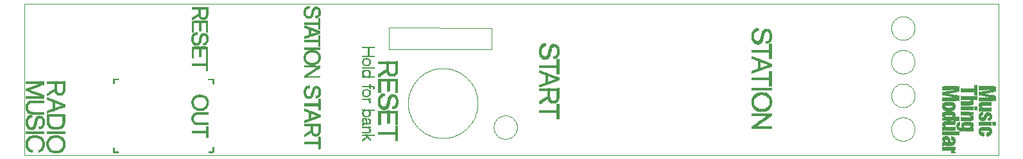
<source format=gto>
G75*
%MOIN*%
%OFA0B0*%
%FSLAX24Y24*%
%IPPOS*%
%LPD*%
%AMOC8*
5,1,8,0,0,1.08239X$1,22.5*
%
%ADD10C,0.0010*%
%ADD11C,0.0000*%
%ADD12R,0.0010X0.0010*%
%ADD13R,0.0010X0.0150*%
%ADD14R,0.0010X0.0170*%
%ADD15R,0.0010X0.0230*%
%ADD16R,0.0010X0.0250*%
%ADD17R,0.0010X0.0120*%
%ADD18R,0.0010X0.0110*%
%ADD19R,0.0010X0.0130*%
%ADD20R,0.0010X0.0310*%
%ADD21R,0.0010X0.0350*%
%ADD22R,0.0010X0.0330*%
%ADD23R,0.0010X0.0390*%
%ADD24R,0.0010X0.0410*%
%ADD25R,0.0010X0.0450*%
%ADD26R,0.0010X0.0430*%
%ADD27R,0.0010X0.0470*%
%ADD28R,0.0010X0.0480*%
%ADD29R,0.0010X0.0490*%
%ADD30R,0.0010X0.0510*%
%ADD31R,0.0010X0.0520*%
%ADD32R,0.0010X0.0140*%
%ADD33R,0.0010X0.0530*%
%ADD34R,0.0010X0.0550*%
%ADD35R,0.0010X0.0590*%
%ADD36R,0.0010X0.0600*%
%ADD37R,0.0010X0.0180*%
%ADD38R,0.0010X0.0570*%
%ADD39R,0.0010X0.0270*%
%ADD40R,0.0010X0.0260*%
%ADD41R,0.0010X0.0290*%
%ADD42R,0.0010X0.0210*%
%ADD43R,0.0010X0.0190*%
%ADD44R,0.0010X0.0200*%
%ADD45R,0.0010X0.0220*%
%ADD46R,0.0010X0.0160*%
%ADD47R,0.0010X0.0240*%
%ADD48R,0.0010X0.0020*%
%ADD49R,0.0010X0.0030*%
%ADD50R,0.0010X0.0300*%
%ADD51R,0.0010X0.0090*%
%ADD52R,0.0010X0.0100*%
%ADD53R,0.0010X0.0610*%
%ADD54R,0.0010X0.0560*%
%ADD55R,0.0010X0.0440*%
%ADD56R,0.0010X0.0370*%
%ADD57R,0.0010X0.0540*%
%ADD58R,0.0010X0.0460*%
%ADD59R,0.0010X0.0580*%
%ADD60R,0.0010X0.0620*%
%ADD61R,0.0010X0.0630*%
%ADD62R,0.0010X0.0640*%
%ADD63R,0.0010X0.0650*%
%ADD64R,0.0010X0.0680*%
%ADD65R,0.0010X0.0660*%
%ADD66R,0.0010X0.0670*%
%ADD67R,0.0010X0.0690*%
%ADD68R,0.0010X0.0700*%
%ADD69R,0.0010X0.0500*%
%ADD70R,0.0010X0.0070*%
%ADD71R,0.0010X0.0080*%
%ADD72R,0.0010X0.0420*%
%ADD73R,0.0010X0.0050*%
%ADD74R,0.0010X0.0280*%
%ADD75R,0.0010X0.0360*%
%ADD76R,0.0010X0.0060*%
%ADD77R,0.0010X0.0750*%
%ADD78R,0.0010X0.0740*%
%ADD79R,0.0010X0.0720*%
%ADD80R,0.0010X0.0730*%
%ADD81R,0.0010X0.0760*%
%ADD82R,0.0010X0.0780*%
%ADD83R,0.0010X0.0770*%
%ADD84R,0.0010X0.0710*%
%ADD85R,0.0010X0.0040*%
%ADD86R,0.0010X0.0320*%
%ADD87R,0.0010X0.0340*%
%ADD88R,0.0010X0.0400*%
%ADD89R,0.0010X0.0380*%
%ADD90C,0.0000*%
D10*
X001479Y002778D02*
X052070Y002778D01*
X052070Y010652D01*
X001479Y010652D01*
X001479Y002778D01*
D11*
X021400Y005475D02*
X021402Y005560D01*
X021408Y005645D01*
X021418Y005729D01*
X021432Y005813D01*
X021450Y005896D01*
X021471Y005978D01*
X021497Y006059D01*
X021526Y006139D01*
X021559Y006217D01*
X021595Y006293D01*
X021636Y006368D01*
X021679Y006441D01*
X021726Y006512D01*
X021776Y006580D01*
X021830Y006646D01*
X021886Y006710D01*
X021946Y006770D01*
X022008Y006828D01*
X022072Y006883D01*
X022140Y006935D01*
X022209Y006984D01*
X022281Y007029D01*
X022355Y007071D01*
X022431Y007109D01*
X022508Y007144D01*
X022587Y007175D01*
X022668Y007203D01*
X022749Y007226D01*
X022832Y007246D01*
X022915Y007262D01*
X022999Y007274D01*
X023084Y007282D01*
X023169Y007286D01*
X023253Y007286D01*
X023338Y007282D01*
X023423Y007274D01*
X023507Y007262D01*
X023590Y007246D01*
X023673Y007226D01*
X023754Y007203D01*
X023835Y007175D01*
X023914Y007144D01*
X023991Y007109D01*
X024067Y007071D01*
X024141Y007029D01*
X024213Y006984D01*
X024282Y006935D01*
X024350Y006883D01*
X024414Y006828D01*
X024476Y006770D01*
X024536Y006710D01*
X024592Y006646D01*
X024646Y006580D01*
X024696Y006512D01*
X024743Y006441D01*
X024786Y006368D01*
X024827Y006293D01*
X024863Y006217D01*
X024896Y006139D01*
X024925Y006059D01*
X024951Y005978D01*
X024972Y005896D01*
X024990Y005813D01*
X025004Y005729D01*
X025014Y005645D01*
X025020Y005560D01*
X025022Y005475D01*
X025020Y005390D01*
X025014Y005305D01*
X025004Y005221D01*
X024990Y005137D01*
X024972Y005054D01*
X024951Y004972D01*
X024925Y004891D01*
X024896Y004811D01*
X024863Y004733D01*
X024827Y004657D01*
X024786Y004582D01*
X024743Y004509D01*
X024696Y004438D01*
X024646Y004370D01*
X024592Y004304D01*
X024536Y004240D01*
X024476Y004180D01*
X024414Y004122D01*
X024350Y004067D01*
X024282Y004015D01*
X024213Y003966D01*
X024141Y003921D01*
X024067Y003879D01*
X023991Y003841D01*
X023914Y003806D01*
X023835Y003775D01*
X023754Y003747D01*
X023673Y003724D01*
X023590Y003704D01*
X023507Y003688D01*
X023423Y003676D01*
X023338Y003668D01*
X023253Y003664D01*
X023169Y003664D01*
X023084Y003668D01*
X022999Y003676D01*
X022915Y003688D01*
X022832Y003704D01*
X022749Y003724D01*
X022668Y003747D01*
X022587Y003775D01*
X022508Y003806D01*
X022431Y003841D01*
X022355Y003879D01*
X022281Y003921D01*
X022209Y003966D01*
X022140Y004015D01*
X022072Y004067D01*
X022008Y004122D01*
X021946Y004180D01*
X021886Y004240D01*
X021830Y004304D01*
X021776Y004370D01*
X021726Y004438D01*
X021679Y004509D01*
X021636Y004582D01*
X021595Y004657D01*
X021559Y004733D01*
X021526Y004811D01*
X021497Y004891D01*
X021471Y004972D01*
X021450Y005054D01*
X021432Y005137D01*
X021418Y005221D01*
X021408Y005305D01*
X021402Y005390D01*
X021400Y005475D01*
X025851Y004225D02*
X025853Y004274D01*
X025859Y004323D01*
X025869Y004371D01*
X025882Y004418D01*
X025900Y004464D01*
X025921Y004508D01*
X025945Y004551D01*
X025973Y004591D01*
X026004Y004630D01*
X026038Y004665D01*
X026075Y004698D01*
X026114Y004727D01*
X026156Y004753D01*
X026199Y004776D01*
X026245Y004795D01*
X026291Y004811D01*
X026339Y004823D01*
X026387Y004831D01*
X026436Y004835D01*
X026486Y004835D01*
X026535Y004831D01*
X026583Y004823D01*
X026631Y004811D01*
X026677Y004795D01*
X026723Y004776D01*
X026766Y004753D01*
X026808Y004727D01*
X026847Y004698D01*
X026884Y004665D01*
X026918Y004630D01*
X026949Y004591D01*
X026977Y004551D01*
X027001Y004508D01*
X027022Y004464D01*
X027040Y004418D01*
X027053Y004371D01*
X027063Y004323D01*
X027069Y004274D01*
X027071Y004225D01*
X027069Y004176D01*
X027063Y004127D01*
X027053Y004079D01*
X027040Y004032D01*
X027022Y003986D01*
X027001Y003942D01*
X026977Y003899D01*
X026949Y003859D01*
X026918Y003820D01*
X026884Y003785D01*
X026847Y003752D01*
X026808Y003723D01*
X026766Y003697D01*
X026723Y003674D01*
X026677Y003655D01*
X026631Y003639D01*
X026583Y003627D01*
X026535Y003619D01*
X026486Y003615D01*
X026436Y003615D01*
X026387Y003619D01*
X026339Y003627D01*
X026291Y003639D01*
X026245Y003655D01*
X026199Y003674D01*
X026156Y003697D01*
X026114Y003723D01*
X026075Y003752D01*
X026038Y003785D01*
X026004Y003820D01*
X025973Y003859D01*
X025945Y003899D01*
X025921Y003942D01*
X025900Y003986D01*
X025882Y004032D01*
X025869Y004079D01*
X025859Y004127D01*
X025853Y004176D01*
X025851Y004225D01*
X046501Y004125D02*
X046503Y004174D01*
X046509Y004223D01*
X046519Y004271D01*
X046532Y004318D01*
X046550Y004364D01*
X046571Y004408D01*
X046595Y004451D01*
X046623Y004491D01*
X046654Y004530D01*
X046688Y004565D01*
X046725Y004598D01*
X046764Y004627D01*
X046806Y004653D01*
X046849Y004676D01*
X046895Y004695D01*
X046941Y004711D01*
X046989Y004723D01*
X047037Y004731D01*
X047086Y004735D01*
X047136Y004735D01*
X047185Y004731D01*
X047233Y004723D01*
X047281Y004711D01*
X047327Y004695D01*
X047373Y004676D01*
X047416Y004653D01*
X047458Y004627D01*
X047497Y004598D01*
X047534Y004565D01*
X047568Y004530D01*
X047599Y004491D01*
X047627Y004451D01*
X047651Y004408D01*
X047672Y004364D01*
X047690Y004318D01*
X047703Y004271D01*
X047713Y004223D01*
X047719Y004174D01*
X047721Y004125D01*
X047719Y004076D01*
X047713Y004027D01*
X047703Y003979D01*
X047690Y003932D01*
X047672Y003886D01*
X047651Y003842D01*
X047627Y003799D01*
X047599Y003759D01*
X047568Y003720D01*
X047534Y003685D01*
X047497Y003652D01*
X047458Y003623D01*
X047416Y003597D01*
X047373Y003574D01*
X047327Y003555D01*
X047281Y003539D01*
X047233Y003527D01*
X047185Y003519D01*
X047136Y003515D01*
X047086Y003515D01*
X047037Y003519D01*
X046989Y003527D01*
X046941Y003539D01*
X046895Y003555D01*
X046849Y003574D01*
X046806Y003597D01*
X046764Y003623D01*
X046725Y003652D01*
X046688Y003685D01*
X046654Y003720D01*
X046623Y003759D01*
X046595Y003799D01*
X046571Y003842D01*
X046550Y003886D01*
X046532Y003932D01*
X046519Y003979D01*
X046509Y004027D01*
X046503Y004076D01*
X046501Y004125D01*
X046501Y005875D02*
X046503Y005924D01*
X046509Y005973D01*
X046519Y006021D01*
X046532Y006068D01*
X046550Y006114D01*
X046571Y006158D01*
X046595Y006201D01*
X046623Y006241D01*
X046654Y006280D01*
X046688Y006315D01*
X046725Y006348D01*
X046764Y006377D01*
X046806Y006403D01*
X046849Y006426D01*
X046895Y006445D01*
X046941Y006461D01*
X046989Y006473D01*
X047037Y006481D01*
X047086Y006485D01*
X047136Y006485D01*
X047185Y006481D01*
X047233Y006473D01*
X047281Y006461D01*
X047327Y006445D01*
X047373Y006426D01*
X047416Y006403D01*
X047458Y006377D01*
X047497Y006348D01*
X047534Y006315D01*
X047568Y006280D01*
X047599Y006241D01*
X047627Y006201D01*
X047651Y006158D01*
X047672Y006114D01*
X047690Y006068D01*
X047703Y006021D01*
X047713Y005973D01*
X047719Y005924D01*
X047721Y005875D01*
X047719Y005826D01*
X047713Y005777D01*
X047703Y005729D01*
X047690Y005682D01*
X047672Y005636D01*
X047651Y005592D01*
X047627Y005549D01*
X047599Y005509D01*
X047568Y005470D01*
X047534Y005435D01*
X047497Y005402D01*
X047458Y005373D01*
X047416Y005347D01*
X047373Y005324D01*
X047327Y005305D01*
X047281Y005289D01*
X047233Y005277D01*
X047185Y005269D01*
X047136Y005265D01*
X047086Y005265D01*
X047037Y005269D01*
X046989Y005277D01*
X046941Y005289D01*
X046895Y005305D01*
X046849Y005324D01*
X046806Y005347D01*
X046764Y005373D01*
X046725Y005402D01*
X046688Y005435D01*
X046654Y005470D01*
X046623Y005509D01*
X046595Y005549D01*
X046571Y005592D01*
X046550Y005636D01*
X046532Y005682D01*
X046519Y005729D01*
X046509Y005777D01*
X046503Y005826D01*
X046501Y005875D01*
X046501Y007625D02*
X046503Y007674D01*
X046509Y007723D01*
X046519Y007771D01*
X046532Y007818D01*
X046550Y007864D01*
X046571Y007908D01*
X046595Y007951D01*
X046623Y007991D01*
X046654Y008030D01*
X046688Y008065D01*
X046725Y008098D01*
X046764Y008127D01*
X046806Y008153D01*
X046849Y008176D01*
X046895Y008195D01*
X046941Y008211D01*
X046989Y008223D01*
X047037Y008231D01*
X047086Y008235D01*
X047136Y008235D01*
X047185Y008231D01*
X047233Y008223D01*
X047281Y008211D01*
X047327Y008195D01*
X047373Y008176D01*
X047416Y008153D01*
X047458Y008127D01*
X047497Y008098D01*
X047534Y008065D01*
X047568Y008030D01*
X047599Y007991D01*
X047627Y007951D01*
X047651Y007908D01*
X047672Y007864D01*
X047690Y007818D01*
X047703Y007771D01*
X047713Y007723D01*
X047719Y007674D01*
X047721Y007625D01*
X047719Y007576D01*
X047713Y007527D01*
X047703Y007479D01*
X047690Y007432D01*
X047672Y007386D01*
X047651Y007342D01*
X047627Y007299D01*
X047599Y007259D01*
X047568Y007220D01*
X047534Y007185D01*
X047497Y007152D01*
X047458Y007123D01*
X047416Y007097D01*
X047373Y007074D01*
X047327Y007055D01*
X047281Y007039D01*
X047233Y007027D01*
X047185Y007019D01*
X047136Y007015D01*
X047086Y007015D01*
X047037Y007019D01*
X046989Y007027D01*
X046941Y007039D01*
X046895Y007055D01*
X046849Y007074D01*
X046806Y007097D01*
X046764Y007123D01*
X046725Y007152D01*
X046688Y007185D01*
X046654Y007220D01*
X046623Y007259D01*
X046595Y007299D01*
X046571Y007342D01*
X046550Y007386D01*
X046532Y007432D01*
X046519Y007479D01*
X046509Y007527D01*
X046503Y007576D01*
X046501Y007625D01*
X046501Y009375D02*
X046503Y009424D01*
X046509Y009473D01*
X046519Y009521D01*
X046532Y009568D01*
X046550Y009614D01*
X046571Y009658D01*
X046595Y009701D01*
X046623Y009741D01*
X046654Y009780D01*
X046688Y009815D01*
X046725Y009848D01*
X046764Y009877D01*
X046806Y009903D01*
X046849Y009926D01*
X046895Y009945D01*
X046941Y009961D01*
X046989Y009973D01*
X047037Y009981D01*
X047086Y009985D01*
X047136Y009985D01*
X047185Y009981D01*
X047233Y009973D01*
X047281Y009961D01*
X047327Y009945D01*
X047373Y009926D01*
X047416Y009903D01*
X047458Y009877D01*
X047497Y009848D01*
X047534Y009815D01*
X047568Y009780D01*
X047599Y009741D01*
X047627Y009701D01*
X047651Y009658D01*
X047672Y009614D01*
X047690Y009568D01*
X047703Y009521D01*
X047713Y009473D01*
X047719Y009424D01*
X047721Y009375D01*
X047719Y009326D01*
X047713Y009277D01*
X047703Y009229D01*
X047690Y009182D01*
X047672Y009136D01*
X047651Y009092D01*
X047627Y009049D01*
X047599Y009009D01*
X047568Y008970D01*
X047534Y008935D01*
X047497Y008902D01*
X047458Y008873D01*
X047416Y008847D01*
X047373Y008824D01*
X047327Y008805D01*
X047281Y008789D01*
X047233Y008777D01*
X047185Y008769D01*
X047136Y008765D01*
X047086Y008765D01*
X047037Y008769D01*
X046989Y008777D01*
X046941Y008789D01*
X046895Y008805D01*
X046849Y008824D01*
X046806Y008847D01*
X046764Y008873D01*
X046725Y008902D01*
X046688Y008935D01*
X046654Y008970D01*
X046623Y009009D01*
X046595Y009049D01*
X046571Y009092D01*
X046550Y009136D01*
X046532Y009182D01*
X046519Y009229D01*
X046509Y009277D01*
X046503Y009326D01*
X046501Y009375D01*
D12*
X040329Y008958D03*
X040319Y008868D03*
X040309Y008798D03*
X040179Y008808D03*
X040209Y008918D03*
X040209Y008938D03*
X040209Y008958D03*
X040209Y008978D03*
X040209Y008998D03*
X040319Y009048D03*
X039929Y009078D03*
X039919Y009068D03*
X039909Y009018D03*
X039779Y009088D03*
X039799Y009148D03*
X039759Y008988D03*
X039749Y008958D03*
X039729Y008858D03*
X039699Y008768D03*
X039689Y008758D03*
X039869Y008838D03*
X039389Y008858D03*
X039379Y008888D03*
X039379Y008908D03*
X039379Y008988D03*
X039269Y009038D03*
X039269Y009058D03*
X039279Y009088D03*
X039629Y009238D03*
X039629Y009258D03*
X039629Y009278D03*
X039619Y009328D03*
X039619Y009348D03*
X039269Y008858D03*
X039269Y008838D03*
X039279Y008808D03*
X039289Y008758D03*
X040009Y008618D03*
X040009Y008598D03*
X050049Y006328D03*
X050049Y006288D03*
X050049Y006248D03*
X050049Y006208D03*
X050049Y006168D03*
X050049Y006128D03*
X050049Y006088D03*
X050129Y006088D03*
X050129Y006068D03*
X050129Y006048D03*
X050129Y006108D03*
X050129Y006128D03*
X050129Y006148D03*
X050129Y006168D03*
X050129Y006188D03*
X050129Y006208D03*
X050129Y006228D03*
X050129Y006248D03*
X050829Y006268D03*
X050829Y006288D03*
X050829Y006308D03*
X050829Y006328D03*
X050829Y006348D03*
X050829Y006368D03*
X050829Y006388D03*
X050829Y006408D03*
X050989Y006408D03*
X050989Y006388D03*
X050989Y006368D03*
X050989Y006348D03*
X050989Y006328D03*
X050989Y006308D03*
X050989Y006288D03*
X050989Y006268D03*
X050989Y006248D03*
X050989Y006228D03*
X050989Y006208D03*
X050989Y006188D03*
X050989Y006168D03*
X050989Y006148D03*
X050989Y006128D03*
X050989Y006108D03*
X050989Y006088D03*
X050989Y006068D03*
X050989Y006048D03*
X050989Y006028D03*
X050989Y006008D03*
X050989Y005988D03*
X050989Y005968D03*
X050989Y005948D03*
X050989Y005928D03*
X050989Y005908D03*
X050989Y005888D03*
X050989Y005828D03*
X050989Y005808D03*
X050989Y005788D03*
X050989Y005768D03*
X050989Y005748D03*
X050989Y005728D03*
X050989Y005708D03*
X050989Y005688D03*
X050989Y005668D03*
X051079Y005658D03*
X051079Y005638D03*
X051079Y005618D03*
X051079Y005598D03*
X051079Y005678D03*
X051079Y005698D03*
X051079Y005718D03*
X051079Y005738D03*
X051079Y005758D03*
X051079Y005898D03*
X051079Y005918D03*
X051079Y005938D03*
X051079Y005958D03*
X051079Y005978D03*
X051079Y005998D03*
X051079Y006018D03*
X051079Y006038D03*
X051079Y006178D03*
X051079Y006198D03*
X051079Y006218D03*
X051079Y006238D03*
X051079Y006258D03*
X051079Y006278D03*
X051079Y006298D03*
X051079Y006318D03*
X051079Y006338D03*
X050829Y006028D03*
X050829Y006008D03*
X050829Y005988D03*
X050829Y005968D03*
X050829Y005948D03*
X050829Y005928D03*
X050829Y005908D03*
X050829Y005888D03*
X050129Y005828D03*
X050129Y005808D03*
X050129Y005788D03*
X050129Y005768D03*
X050129Y005748D03*
X050129Y005728D03*
X050129Y005708D03*
X050129Y005688D03*
X050129Y005668D03*
X050049Y005648D03*
X050049Y005608D03*
X050049Y005688D03*
X050049Y005728D03*
X050049Y005768D03*
X050049Y005808D03*
X050049Y005848D03*
X050129Y005548D03*
X050129Y005528D03*
X050129Y005508D03*
X050129Y005488D03*
X050129Y005468D03*
X050129Y005448D03*
X050129Y005428D03*
X050129Y005408D03*
X050129Y005388D03*
X050129Y005288D03*
X050129Y005268D03*
X050129Y005248D03*
X050129Y005228D03*
X050129Y005208D03*
X050129Y005188D03*
X050129Y005168D03*
X050129Y005148D03*
X050129Y005128D03*
X050129Y005008D03*
X050129Y004988D03*
X050129Y004968D03*
X050129Y004948D03*
X050129Y004928D03*
X050129Y004908D03*
X050129Y004888D03*
X050129Y004868D03*
X050129Y004848D03*
X050129Y004728D03*
X050129Y004708D03*
X050129Y004688D03*
X050129Y004668D03*
X050129Y004648D03*
X050129Y004628D03*
X050129Y004608D03*
X050129Y004588D03*
X050129Y004568D03*
X050049Y004608D03*
X050049Y004648D03*
X050049Y004688D03*
X050049Y004728D03*
X049839Y004918D03*
X049319Y004838D03*
X049169Y004928D03*
X049169Y004408D03*
X049169Y004388D03*
X049169Y004368D03*
X049829Y004368D03*
X049829Y004388D03*
X049829Y004408D03*
X049829Y004428D03*
X049829Y004448D03*
X049829Y004468D03*
X049829Y004488D03*
X049829Y004508D03*
X049919Y004358D03*
X049909Y004308D03*
X049909Y004288D03*
X049909Y004268D03*
X049909Y004248D03*
X049919Y004198D03*
X049939Y004138D03*
X049829Y004128D03*
X049829Y004108D03*
X049829Y004088D03*
X049829Y004068D03*
X049829Y004148D03*
X049829Y004168D03*
X049829Y004188D03*
X049829Y004208D03*
X049829Y004228D03*
X050159Y004358D03*
X050789Y004348D03*
X050789Y004328D03*
X050789Y004308D03*
X050789Y004368D03*
X051079Y004358D03*
X051079Y004338D03*
X051079Y004378D03*
X051079Y004398D03*
X051079Y004418D03*
X051079Y004438D03*
X051079Y004458D03*
X051079Y004478D03*
X050779Y004638D03*
X050789Y004668D03*
X050789Y004688D03*
X050789Y004708D03*
X051069Y004688D03*
X051189Y004748D03*
X051279Y004858D03*
X051279Y004878D03*
X051279Y004898D03*
X051279Y004918D03*
X051279Y004938D03*
X051279Y004958D03*
X051279Y004978D03*
X051279Y004998D03*
X051079Y005078D03*
X051079Y005098D03*
X051079Y005118D03*
X051079Y005138D03*
X051079Y005158D03*
X051079Y005178D03*
X051079Y005198D03*
X051079Y005218D03*
X051069Y005348D03*
X051069Y005428D03*
X050789Y005508D03*
X050789Y005528D03*
X050779Y005578D03*
X050779Y005458D03*
X049849Y005328D03*
X049849Y005308D03*
X049849Y005288D03*
X049839Y005238D03*
X049189Y005428D03*
X049169Y005368D03*
X051479Y004718D03*
X051619Y004798D03*
X051739Y004798D03*
X051739Y004778D03*
X051739Y004758D03*
X051789Y004488D03*
X051789Y004468D03*
X051789Y004448D03*
X051789Y004428D03*
X051789Y004408D03*
X051789Y004388D03*
X051789Y004368D03*
X051789Y004348D03*
X051789Y004328D03*
X051719Y004318D03*
X051719Y004338D03*
X051719Y004358D03*
X051719Y004378D03*
X051719Y004398D03*
X051719Y004418D03*
X051719Y004438D03*
X051719Y004458D03*
X051719Y004478D03*
X051719Y004118D03*
X051739Y004018D03*
X051739Y003998D03*
X051739Y003978D03*
X051189Y004008D03*
X051069Y004088D03*
X050049Y003968D03*
X050049Y003928D03*
X050049Y003888D03*
X050049Y003848D03*
X049829Y003628D03*
X049849Y003528D03*
X049849Y003508D03*
X049849Y003488D03*
X049849Y003468D03*
X049819Y003358D03*
X049719Y003498D03*
X049719Y003518D03*
X049629Y003588D03*
X049629Y003608D03*
X049629Y003628D03*
X049629Y003648D03*
X049629Y003668D03*
X049629Y003688D03*
X049629Y003708D03*
X049629Y003728D03*
X049539Y003638D03*
X049559Y003578D03*
X049569Y003568D03*
X049199Y003498D03*
X049169Y003568D03*
X049169Y003588D03*
X049169Y003608D03*
X049829Y003188D03*
X049829Y003168D03*
X049829Y003148D03*
X049829Y003128D03*
X049829Y003108D03*
X049829Y003088D03*
X049829Y003068D03*
X049829Y003048D03*
X049839Y002898D03*
X051719Y005078D03*
X051719Y005098D03*
X051719Y005118D03*
X051719Y005138D03*
X051719Y005158D03*
X051719Y005178D03*
X051719Y005198D03*
X051719Y005218D03*
X051719Y005238D03*
X051719Y005358D03*
X051719Y005378D03*
X051719Y005398D03*
X051719Y005418D03*
X051719Y005438D03*
X051719Y005458D03*
X051719Y005478D03*
X051719Y005498D03*
X051719Y005518D03*
X040329Y005518D03*
X040329Y005538D03*
X040319Y005468D03*
X040319Y005448D03*
X040209Y005498D03*
X040209Y005518D03*
X040209Y005538D03*
X040209Y005558D03*
X040319Y005608D03*
X040309Y005678D03*
X040289Y005738D03*
X039379Y005568D03*
X039379Y005488D03*
X039269Y005438D03*
X039299Y005328D03*
X039319Y005288D03*
X039269Y005638D03*
X039299Y005728D03*
X029259Y005728D03*
X029259Y005708D03*
X029249Y005678D03*
X029139Y005768D03*
X028809Y005698D03*
X028799Y005748D03*
X028689Y005678D03*
X028699Y005628D03*
X029139Y005408D03*
X029139Y005388D03*
X029139Y005368D03*
X029139Y005348D03*
X029139Y005328D03*
X029139Y005308D03*
X029139Y005288D03*
X029139Y005268D03*
X029139Y005248D03*
X029139Y005228D03*
X029139Y005208D03*
X029139Y005188D03*
X029139Y005168D03*
X029139Y005148D03*
X029139Y005128D03*
X029139Y004948D03*
X029139Y004928D03*
X029139Y004908D03*
X029139Y004888D03*
X029139Y004868D03*
X029139Y004848D03*
X029139Y004828D03*
X029139Y004808D03*
X029139Y004788D03*
X029139Y004768D03*
X029139Y004748D03*
X029139Y004728D03*
X029139Y004708D03*
X029139Y004688D03*
X029139Y004668D03*
X029139Y004648D03*
X020919Y005558D03*
X020909Y005628D03*
X020909Y005648D03*
X020799Y005598D03*
X020799Y005578D03*
X020799Y005558D03*
X020799Y005538D03*
X020799Y005518D03*
X020779Y005438D03*
X020769Y005408D03*
X020899Y005398D03*
X020909Y005468D03*
X020599Y005218D03*
X020599Y005198D03*
X020459Y004938D03*
X020459Y004918D03*
X020459Y004898D03*
X020459Y004878D03*
X020459Y004858D03*
X020459Y004838D03*
X020459Y004818D03*
X020459Y004798D03*
X020459Y004778D03*
X020459Y004758D03*
X020459Y004738D03*
X020459Y004718D03*
X020459Y004698D03*
X020459Y004678D03*
X020459Y004658D03*
X020459Y004638D03*
X020459Y004618D03*
X020459Y004598D03*
X020459Y004578D03*
X020459Y004558D03*
X020459Y004538D03*
X020459Y004518D03*
X020459Y004498D03*
X020459Y004478D03*
X020459Y004458D03*
X020459Y004438D03*
X019999Y004438D03*
X019999Y004418D03*
X019999Y004398D03*
X019999Y004378D03*
X019999Y004358D03*
X019999Y004458D03*
X019999Y004478D03*
X019999Y004498D03*
X019999Y004518D03*
X019999Y004538D03*
X019999Y004558D03*
X019999Y004578D03*
X019999Y004598D03*
X019999Y004618D03*
X019999Y004638D03*
X019999Y004658D03*
X019999Y004678D03*
X019999Y004698D03*
X019999Y004718D03*
X019999Y004738D03*
X019999Y004758D03*
X019999Y004778D03*
X019999Y004798D03*
X019999Y004818D03*
X019999Y004838D03*
X019999Y004858D03*
X019999Y004878D03*
X019999Y004898D03*
X019999Y004918D03*
X019479Y004918D03*
X019479Y004898D03*
X019479Y004938D03*
X019479Y004958D03*
X019479Y004978D03*
X019409Y004988D03*
X019109Y004988D03*
X019049Y005088D03*
X019049Y005108D03*
X019049Y005128D03*
X019049Y005148D03*
X019869Y005408D03*
X019859Y005438D03*
X019969Y005488D03*
X019969Y005508D03*
X019969Y005588D03*
X019969Y005608D03*
X019979Y005638D03*
X019859Y005658D03*
X019909Y005808D03*
X020219Y005878D03*
X020209Y005928D03*
X020209Y005948D03*
X019999Y006018D03*
X019999Y006038D03*
X019999Y006058D03*
X019999Y006078D03*
X019999Y006098D03*
X019999Y006118D03*
X019999Y006138D03*
X019999Y006158D03*
X019999Y006178D03*
X019999Y006198D03*
X019999Y006218D03*
X019999Y006238D03*
X019999Y006258D03*
X019999Y006278D03*
X019999Y006298D03*
X019999Y006318D03*
X019999Y006338D03*
X019999Y006358D03*
X019999Y006378D03*
X019999Y006398D03*
X019999Y006418D03*
X019999Y006438D03*
X019999Y006458D03*
X019999Y006478D03*
X019999Y006498D03*
X019999Y006518D03*
X019999Y006538D03*
X019999Y006558D03*
X019999Y006578D03*
X019999Y006598D03*
X020459Y006578D03*
X020459Y006558D03*
X020459Y006538D03*
X020459Y006518D03*
X020459Y006498D03*
X020459Y006478D03*
X020459Y006458D03*
X020459Y006438D03*
X020459Y006418D03*
X020459Y006398D03*
X020459Y006378D03*
X020459Y006358D03*
X020459Y006338D03*
X020459Y006318D03*
X020459Y006298D03*
X020459Y006278D03*
X020459Y006258D03*
X020459Y006238D03*
X020459Y006218D03*
X020459Y006198D03*
X020459Y006178D03*
X020459Y006158D03*
X020459Y006138D03*
X020459Y006118D03*
X019619Y006218D03*
X019619Y006258D03*
X019479Y006258D03*
X019479Y006238D03*
X019479Y006218D03*
X019479Y006278D03*
X019479Y006398D03*
X019479Y006418D03*
X019479Y006438D03*
X019049Y006808D03*
X019049Y006828D03*
X019049Y006848D03*
X019049Y006868D03*
X019109Y006968D03*
X019039Y007078D03*
X019049Y007108D03*
X019409Y007048D03*
X019479Y007038D03*
X019479Y007018D03*
X019479Y006998D03*
X019479Y007058D03*
X020319Y007078D03*
X020329Y007048D03*
X020759Y007118D03*
X020769Y007148D03*
X020889Y007148D03*
X020889Y007128D03*
X020889Y007168D03*
X019479Y007558D03*
X019479Y007578D03*
X019419Y007598D03*
X019419Y007638D03*
X019479Y007678D03*
X019099Y007638D03*
X019099Y007598D03*
X019039Y007558D03*
X016879Y007828D03*
X016879Y007848D03*
X016869Y007778D03*
X016779Y007808D03*
X016779Y007828D03*
X016779Y007848D03*
X016779Y007868D03*
X016869Y007918D03*
X016859Y007968D03*
X016099Y007868D03*
X016099Y007848D03*
X016099Y007828D03*
X015999Y007828D03*
X015999Y007848D03*
X016009Y007778D03*
X016029Y007698D03*
X016009Y007918D03*
X016279Y009048D03*
X016279Y009068D03*
X016279Y009088D03*
X016279Y009108D03*
X016279Y009128D03*
X016279Y009148D03*
X016279Y009168D03*
X016279Y009188D03*
X016279Y009208D03*
X016279Y009228D03*
X016279Y009248D03*
X016279Y009268D03*
X016279Y009288D03*
X016379Y009248D03*
X016379Y009228D03*
X016379Y009208D03*
X016379Y009188D03*
X016379Y009168D03*
X016379Y009148D03*
X016379Y009128D03*
X016379Y009108D03*
X016379Y009088D03*
X016619Y009908D03*
X016609Y009998D03*
X016489Y010058D03*
X016499Y010088D03*
X016399Y010188D03*
X016409Y010218D03*
X016419Y010268D03*
X016529Y010238D03*
X016779Y010228D03*
X016779Y010208D03*
X016779Y010188D03*
X016779Y010168D03*
X016879Y010188D03*
X016879Y010208D03*
X016869Y010258D03*
X016849Y010338D03*
X016839Y010368D03*
X016299Y010468D03*
X016299Y010488D03*
X016059Y010408D03*
X016119Y010288D03*
X016099Y010208D03*
X016099Y010188D03*
X016099Y010168D03*
X016119Y010088D03*
X016049Y009998D03*
X016009Y010118D03*
X015999Y010188D03*
X016009Y010258D03*
X016869Y010118D03*
X011029Y010118D03*
X011029Y010098D03*
X011029Y010078D03*
X011029Y010058D03*
X011029Y010038D03*
X011029Y010138D03*
X011029Y010158D03*
X011029Y010178D03*
X011029Y010198D03*
X011029Y010218D03*
X011029Y010238D03*
X011029Y010258D03*
X011029Y010278D03*
X011029Y010298D03*
X011029Y010318D03*
X011029Y010338D03*
X011029Y010358D03*
X011029Y010378D03*
X011029Y010398D03*
X011029Y010418D03*
X011029Y010438D03*
X011029Y010458D03*
X010929Y010338D03*
X010929Y010318D03*
X010929Y010298D03*
X010929Y010278D03*
X010929Y010258D03*
X010929Y010238D03*
X010929Y010218D03*
X010929Y010198D03*
X010929Y010178D03*
X010929Y010158D03*
X010929Y010138D03*
X010929Y010118D03*
X010929Y010098D03*
X010929Y010078D03*
X010639Y010108D03*
X010639Y010128D03*
X010639Y010148D03*
X010639Y010168D03*
X010639Y010188D03*
X010639Y010208D03*
X010639Y010228D03*
X010639Y010248D03*
X010639Y010268D03*
X010639Y010288D03*
X010639Y010308D03*
X010639Y010328D03*
X010559Y009988D03*
X010469Y009118D03*
X010469Y009098D03*
X010209Y008998D03*
X010199Y008968D03*
X010179Y008888D03*
X010179Y008868D03*
X010169Y008818D03*
X010169Y008798D03*
X010179Y008728D03*
X010179Y008708D03*
X010269Y008778D03*
X010269Y008798D03*
X010269Y008818D03*
X010269Y008838D03*
X010279Y008888D03*
X010569Y008798D03*
X010579Y008828D03*
X010699Y008848D03*
X010709Y008878D03*
X010669Y008698D03*
X010949Y008778D03*
X010949Y008798D03*
X010949Y008818D03*
X010949Y008838D03*
X011049Y008818D03*
X011049Y008798D03*
X011039Y008728D03*
X011039Y008888D03*
X011029Y008938D03*
X011019Y008968D03*
X011009Y008998D03*
X010999Y009008D03*
X010789Y008498D03*
X011349Y006718D03*
X011349Y006698D03*
X011349Y006678D03*
X011349Y006658D03*
X011349Y006638D03*
X011349Y006618D03*
X011349Y006598D03*
X011349Y006578D03*
X011349Y006558D03*
X011349Y006538D03*
X011349Y006518D03*
X011349Y006498D03*
X011349Y006478D03*
X011349Y006458D03*
X011279Y006468D03*
X011279Y006488D03*
X011279Y006508D03*
X011279Y006528D03*
X011279Y006548D03*
X011279Y006568D03*
X011279Y006588D03*
X011279Y006608D03*
X011279Y006628D03*
X011279Y006648D03*
X011049Y005568D03*
X011059Y005498D03*
X011049Y005428D03*
X010959Y005478D03*
X010959Y005498D03*
X010959Y005518D03*
X010939Y005398D03*
X010929Y005368D03*
X010309Y005368D03*
X010299Y005398D03*
X010279Y005478D03*
X010279Y005498D03*
X010279Y005518D03*
X010279Y005538D03*
X010289Y005588D03*
X010189Y005588D03*
X010189Y005568D03*
X010179Y005498D03*
X010189Y005428D03*
X010209Y005348D03*
X010199Y004798D03*
X010189Y004748D03*
X010179Y004678D03*
X010179Y004658D03*
X010189Y004608D03*
X010189Y004588D03*
X010289Y004608D03*
X010289Y004728D03*
X016032Y005905D03*
X016022Y005955D03*
X016012Y006025D03*
X016012Y006045D03*
X016022Y006115D03*
X016112Y006065D03*
X016112Y006045D03*
X016112Y006025D03*
X016112Y006005D03*
X016392Y005945D03*
X016402Y005975D03*
X016512Y005925D03*
X016502Y005895D03*
X016522Y005995D03*
X016532Y006025D03*
X016432Y006125D03*
X016792Y006085D03*
X016792Y006065D03*
X016792Y006045D03*
X016792Y006025D03*
X016782Y005955D03*
X016882Y005955D03*
X016882Y005975D03*
X016892Y006045D03*
X016882Y006115D03*
X016872Y006185D03*
X016312Y006345D03*
X016302Y006395D03*
X016872Y005905D03*
X016622Y005835D03*
X016632Y005725D03*
X016292Y004965D03*
X016292Y004945D03*
X016292Y004925D03*
X016292Y004905D03*
X016292Y004885D03*
X016292Y004865D03*
X016292Y004845D03*
X016292Y004825D03*
X016292Y004805D03*
X016292Y004785D03*
X016292Y004765D03*
X016292Y004745D03*
X016292Y004725D03*
X016292Y004705D03*
X016292Y004685D03*
X016392Y004725D03*
X016392Y004745D03*
X016392Y004765D03*
X016392Y004785D03*
X016392Y004805D03*
X016392Y004825D03*
X016392Y004845D03*
X016392Y004865D03*
X016392Y004885D03*
X016392Y004905D03*
X016392Y004925D03*
X016872Y004385D03*
X016872Y004365D03*
X016872Y004345D03*
X016872Y004325D03*
X016872Y004305D03*
X016872Y004285D03*
X016872Y004265D03*
X016872Y004245D03*
X016872Y004225D03*
X016872Y004205D03*
X016872Y004185D03*
X016872Y004165D03*
X016872Y004145D03*
X016872Y004125D03*
X016872Y004105D03*
X016872Y004085D03*
X016872Y004065D03*
X016872Y004045D03*
X016872Y004025D03*
X016872Y004005D03*
X016872Y003985D03*
X016772Y004025D03*
X016772Y004045D03*
X016772Y004065D03*
X016772Y004085D03*
X016772Y004105D03*
X016772Y004125D03*
X016772Y004145D03*
X016772Y004165D03*
X016772Y004185D03*
X016772Y004205D03*
X016772Y004225D03*
X016772Y004245D03*
X016772Y004265D03*
X016482Y004255D03*
X016482Y004235D03*
X016482Y004215D03*
X016482Y004195D03*
X016482Y004175D03*
X016482Y004155D03*
X016482Y004135D03*
X016482Y004115D03*
X016482Y004095D03*
X016482Y004075D03*
X016482Y004055D03*
X016482Y004035D03*
X016492Y003985D03*
X019039Y004338D03*
X019039Y004358D03*
X019049Y004388D03*
X019039Y004518D03*
X019099Y004538D03*
X019099Y004578D03*
X019039Y004618D03*
X019229Y004548D03*
X019239Y004498D03*
X019239Y004478D03*
X019249Y004448D03*
X019299Y004458D03*
X019289Y004528D03*
X019289Y004548D03*
X019279Y004598D03*
X019269Y004628D03*
X019339Y004678D03*
X019479Y004578D03*
X019479Y004558D03*
X019419Y004538D03*
X019469Y004248D03*
X019469Y004228D03*
X019469Y004208D03*
X019469Y004188D03*
X019479Y004078D03*
X019479Y004058D03*
X019479Y004038D03*
X019479Y004018D03*
X019479Y003598D03*
X019479Y003578D03*
X019479Y003558D03*
X019479Y003538D03*
X019479Y003518D03*
X020289Y005368D03*
X020299Y005398D03*
X020319Y005458D03*
X020339Y005558D03*
X020349Y005588D03*
X020369Y005688D03*
X020499Y005618D03*
X020489Y005588D03*
X020469Y005488D03*
X020779Y005678D03*
X019479Y005678D03*
X019479Y005658D03*
X019479Y005638D03*
X019479Y005698D03*
X019479Y005538D03*
X019479Y005518D03*
X019479Y005938D03*
X019419Y005978D03*
X019419Y006018D03*
X019479Y006038D03*
X019099Y006018D03*
X019099Y005978D03*
X019039Y005938D03*
X019039Y006058D03*
X028239Y008008D03*
X028249Y007978D03*
X028229Y008078D03*
X028219Y008148D03*
X028229Y008238D03*
X028249Y008338D03*
X028349Y008258D03*
X028339Y008188D03*
X028339Y008168D03*
X028339Y008148D03*
X028339Y008128D03*
X028349Y008058D03*
X028679Y008028D03*
X028689Y008058D03*
X028709Y008158D03*
X028719Y008208D03*
X028869Y008238D03*
X028879Y008268D03*
X028839Y008088D03*
X028959Y007908D03*
X028969Y007858D03*
X028969Y007838D03*
X029139Y007748D03*
X029139Y007728D03*
X029139Y007708D03*
X029139Y007688D03*
X029139Y007668D03*
X029139Y007648D03*
X029139Y007628D03*
X029139Y007608D03*
X029139Y007588D03*
X029139Y007568D03*
X029139Y007548D03*
X029139Y007528D03*
X029139Y007508D03*
X029139Y007488D03*
X029139Y007468D03*
X029139Y007288D03*
X029139Y007268D03*
X029139Y007248D03*
X029139Y007228D03*
X029139Y007208D03*
X029139Y007188D03*
X029139Y007168D03*
X029139Y007148D03*
X029139Y007128D03*
X029139Y007108D03*
X029139Y007088D03*
X029139Y007068D03*
X029139Y007048D03*
X029139Y007028D03*
X029139Y007008D03*
X029249Y007958D03*
X029269Y008018D03*
X029279Y008048D03*
X029279Y008068D03*
X029169Y008118D03*
X029169Y008198D03*
X029169Y008218D03*
X029149Y008298D03*
X029259Y008348D03*
X029279Y008268D03*
X028809Y008458D03*
X028589Y008458D03*
X028589Y008478D03*
X028579Y008568D03*
X011349Y003178D03*
X011349Y003158D03*
X011349Y003138D03*
X011349Y003118D03*
X011349Y003098D03*
X011349Y003078D03*
X011349Y003058D03*
X011349Y003038D03*
X011349Y003018D03*
X011349Y002998D03*
X011349Y002978D03*
X011349Y002958D03*
X011349Y002938D03*
X011349Y002918D03*
X011349Y002898D03*
X011279Y002988D03*
X011279Y003008D03*
X011279Y003028D03*
X011279Y003048D03*
X011279Y003068D03*
X011279Y003088D03*
X011279Y003108D03*
X011279Y003128D03*
X011279Y003148D03*
X011279Y003168D03*
X011059Y002948D03*
X011059Y002928D03*
X011059Y002908D03*
X011059Y002888D03*
X006169Y002978D03*
X006169Y002998D03*
X006169Y003018D03*
X006169Y003038D03*
X006169Y003058D03*
X006169Y003078D03*
X006169Y003098D03*
X006169Y003118D03*
X006169Y003138D03*
X006099Y003128D03*
X006099Y003108D03*
X006099Y003088D03*
X006099Y003068D03*
X006099Y003048D03*
X006099Y003028D03*
X006099Y003008D03*
X006099Y002988D03*
X006099Y002968D03*
X006099Y002948D03*
X006099Y002928D03*
X006099Y002908D03*
X006099Y003148D03*
X003619Y003248D03*
X003619Y003268D03*
X003599Y003168D03*
X003509Y003258D03*
X003519Y003288D03*
X003519Y003308D03*
X003519Y003328D03*
X003519Y003348D03*
X003519Y003368D03*
X003509Y003418D03*
X003619Y003408D03*
X003609Y003478D03*
X003579Y003548D03*
X002749Y003358D03*
X002749Y003338D03*
X002749Y003318D03*
X002759Y003248D03*
X002659Y003208D03*
X002649Y003238D03*
X002539Y003248D03*
X002539Y003268D03*
X002519Y003168D03*
X002409Y003198D03*
X002429Y003258D03*
X002439Y003308D03*
X002439Y003328D03*
X002439Y003348D03*
X002439Y003368D03*
X002439Y003388D03*
X002429Y003418D03*
X002539Y003408D03*
X002539Y003428D03*
X002519Y003508D03*
X002649Y003438D03*
X002649Y003418D03*
X001679Y003428D03*
X001669Y003358D03*
X001669Y003338D03*
X001669Y003318D03*
X001569Y003238D03*
X001579Y003208D03*
X001589Y003158D03*
X001929Y003018D03*
X001919Y002988D03*
X001919Y002968D03*
X001909Y002898D03*
X002229Y002938D03*
X002219Y003028D03*
X001569Y003438D03*
X001589Y003518D03*
X002259Y004128D03*
X002249Y004178D03*
X002249Y004198D03*
X002099Y004268D03*
X002119Y004348D03*
X002129Y004378D03*
X002139Y004448D03*
X002149Y004478D03*
X002169Y004558D03*
X002039Y004588D03*
X002019Y004488D03*
X002009Y004458D03*
X001989Y004358D03*
X001699Y004328D03*
X001689Y004358D03*
X001669Y004438D03*
X001669Y004458D03*
X001669Y004478D03*
X001669Y004498D03*
X001569Y004558D03*
X001899Y004768D03*
X001899Y004788D03*
X002429Y004558D03*
X002439Y004528D03*
X002439Y004508D03*
X002439Y004488D03*
X002439Y004468D03*
X002439Y004448D03*
X002439Y004428D03*
X002539Y004408D03*
X002539Y004388D03*
X002669Y004438D03*
X002779Y004488D03*
X002779Y004508D03*
X002779Y004528D03*
X002779Y004548D03*
X002779Y004568D03*
X002779Y004588D03*
X002779Y004608D03*
X002779Y004628D03*
X002779Y004648D03*
X002779Y004668D03*
X002779Y004688D03*
X002779Y004708D03*
X002779Y004728D03*
X002779Y004748D03*
X002529Y004618D03*
X002539Y004548D03*
X002799Y004408D03*
X003489Y004518D03*
X003489Y004538D03*
X003489Y004558D03*
X003489Y004578D03*
X003489Y004598D03*
X003489Y004618D03*
X003489Y004638D03*
X003489Y004658D03*
X003489Y004678D03*
X003489Y004698D03*
X003489Y004718D03*
X003489Y004738D03*
X003599Y004468D03*
X003599Y004448D03*
X001569Y004378D03*
X001589Y005098D03*
X001569Y005338D03*
X003099Y006008D03*
X003079Y006068D03*
X003179Y006128D03*
X003499Y006148D03*
X003499Y006168D03*
X003609Y006158D03*
X003609Y006138D03*
X003609Y006118D03*
X003599Y006088D03*
X003589Y006038D03*
X006099Y006488D03*
X006099Y006508D03*
X006099Y006528D03*
X006099Y006548D03*
X006099Y006568D03*
X006099Y006588D03*
X006099Y006608D03*
X006099Y006628D03*
X006099Y006648D03*
X006099Y006668D03*
X006099Y006688D03*
X006099Y006708D03*
X006099Y006728D03*
X006169Y006638D03*
X006169Y006618D03*
X006169Y006598D03*
X006169Y006578D03*
X006169Y006558D03*
X006169Y006538D03*
X006169Y006518D03*
X006169Y006498D03*
X006169Y006478D03*
X006359Y006668D03*
X006359Y006688D03*
X006359Y006708D03*
X006359Y006728D03*
D13*
X003459Y005978D03*
X003449Y005968D03*
X003439Y005958D03*
X003429Y005958D03*
X003409Y005948D03*
X003249Y005948D03*
X003239Y005958D03*
X003029Y006138D03*
X003009Y006128D03*
X002999Y006118D03*
X002989Y006108D03*
X002959Y006098D03*
X002949Y006088D03*
X002939Y006078D03*
X002909Y006068D03*
X002899Y006058D03*
X002889Y006048D03*
X002879Y006038D03*
X002859Y006028D03*
X002849Y006028D03*
X002839Y006018D03*
X002829Y006008D03*
X002819Y005998D03*
X002789Y005988D03*
X002779Y005978D03*
X002769Y005968D03*
X002749Y005958D03*
X002739Y005958D03*
X002729Y005948D03*
X002719Y005938D03*
X002709Y005928D03*
X002699Y005928D03*
X002679Y005918D03*
X002669Y005908D03*
X002689Y005708D03*
X002719Y005698D03*
X002749Y005688D03*
X002789Y005668D03*
X002849Y005648D03*
X002889Y005628D03*
X002909Y005628D03*
X002949Y005608D03*
X003109Y005548D03*
X003209Y005508D03*
X003579Y005358D03*
X003589Y005348D03*
X003149Y005188D03*
X002929Y005108D03*
X002899Y005098D03*
X002869Y005088D03*
X002809Y005068D03*
X002769Y005048D03*
X002739Y005038D03*
X002709Y005028D03*
X002679Y005018D03*
X001829Y004968D03*
X001809Y004968D03*
X001789Y004978D03*
X001779Y004978D03*
X001769Y004988D03*
X001759Y004998D03*
X001819Y004798D03*
X001809Y004788D03*
X001799Y004778D03*
X001779Y004778D03*
X001829Y004788D03*
X001839Y004798D03*
X001849Y004798D03*
X001859Y004798D03*
X002229Y004748D03*
X002239Y004758D03*
X002259Y004758D03*
X002349Y004748D03*
X002369Y004748D03*
X002379Y004738D03*
X002389Y004728D03*
X002399Y004718D03*
X001569Y004468D03*
X001749Y004188D03*
X001759Y004178D03*
X001789Y004168D03*
X001809Y004168D03*
X001819Y004158D03*
X001829Y004158D03*
X001839Y004158D03*
X001849Y004158D03*
X001859Y004158D03*
X001869Y004158D03*
X001879Y004158D03*
X001899Y004158D03*
X001909Y004168D03*
X002369Y004208D03*
X002379Y004218D03*
X002389Y004228D03*
X002399Y004238D03*
X002859Y004238D03*
X002899Y004218D03*
X002909Y004208D03*
X002939Y004198D03*
X002949Y004188D03*
X002969Y004188D03*
X002999Y004178D03*
X003049Y004168D03*
X003069Y004168D03*
X003089Y004168D03*
X003109Y004168D03*
X003169Y004168D03*
X003189Y004168D03*
X003209Y004168D03*
X003289Y004188D03*
X003309Y004188D03*
X003329Y004198D03*
X003339Y004198D03*
X003349Y004208D03*
X003359Y004208D03*
X003379Y004218D03*
X003269Y003728D03*
X003279Y003718D03*
X003289Y003718D03*
X003299Y003718D03*
X003309Y003708D03*
X003329Y003708D03*
X003339Y003698D03*
X003349Y003688D03*
X003359Y003688D03*
X003379Y003678D03*
X003389Y003668D03*
X003399Y003658D03*
X003249Y003728D03*
X003229Y003728D03*
X003199Y003738D03*
X003189Y003738D03*
X003179Y003738D03*
X003169Y003738D03*
X003159Y003738D03*
X003139Y003738D03*
X003119Y003738D03*
X003099Y003738D03*
X003089Y003738D03*
X003079Y003738D03*
X003059Y003738D03*
X003049Y003728D03*
X003029Y003728D03*
X003009Y003728D03*
X002979Y003718D03*
X002969Y003708D03*
X002949Y003708D03*
X002939Y003698D03*
X002919Y003698D03*
X002909Y003688D03*
X002899Y003678D03*
X002879Y003678D03*
X002859Y003658D03*
X002349Y003648D03*
X002339Y003658D03*
X002329Y003668D03*
X002319Y003678D03*
X002299Y003678D03*
X002289Y003688D03*
X002269Y003698D03*
X002249Y003708D03*
X002229Y003708D03*
X002219Y003718D03*
X002189Y003728D03*
X002169Y003728D03*
X002149Y003728D03*
X002119Y003738D03*
X002099Y003738D03*
X002089Y003738D03*
X002079Y003738D03*
X002059Y003738D03*
X002039Y003738D03*
X002019Y003738D03*
X002009Y003738D03*
X001999Y003738D03*
X001989Y003738D03*
X001979Y003738D03*
X001969Y003728D03*
X001949Y003728D03*
X001929Y003728D03*
X001909Y003728D03*
X001899Y003718D03*
X001889Y003718D03*
X001879Y003718D03*
X001869Y003708D03*
X001859Y003708D03*
X001849Y003708D03*
X001839Y003698D03*
X001799Y003678D03*
X002649Y003328D03*
X002879Y002998D03*
X002899Y002988D03*
X002919Y002978D03*
X002929Y002968D03*
X002939Y002968D03*
X002949Y002968D03*
X002959Y002958D03*
X002969Y002948D03*
X002989Y002948D03*
X003009Y002948D03*
X003019Y002938D03*
X003039Y002938D03*
X003059Y002938D03*
X003069Y002928D03*
X003089Y002928D03*
X003109Y002928D03*
X003129Y002928D03*
X003149Y002928D03*
X003169Y002928D03*
X003189Y002928D03*
X003219Y002938D03*
X003229Y002938D03*
X003239Y002938D03*
X003249Y002948D03*
X003269Y002948D03*
X003289Y002948D03*
X003299Y002958D03*
X003309Y002958D03*
X003329Y002968D03*
X003359Y002978D03*
X003369Y002988D03*
X003379Y002998D03*
X003419Y003018D03*
X003439Y003038D03*
X002359Y003038D03*
X002339Y003018D03*
X002319Y003008D03*
X002299Y002998D03*
X002289Y002988D03*
X002269Y002988D03*
X002259Y002978D03*
X002249Y002968D03*
X001889Y002968D03*
X001869Y002978D03*
X001859Y002978D03*
X001849Y002988D03*
X001829Y002988D03*
X001819Y002998D03*
X001809Y003008D03*
X001779Y003018D03*
X001769Y003028D03*
X001759Y003038D03*
X010309Y004478D03*
X010319Y004468D03*
X010329Y004458D03*
X010339Y004448D03*
X010339Y004888D03*
X010349Y004898D03*
X010419Y005188D03*
X010379Y005208D03*
X010369Y005218D03*
X010359Y005228D03*
X010349Y005238D03*
X010339Y005248D03*
X010329Y005258D03*
X010819Y005188D03*
X010859Y005208D03*
X010869Y005218D03*
X010879Y005228D03*
X010889Y005238D03*
X010899Y005248D03*
X010909Y005258D03*
X010929Y005278D03*
X010329Y005738D03*
X010359Y005768D03*
X010379Y005788D03*
X010859Y005788D03*
X010879Y005768D03*
X016142Y005825D03*
X016152Y005815D03*
X016162Y005805D03*
X016172Y005795D03*
X016212Y005775D03*
X016332Y005775D03*
X016772Y005855D03*
X016782Y005865D03*
X016592Y006275D03*
X016602Y006285D03*
X016212Y006315D03*
X016192Y006305D03*
X016172Y006295D03*
X016162Y006285D03*
X016142Y006265D03*
X016099Y006878D03*
X016779Y007338D03*
X016149Y007608D03*
X016129Y008048D03*
X016139Y008058D03*
X016149Y008068D03*
X016159Y008078D03*
X016169Y008088D03*
X016699Y008098D03*
X016709Y008088D03*
X016719Y008078D03*
X016729Y008068D03*
X016739Y008058D03*
X016749Y008048D03*
X019049Y007618D03*
X019469Y007618D03*
X020169Y007078D03*
X020179Y007088D03*
X020189Y007098D03*
X020229Y007118D03*
X020239Y007128D03*
X020249Y007138D03*
X020289Y007158D03*
X020129Y007058D03*
X020119Y007048D03*
X020069Y007018D03*
X020049Y006998D03*
X020009Y006978D03*
X019949Y006938D03*
X020509Y006938D03*
X020519Y006938D03*
X020529Y006938D03*
X020539Y006928D03*
X020559Y006928D03*
X020579Y006928D03*
X020599Y006928D03*
X020619Y006928D03*
X020639Y006928D03*
X020659Y006928D03*
X020669Y006938D03*
X020699Y006948D03*
X020459Y006668D03*
X019629Y006278D03*
X019659Y006268D03*
X019469Y005998D03*
X019049Y005998D03*
X020129Y005898D03*
X020159Y005908D03*
X020169Y005908D03*
X020179Y005908D03*
X020199Y005908D03*
X020589Y005858D03*
X020609Y005858D03*
X020619Y005868D03*
X020639Y005868D03*
X020659Y005868D03*
X020669Y005858D03*
X020679Y005868D03*
X020689Y005858D03*
X020709Y005858D03*
X020719Y005848D03*
X020729Y005838D03*
X019409Y005558D03*
X020129Y005218D03*
X020209Y005218D03*
X020619Y005228D03*
X020629Y005238D03*
X020659Y005248D03*
X020679Y005248D03*
X020689Y005258D03*
X020699Y005258D03*
X020719Y005268D03*
X020729Y005278D03*
X019999Y005008D03*
X019409Y005078D03*
X019109Y005078D03*
X019049Y004938D03*
X019109Y004418D03*
X019289Y004438D03*
X016832Y004815D03*
X016822Y004815D03*
X016742Y003845D03*
X016152Y003855D03*
X019109Y006878D03*
X019049Y007018D03*
X010919Y009018D03*
X010909Y009028D03*
X010349Y009068D03*
X010339Y009058D03*
X010329Y009048D03*
X010349Y008548D03*
X010509Y008548D03*
X010519Y008558D03*
X010229Y009868D03*
X010659Y009918D03*
X010669Y009908D03*
X010889Y009908D03*
X010899Y009918D03*
X016119Y009998D03*
X016129Y009988D03*
X016139Y009978D03*
X016339Y009958D03*
X016759Y010018D03*
X016769Y010028D03*
X016769Y010368D03*
X016759Y010378D03*
X016569Y010408D03*
X016159Y010418D03*
X016799Y009158D03*
X028249Y007118D03*
X028259Y007118D03*
X028269Y007108D03*
X028289Y007108D03*
X028299Y007098D03*
X028309Y007098D03*
X028329Y007088D03*
X028359Y007078D03*
X028369Y007068D03*
X028389Y007068D03*
X028399Y007058D03*
X028429Y007048D03*
X028449Y007048D03*
X028459Y007038D03*
X028469Y007028D03*
X028489Y007028D03*
X028499Y007018D03*
X028509Y007018D03*
X028519Y007018D03*
X028529Y007008D03*
X028539Y007008D03*
X028549Y007008D03*
X028679Y006958D03*
X028689Y006948D03*
X028719Y006938D03*
X028749Y006928D03*
X028759Y006918D03*
X028779Y006918D03*
X028789Y006908D03*
X028799Y006908D03*
X028809Y006908D03*
X028819Y006898D03*
X028839Y006898D03*
X028849Y006888D03*
X028879Y006878D03*
X028909Y006868D03*
X028919Y006858D03*
X028939Y006858D03*
X028979Y006838D03*
X029009Y006828D03*
X029039Y006818D03*
X029249Y006728D03*
X029259Y006728D03*
X029049Y006648D03*
X029039Y006638D03*
X029019Y006638D03*
X028989Y006628D03*
X028979Y006618D03*
X028959Y006618D03*
X028939Y006608D03*
X028929Y006608D03*
X028919Y006598D03*
X028899Y006598D03*
X028889Y006588D03*
X028879Y006588D03*
X028859Y006578D03*
X028839Y006578D03*
X028829Y006568D03*
X028819Y006558D03*
X028799Y006558D03*
X028769Y006548D03*
X028759Y006538D03*
X028739Y006538D03*
X028729Y006528D03*
X028719Y006528D03*
X028709Y006528D03*
X028699Y006518D03*
X028689Y006518D03*
X028679Y006518D03*
X028549Y006468D03*
X028519Y006458D03*
X028509Y006448D03*
X028489Y006448D03*
X028479Y006438D03*
X028469Y006438D03*
X028459Y006438D03*
X028449Y006428D03*
X028429Y006428D03*
X028419Y006418D03*
X028409Y006418D03*
X028399Y006418D03*
X028389Y006408D03*
X028369Y006408D03*
X028359Y006398D03*
X028349Y006398D03*
X028329Y006388D03*
X028309Y006388D03*
X028299Y006378D03*
X028289Y006368D03*
X028269Y006368D03*
X028669Y005768D03*
X028659Y005758D03*
X028649Y005748D03*
X028609Y005728D03*
X028599Y005718D03*
X028549Y005688D03*
X028489Y005648D03*
X028449Y005628D03*
X028439Y005618D03*
X028429Y005608D03*
X028389Y005588D03*
X028379Y005578D03*
X028329Y005548D03*
X028269Y005508D03*
X028869Y005548D03*
X028879Y005538D03*
X028899Y005538D03*
X028909Y005528D03*
X028929Y005528D03*
X028939Y005528D03*
X028949Y005528D03*
X028969Y005528D03*
X028979Y005528D03*
X028989Y005528D03*
X029009Y005528D03*
X029019Y005538D03*
X029039Y005538D03*
X029049Y005548D03*
X029069Y005548D03*
X029139Y005038D03*
X029139Y007378D03*
X028979Y007838D03*
X028989Y007848D03*
X029009Y007848D03*
X029039Y007858D03*
X029069Y007868D03*
X029079Y007878D03*
X029089Y007878D03*
X028569Y007828D03*
X028509Y007828D03*
X028489Y007828D03*
X028489Y008508D03*
X028509Y008508D03*
X028539Y008518D03*
X028559Y008518D03*
X028569Y008528D03*
X028969Y008468D03*
X028979Y008478D03*
X028999Y008478D03*
X029019Y008478D03*
X029039Y008478D03*
X029049Y008468D03*
X029059Y008468D03*
X029069Y008468D03*
X029079Y008458D03*
X029089Y008458D03*
X039269Y008948D03*
X039539Y009298D03*
X039589Y009308D03*
X039609Y009308D03*
X039999Y009258D03*
X040019Y009258D03*
X040029Y009268D03*
X040049Y009268D03*
X040069Y009268D03*
X040089Y009268D03*
X040099Y009258D03*
X040119Y009258D03*
X040129Y009248D03*
X040139Y009238D03*
X040319Y008958D03*
X040139Y008678D03*
X040129Y008668D03*
X040119Y008658D03*
X040109Y008658D03*
X040099Y008658D03*
X040089Y008648D03*
X040069Y008648D03*
X040039Y008638D03*
X039619Y008618D03*
X039559Y008618D03*
X039539Y008618D03*
X039289Y007848D03*
X039299Y007838D03*
X039319Y007838D03*
X039349Y007828D03*
X039359Y007818D03*
X039369Y007818D03*
X039379Y007818D03*
X039389Y007808D03*
X039399Y007808D03*
X039409Y007808D03*
X039419Y007798D03*
X039449Y007788D03*
X039459Y007778D03*
X039479Y007778D03*
X039489Y007768D03*
X039499Y007768D03*
X039509Y007768D03*
X039519Y007758D03*
X039539Y007758D03*
X039549Y007748D03*
X039559Y007738D03*
X039579Y007738D03*
X039589Y007728D03*
X039729Y007678D03*
X039739Y007678D03*
X039749Y007668D03*
X039769Y007668D03*
X039779Y007658D03*
X039789Y007658D03*
X039809Y007648D03*
X039829Y007648D03*
X039839Y007638D03*
X039849Y007628D03*
X039869Y007628D03*
X039889Y007618D03*
X039899Y007618D03*
X039909Y007608D03*
X039929Y007608D03*
X039939Y007598D03*
X039969Y007588D03*
X039999Y007578D03*
X040029Y007568D03*
X040069Y007548D03*
X040089Y007378D03*
X040069Y007368D03*
X040049Y007368D03*
X040039Y007358D03*
X040009Y007348D03*
X039979Y007338D03*
X039969Y007328D03*
X039949Y007328D03*
X039919Y007318D03*
X039909Y007308D03*
X039889Y007308D03*
X039879Y007298D03*
X039869Y007298D03*
X039859Y007298D03*
X039849Y007288D03*
X039829Y007288D03*
X039819Y007278D03*
X039809Y007278D03*
X039799Y007278D03*
X039789Y007268D03*
X039779Y007268D03*
X039769Y007268D03*
X039759Y007258D03*
X039749Y007258D03*
X039729Y007248D03*
X039579Y007198D03*
X039569Y007188D03*
X039559Y007188D03*
X039549Y007188D03*
X039539Y007178D03*
X039519Y007178D03*
X039509Y007168D03*
X039499Y007168D03*
X039489Y007168D03*
X039479Y007158D03*
X039459Y007158D03*
X039449Y007148D03*
X039439Y007138D03*
X039419Y007138D03*
X039409Y007128D03*
X039389Y007128D03*
X039379Y007118D03*
X039359Y007118D03*
X039349Y007108D03*
X039339Y007108D03*
X039319Y007098D03*
X039299Y007098D03*
X039289Y007088D03*
X040279Y007458D03*
X040299Y007458D03*
X039919Y005958D03*
X039899Y005958D03*
X039879Y005958D03*
X039859Y005958D03*
X039849Y005968D03*
X039829Y005968D03*
X039819Y005968D03*
X039809Y005968D03*
X039799Y005968D03*
X039789Y005968D03*
X039779Y005968D03*
X039769Y005968D03*
X039749Y005968D03*
X039719Y005958D03*
X039699Y005958D03*
X039679Y005958D03*
X039649Y005948D03*
X039619Y005938D03*
X039589Y005928D03*
X039949Y005948D03*
X039959Y005938D03*
X039979Y005938D03*
X040019Y005918D03*
X040059Y005898D03*
X039989Y005128D03*
X039959Y005118D03*
X039939Y005118D03*
X039929Y005108D03*
X039919Y005108D03*
X039909Y005108D03*
X039899Y005098D03*
X039879Y005098D03*
X039859Y005098D03*
X039839Y005098D03*
X039819Y005098D03*
X039799Y005098D03*
X039779Y005098D03*
X039759Y005098D03*
X039739Y005098D03*
X039719Y005098D03*
X039699Y005098D03*
X039669Y005108D03*
X039639Y005118D03*
X039619Y005118D03*
X039579Y005138D03*
X039539Y005158D03*
X040269Y004868D03*
X039959Y004658D03*
X039919Y004638D03*
X039899Y004618D03*
X039839Y004578D03*
X039779Y004538D03*
X039759Y004518D03*
X039719Y004498D03*
X039709Y004488D03*
X039659Y004458D03*
X039649Y004448D03*
X039599Y004418D03*
X039589Y004408D03*
X039519Y004358D03*
X039319Y004218D03*
X039299Y004218D03*
X049189Y004378D03*
X050719Y004108D03*
X050739Y004108D03*
X050759Y004108D03*
X051069Y003998D03*
X050769Y004338D03*
X051219Y004628D03*
X051239Y004628D03*
X051259Y004628D03*
X051069Y004778D03*
X051229Y004918D03*
X051259Y004928D03*
X051599Y004908D03*
X051559Y004628D03*
X050769Y004698D03*
X049819Y004888D03*
X050769Y005518D03*
X049839Y005668D03*
X049799Y005668D03*
X049839Y005828D03*
X049809Y005838D03*
X049789Y005838D03*
X049759Y005848D03*
X049729Y005858D03*
X049709Y005858D03*
X049689Y005858D03*
X049659Y005868D03*
X049649Y005868D03*
X049639Y005868D03*
X049609Y005878D03*
X049609Y006058D03*
X049589Y006058D03*
X049569Y006058D03*
X049639Y006068D03*
X049649Y006068D03*
X049659Y006068D03*
X049669Y006068D03*
X049679Y006068D03*
X049689Y006078D03*
X049709Y006078D03*
X049729Y006078D03*
X049739Y006088D03*
X049749Y006088D03*
X049759Y006088D03*
X049769Y006098D03*
X049789Y006098D03*
X049809Y006098D03*
X049829Y006098D03*
X049839Y006108D03*
X049839Y006268D03*
X049799Y006268D03*
X049199Y005968D03*
X049189Y005968D03*
X051099Y005968D03*
X051469Y006058D03*
X051489Y006058D03*
X051509Y006058D03*
X051539Y006068D03*
X051549Y006068D03*
X051559Y006068D03*
X051569Y006068D03*
X051579Y006068D03*
X051589Y006078D03*
X051609Y006078D03*
X051629Y006078D03*
X051639Y006088D03*
X051659Y006088D03*
X051669Y006098D03*
X051689Y006098D03*
X051709Y006098D03*
X051699Y006268D03*
X051719Y006268D03*
X051509Y005878D03*
X051489Y005878D03*
X051539Y005868D03*
X051549Y005868D03*
X051559Y005868D03*
X051589Y005858D03*
X051609Y005858D03*
X051639Y005848D03*
X051689Y005838D03*
X051709Y005838D03*
X051699Y005668D03*
X051719Y005668D03*
X049839Y003508D03*
X049189Y003598D03*
X049789Y003118D03*
X049809Y003118D03*
X003059Y006158D03*
X003049Y006148D03*
X001649Y006168D03*
X001629Y006168D03*
X001799Y005538D03*
X001789Y005528D03*
X001769Y005528D03*
X001759Y005518D03*
X001849Y005548D03*
X001569Y005248D03*
D14*
X001719Y005028D03*
X001729Y005018D03*
X001749Y004998D03*
X001759Y004768D03*
X001749Y004758D03*
X001739Y004748D03*
X002199Y004728D03*
X002209Y004738D03*
X001939Y004178D03*
X001929Y004178D03*
X001729Y004198D03*
X001719Y004208D03*
X001709Y004218D03*
X001699Y004228D03*
X002839Y004248D03*
X003409Y004238D03*
X003419Y004248D03*
X003429Y004258D03*
X003409Y003658D03*
X003429Y003638D03*
X003449Y003618D03*
X002889Y003678D03*
X002829Y003638D03*
X002819Y003628D03*
X002799Y003608D03*
X002379Y003628D03*
X002369Y003638D03*
X001779Y003668D03*
X001769Y003658D03*
X001759Y003648D03*
X001569Y003338D03*
X001719Y003068D03*
X001729Y003058D03*
X002799Y003068D03*
X002809Y003058D03*
X002819Y003048D03*
X002829Y003038D03*
X002839Y003028D03*
X002849Y003018D03*
X003389Y002998D03*
X003409Y003018D03*
X010309Y004868D03*
X010309Y005728D03*
X010319Y005738D03*
X010919Y005738D03*
X010929Y005728D03*
X016152Y006265D03*
X016772Y006245D03*
X016782Y006235D03*
X016382Y005815D03*
X016372Y005805D03*
X019639Y006278D03*
X020079Y005878D03*
X020069Y005868D03*
X020119Y005898D03*
X020569Y005848D03*
X020579Y005858D03*
X020739Y005838D03*
X020749Y005828D03*
X020759Y005818D03*
X020769Y005808D03*
X020769Y005308D03*
X020759Y005298D03*
X020749Y005288D03*
X020249Y005228D03*
X020219Y005218D03*
X020199Y005218D03*
X020179Y005218D03*
X020139Y005218D03*
X020119Y005218D03*
X020099Y005218D03*
X020089Y005228D03*
X020059Y005238D03*
X020049Y005248D03*
X019239Y004598D03*
X019469Y004528D03*
X019459Y004058D03*
X016762Y003875D03*
X016782Y004815D03*
X016802Y004815D03*
X016139Y006888D03*
X016739Y007328D03*
X016749Y007328D03*
X016759Y007328D03*
X016739Y007628D03*
X016749Y007638D03*
X016759Y007648D03*
X016119Y007648D03*
X016119Y008028D03*
X016759Y008028D03*
X016769Y008018D03*
X020219Y007118D03*
X020259Y007138D03*
X020149Y007068D03*
X020099Y007038D03*
X020039Y006998D03*
X020019Y006978D03*
X019979Y006958D03*
X019939Y006938D03*
X019919Y006918D03*
X019879Y006898D03*
X019409Y006888D03*
X020719Y006958D03*
X020729Y006968D03*
X028379Y007068D03*
X029219Y006728D03*
X029229Y006728D03*
X029239Y006728D03*
X028579Y005708D03*
X028519Y005668D03*
X028469Y005638D03*
X028459Y005628D03*
X028419Y005608D03*
X028409Y005598D03*
X028399Y005588D03*
X028359Y005568D03*
X028349Y005558D03*
X028339Y005548D03*
X028299Y005528D03*
X028289Y005518D03*
X028279Y005508D03*
X028859Y005548D03*
X029089Y005558D03*
X029099Y005568D03*
X029109Y005578D03*
X028599Y007828D03*
X028609Y007838D03*
X028579Y007828D03*
X028559Y007828D03*
X028519Y007828D03*
X028499Y007828D03*
X028479Y007828D03*
X028469Y007838D03*
X028459Y007838D03*
X028449Y007838D03*
X028439Y007848D03*
X028429Y007858D03*
X029099Y007888D03*
X029279Y008168D03*
X029119Y008438D03*
X028959Y008468D03*
X028929Y008458D03*
X028499Y008508D03*
X028469Y008498D03*
X028459Y008488D03*
X028439Y008488D03*
X028429Y008478D03*
X039369Y007118D03*
X040269Y007458D03*
X040289Y007458D03*
X039659Y008628D03*
X039669Y008638D03*
X039639Y008628D03*
X039629Y008618D03*
X039609Y008618D03*
X039569Y008618D03*
X039549Y008618D03*
X039529Y008618D03*
X039499Y008628D03*
X039469Y008638D03*
X039459Y008648D03*
X040159Y008688D03*
X040169Y008698D03*
X040179Y008708D03*
X040179Y009208D03*
X040169Y009218D03*
X040159Y009228D03*
X040149Y009238D03*
X039989Y009258D03*
X039979Y009248D03*
X039529Y009298D03*
X039509Y009288D03*
X039499Y009288D03*
X039489Y009278D03*
X039479Y009268D03*
X039439Y009248D03*
X049199Y006258D03*
X049219Y006258D03*
X049239Y006258D03*
X049279Y006258D03*
X049299Y006258D03*
X049319Y006258D03*
X049359Y006258D03*
X049379Y006258D03*
X049399Y006258D03*
X049439Y006258D03*
X049459Y006258D03*
X049469Y006268D03*
X049479Y006258D03*
X049509Y006268D03*
X049519Y006258D03*
X049529Y006268D03*
X049539Y006258D03*
X049549Y006268D03*
X049559Y006258D03*
X049569Y006268D03*
X049579Y006268D03*
X049589Y006268D03*
X049609Y006268D03*
X049629Y006268D03*
X049649Y006268D03*
X049659Y006268D03*
X049669Y006268D03*
X049689Y006268D03*
X049709Y006268D03*
X049729Y006268D03*
X049739Y006268D03*
X049749Y006268D03*
X049769Y006268D03*
X049789Y006268D03*
X049809Y006268D03*
X049819Y006268D03*
X049829Y006268D03*
X049239Y005968D03*
X049229Y005968D03*
X049219Y005968D03*
X049209Y005968D03*
X050159Y005758D03*
X050179Y005758D03*
X050189Y005748D03*
X050199Y005758D03*
X050209Y005748D03*
X050239Y005758D03*
X050259Y005758D03*
X050269Y005748D03*
X050279Y005758D03*
X050289Y005748D03*
X050319Y005758D03*
X050339Y005758D03*
X050349Y005748D03*
X050359Y005758D03*
X050369Y005748D03*
X050399Y005758D03*
X050419Y005758D03*
X050429Y005748D03*
X050439Y005758D03*
X050449Y005748D03*
X050479Y005758D03*
X050499Y005758D03*
X050509Y005748D03*
X050519Y005758D03*
X050529Y005748D03*
X050559Y005758D03*
X050719Y005758D03*
X050739Y005758D03*
X050749Y005748D03*
X050759Y005758D03*
X050769Y005748D03*
X050799Y005758D03*
X050819Y005758D03*
X050829Y005748D03*
X050839Y005758D03*
X050849Y005748D03*
X050879Y005758D03*
X050899Y005758D03*
X050909Y005748D03*
X050919Y005758D03*
X050929Y005748D03*
X050959Y005758D03*
X050979Y005758D03*
X051119Y005678D03*
X051139Y005678D03*
X051159Y005678D03*
X051199Y005678D03*
X051219Y005678D03*
X051239Y005678D03*
X051279Y005678D03*
X051299Y005678D03*
X051319Y005678D03*
X051359Y005678D03*
X051379Y005678D03*
X051389Y005668D03*
X051399Y005678D03*
X051409Y005668D03*
X051439Y005678D03*
X051459Y005678D03*
X051469Y005668D03*
X051489Y005668D03*
X051499Y005668D03*
X051509Y005668D03*
X051529Y005668D03*
X051549Y005668D03*
X051569Y005668D03*
X051579Y005668D03*
X051589Y005668D03*
X051609Y005668D03*
X051629Y005668D03*
X051649Y005668D03*
X051659Y005668D03*
X051669Y005668D03*
X051689Y005668D03*
X051709Y005668D03*
X051729Y005668D03*
X051699Y005438D03*
X051679Y005438D03*
X051659Y005438D03*
X051639Y005438D03*
X051619Y005438D03*
X051599Y005438D03*
X051579Y005438D03*
X051559Y005438D03*
X051539Y005438D03*
X051519Y005438D03*
X051499Y005438D03*
X051479Y005438D03*
X051459Y005438D03*
X051439Y005438D03*
X051419Y005438D03*
X051399Y005438D03*
X051379Y005438D03*
X051359Y005438D03*
X051339Y005438D03*
X051319Y005438D03*
X051299Y005438D03*
X051279Y005438D03*
X051259Y005438D03*
X051239Y005438D03*
X051089Y005388D03*
X050759Y005518D03*
X050579Y005458D03*
X050559Y005458D03*
X050519Y005458D03*
X050499Y005458D03*
X050479Y005458D03*
X050439Y005458D03*
X050419Y005458D03*
X050399Y005458D03*
X050359Y005458D03*
X050339Y005458D03*
X050319Y005458D03*
X050279Y005458D03*
X050259Y005458D03*
X050239Y005458D03*
X050199Y005458D03*
X050179Y005458D03*
X050159Y005458D03*
X049679Y005438D03*
X049659Y005438D03*
X049649Y005448D03*
X049629Y005448D03*
X049559Y005458D03*
X049479Y005458D03*
X049379Y005448D03*
X049369Y005448D03*
X049359Y005448D03*
X049339Y005438D03*
X049319Y005678D03*
X049299Y005678D03*
X049279Y005678D03*
X049239Y005678D03*
X049219Y005678D03*
X049199Y005678D03*
X049359Y005678D03*
X049379Y005678D03*
X049399Y005678D03*
X049439Y005678D03*
X049459Y005678D03*
X049469Y005668D03*
X049479Y005678D03*
X049489Y005668D03*
X049519Y005678D03*
X049539Y005678D03*
X049549Y005668D03*
X049559Y005678D03*
X049569Y005668D03*
X049579Y005668D03*
X049589Y005668D03*
X049609Y005668D03*
X049629Y005668D03*
X049649Y005668D03*
X049659Y005668D03*
X049669Y005668D03*
X049689Y005668D03*
X049709Y005668D03*
X049729Y005668D03*
X049739Y005668D03*
X049749Y005668D03*
X049769Y005668D03*
X049789Y005668D03*
X049809Y005668D03*
X049819Y005668D03*
X049829Y005668D03*
X051089Y005968D03*
X051109Y005968D03*
X051119Y005968D03*
X051129Y005968D03*
X051119Y006258D03*
X051139Y006258D03*
X051159Y006258D03*
X051199Y006258D03*
X051219Y006258D03*
X051239Y006258D03*
X051279Y006258D03*
X051299Y006258D03*
X051319Y006258D03*
X051359Y006258D03*
X051369Y006268D03*
X051379Y006258D03*
X051389Y006268D03*
X051399Y006258D03*
X051429Y006268D03*
X051439Y006258D03*
X051449Y006268D03*
X051459Y006258D03*
X051469Y006268D03*
X051489Y006268D03*
X051499Y006268D03*
X051509Y006268D03*
X051529Y006268D03*
X051549Y006268D03*
X051569Y006268D03*
X051579Y006268D03*
X051589Y006268D03*
X051609Y006268D03*
X051629Y006268D03*
X051649Y006268D03*
X051659Y006268D03*
X051669Y006268D03*
X051689Y006268D03*
X051709Y006268D03*
X051149Y005148D03*
X051129Y005148D03*
X051109Y005148D03*
X051089Y005148D03*
X050979Y005198D03*
X050959Y005198D03*
X050939Y005198D03*
X050919Y005198D03*
X050899Y005198D03*
X050879Y005198D03*
X050859Y005198D03*
X050759Y005198D03*
X050739Y005198D03*
X050719Y005198D03*
X050699Y005198D03*
X050679Y005198D03*
X050659Y005198D03*
X050639Y005198D03*
X050619Y005198D03*
X050599Y005198D03*
X050579Y005198D03*
X050559Y005198D03*
X050539Y005198D03*
X050519Y005198D03*
X050499Y005198D03*
X050479Y005198D03*
X050459Y005198D03*
X050439Y005198D03*
X050419Y005198D03*
X050399Y005198D03*
X050379Y005198D03*
X050359Y005198D03*
X050339Y005198D03*
X050319Y005198D03*
X050299Y005198D03*
X050279Y005198D03*
X050259Y005198D03*
X050239Y005198D03*
X050219Y005198D03*
X050199Y005198D03*
X050179Y005198D03*
X050159Y005198D03*
X050139Y005198D03*
X049699Y005178D03*
X049679Y005168D03*
X049669Y005168D03*
X049639Y005158D03*
X049619Y005158D03*
X049599Y005158D03*
X049579Y005158D03*
X049559Y005158D03*
X049539Y005158D03*
X049519Y005158D03*
X049479Y005158D03*
X049459Y005158D03*
X049439Y005158D03*
X049419Y005158D03*
X049399Y005158D03*
X049379Y005158D03*
X049349Y005168D03*
X049339Y005168D03*
X049329Y005168D03*
X049319Y005178D03*
X049439Y004958D03*
X049519Y004958D03*
X049629Y004948D03*
X049189Y004888D03*
X049399Y004658D03*
X049419Y004658D03*
X049439Y004658D03*
X049459Y004658D03*
X049479Y004658D03*
X049499Y004658D03*
X049519Y004658D03*
X049539Y004658D03*
X049559Y004658D03*
X049579Y004658D03*
X049599Y004658D03*
X049619Y004658D03*
X049779Y004658D03*
X049799Y004658D03*
X049819Y004658D03*
X049839Y004658D03*
X049859Y004658D03*
X049879Y004658D03*
X049899Y004658D03*
X049919Y004658D03*
X049939Y004658D03*
X049959Y004658D03*
X049979Y004658D03*
X049999Y004658D03*
X050019Y004658D03*
X050039Y004658D03*
X050139Y004638D03*
X050159Y004638D03*
X050179Y004638D03*
X050199Y004638D03*
X050219Y004638D03*
X050239Y004638D03*
X050259Y004638D03*
X050279Y004638D03*
X050299Y004638D03*
X050319Y004638D03*
X050339Y004638D03*
X050359Y004638D03*
X050379Y004638D03*
X050399Y004638D03*
X050419Y004638D03*
X050439Y004638D03*
X050459Y004638D03*
X050479Y004638D03*
X050499Y004638D03*
X050519Y004638D03*
X050539Y004638D03*
X050559Y004638D03*
X050579Y004638D03*
X050599Y004638D03*
X050759Y004698D03*
X050769Y004928D03*
X050559Y004928D03*
X050549Y004928D03*
X050539Y004928D03*
X050529Y004928D03*
X050519Y004928D03*
X050509Y004928D03*
X050499Y004928D03*
X050489Y004928D03*
X050479Y004928D03*
X050469Y004928D03*
X050459Y004928D03*
X050449Y004928D03*
X050439Y004928D03*
X050429Y004928D03*
X050419Y004928D03*
X050409Y004928D03*
X050399Y004928D03*
X050389Y004928D03*
X050379Y004928D03*
X050369Y004928D03*
X050359Y004928D03*
X050349Y004928D03*
X050339Y004928D03*
X050329Y004928D03*
X050319Y004928D03*
X050309Y004928D03*
X050299Y004928D03*
X050289Y004928D03*
X050279Y004928D03*
X050269Y004928D03*
X050259Y004928D03*
X050249Y004928D03*
X050239Y004928D03*
X050229Y004928D03*
X050219Y004928D03*
X050209Y004928D03*
X050199Y004928D03*
X050189Y004928D03*
X050179Y004928D03*
X050169Y004928D03*
X050159Y004928D03*
X050149Y004928D03*
X050139Y004928D03*
X051209Y004908D03*
X051219Y004918D03*
X051249Y004928D03*
X051549Y004908D03*
X051589Y004908D03*
X051609Y004908D03*
X051619Y004898D03*
X051729Y004768D03*
X051619Y004658D03*
X051609Y004648D03*
X051629Y004408D03*
X051649Y004408D03*
X051709Y004408D03*
X051809Y004408D03*
X051869Y004408D03*
X051889Y004408D03*
X051569Y004408D03*
X051549Y004408D03*
X051489Y004408D03*
X051469Y004408D03*
X051409Y004408D03*
X051389Y004408D03*
X051329Y004408D03*
X051309Y004408D03*
X051249Y004408D03*
X051229Y004408D03*
X051169Y004408D03*
X051149Y004408D03*
X051089Y004408D03*
X051199Y004638D03*
X051189Y004648D03*
X051249Y004628D03*
X051269Y004628D03*
X051279Y004638D03*
X050589Y004408D03*
X050569Y004408D03*
X050549Y004408D03*
X050759Y004338D03*
X051289Y004148D03*
X051309Y004148D03*
X051329Y004148D03*
X051239Y004138D03*
X051219Y004138D03*
X051469Y004148D03*
X051509Y004148D03*
X051559Y004138D03*
X051579Y004138D03*
X051729Y004008D03*
X051599Y003878D03*
X051569Y003868D03*
X051559Y003858D03*
X051549Y003868D03*
X051539Y003858D03*
X051519Y003858D03*
X051499Y003858D03*
X051489Y003858D03*
X051319Y003858D03*
X051309Y003858D03*
X051299Y003858D03*
X051279Y003858D03*
X051259Y003858D03*
X051229Y003868D03*
X051199Y003878D03*
X050769Y004108D03*
X050749Y004108D03*
X050729Y004108D03*
X050709Y004108D03*
X050599Y004118D03*
X050579Y004118D03*
X050559Y004118D03*
X050539Y004118D03*
X050519Y004118D03*
X050499Y004118D03*
X050479Y004118D03*
X050459Y004118D03*
X050439Y004118D03*
X050419Y004118D03*
X050399Y004118D03*
X050379Y004118D03*
X050359Y004118D03*
X050199Y004118D03*
X050179Y004118D03*
X050159Y004118D03*
X050139Y004118D03*
X050119Y004118D03*
X050109Y004118D03*
X050099Y004118D03*
X050079Y004118D03*
X050039Y004138D03*
X049809Y004148D03*
X049789Y004148D03*
X049729Y004148D03*
X049709Y004148D03*
X049649Y004148D03*
X049629Y004148D03*
X049569Y004148D03*
X049549Y004148D03*
X049489Y004148D03*
X049469Y004148D03*
X049409Y004148D03*
X049249Y004148D03*
X049229Y004148D03*
X049209Y004148D03*
X049189Y004148D03*
X049199Y004378D03*
X049359Y004438D03*
X049379Y004438D03*
X049399Y004438D03*
X049419Y004438D03*
X049439Y004438D03*
X049459Y004438D03*
X049479Y004438D03*
X049499Y004438D03*
X049519Y004438D03*
X049539Y004438D03*
X049559Y004438D03*
X049579Y004438D03*
X049599Y004438D03*
X049619Y004438D03*
X049639Y004438D03*
X049659Y004438D03*
X049679Y004438D03*
X049699Y004438D03*
X049719Y004438D03*
X049739Y004438D03*
X049759Y004438D03*
X049779Y004438D03*
X049799Y004438D03*
X049819Y004438D03*
X050069Y004408D03*
X050179Y004338D03*
X050039Y003898D03*
X050019Y003898D03*
X049999Y003898D03*
X049979Y003898D03*
X049959Y003898D03*
X049939Y003898D03*
X049919Y003898D03*
X049899Y003898D03*
X049879Y003898D03*
X049859Y003898D03*
X049839Y003898D03*
X049819Y003898D03*
X049799Y003898D03*
X049779Y003898D03*
X049759Y003898D03*
X049739Y003898D03*
X049719Y003898D03*
X049699Y003898D03*
X049679Y003898D03*
X049659Y003898D03*
X049639Y003898D03*
X049619Y003898D03*
X049599Y003898D03*
X049579Y003898D03*
X049559Y003898D03*
X049539Y003898D03*
X049519Y003898D03*
X049499Y003898D03*
X049479Y003898D03*
X049459Y003898D03*
X049439Y003898D03*
X049419Y003898D03*
X049399Y003898D03*
X049379Y003898D03*
X049359Y003898D03*
X049339Y003898D03*
X049319Y003898D03*
X049299Y003898D03*
X049279Y003898D03*
X049259Y003898D03*
X049239Y003898D03*
X049219Y003898D03*
X049199Y003898D03*
X049359Y003678D03*
X049379Y003678D03*
X049409Y003668D03*
X049639Y003658D03*
X049659Y003658D03*
X049679Y003658D03*
X049679Y003358D03*
X049639Y003358D03*
X049479Y003358D03*
X049399Y003358D03*
X049239Y003348D03*
X049229Y003348D03*
X049219Y003338D03*
X049199Y003338D03*
X049199Y003118D03*
X049189Y003108D03*
X049219Y003118D03*
X049229Y003108D03*
X049239Y003118D03*
X049249Y003108D03*
X049279Y003118D03*
X049299Y003118D03*
X049309Y003108D03*
X049319Y003118D03*
X049329Y003108D03*
X049359Y003118D03*
X049379Y003118D03*
X049389Y003108D03*
X049399Y003118D03*
X049409Y003108D03*
X049439Y003118D03*
X049459Y003118D03*
X049469Y003108D03*
X049479Y003118D03*
X049489Y003108D03*
X049519Y003118D03*
X049539Y003118D03*
X049549Y003108D03*
X049569Y003108D03*
X049759Y003118D03*
X049769Y003118D03*
X049779Y003118D03*
X049799Y003118D03*
X049819Y003118D03*
X040249Y004858D03*
X040239Y004858D03*
X040059Y004728D03*
X040049Y004718D03*
X040009Y004698D03*
X039999Y004688D03*
X039989Y004678D03*
X039949Y004658D03*
X039939Y004648D03*
X039929Y004638D03*
X039889Y004618D03*
X039869Y004598D03*
X039809Y004558D03*
X039749Y004518D03*
X039739Y004508D03*
X039729Y004498D03*
X039689Y004478D03*
X039629Y004438D03*
X039619Y004428D03*
X039609Y004418D03*
X039559Y004388D03*
X039549Y004378D03*
X039339Y004228D03*
X039329Y004228D03*
X039629Y005118D03*
X039599Y005128D03*
X039569Y005138D03*
X039559Y005148D03*
X039529Y005158D03*
X039519Y005168D03*
X039509Y005178D03*
X039499Y005188D03*
X039729Y005098D03*
X039869Y005098D03*
X040009Y005138D03*
X040039Y005148D03*
X040049Y005158D03*
X040069Y005168D03*
X040089Y005178D03*
X040099Y005188D03*
X040109Y005198D03*
X040119Y005208D03*
X039269Y005538D03*
X039459Y005848D03*
X039469Y005858D03*
X039479Y005868D03*
X039499Y005878D03*
X039519Y005888D03*
X039529Y005898D03*
X039569Y005918D03*
X039609Y005938D03*
X039689Y005958D03*
X039969Y005938D03*
X039999Y005928D03*
X040029Y005918D03*
X040039Y005908D03*
X040049Y005898D03*
X040069Y005898D03*
X040079Y005888D03*
X040089Y005878D03*
X040099Y005868D03*
X016779Y009168D03*
X016769Y009158D03*
X016359Y009968D03*
X016369Y009978D03*
X016109Y010018D03*
X016119Y010388D03*
X016549Y010378D03*
X016559Y010388D03*
X010919Y009928D03*
X010929Y008998D03*
X010939Y008988D03*
X010309Y009038D03*
X010299Y009028D03*
X010289Y008598D03*
X010299Y008588D03*
X010309Y008578D03*
X010929Y008618D03*
X010939Y008628D03*
X002519Y006528D03*
X001679Y006168D03*
X001659Y006168D03*
X002809Y005998D03*
X002519Y005808D03*
X003199Y005988D03*
X003209Y005978D03*
X001739Y005508D03*
X001729Y005498D03*
X001719Y005488D03*
X003569Y005358D03*
D15*
X003479Y005358D03*
X002389Y005828D03*
X002359Y005838D03*
X002339Y005838D03*
X001749Y006168D03*
X002359Y006498D03*
X002369Y006498D03*
X002379Y006498D03*
X001679Y005438D03*
X001579Y005258D03*
X001679Y005078D03*
X001679Y004678D03*
X002169Y004688D03*
X002439Y004658D03*
X002439Y004298D03*
X001989Y004228D03*
X003479Y004318D03*
X002759Y003538D03*
X002659Y003338D03*
X002429Y003128D03*
X003509Y003128D03*
X002429Y003548D03*
X001689Y003568D03*
X001679Y003558D03*
X010199Y004668D03*
X010279Y005668D03*
X016112Y005875D03*
X016402Y005845D03*
X016792Y005895D03*
X016542Y006205D03*
X019069Y005998D03*
X019449Y005998D03*
X019989Y005798D03*
X019999Y005808D03*
X020519Y005808D03*
X020299Y005268D03*
X019079Y004568D03*
X019099Y004408D03*
X019279Y004468D03*
X019449Y004518D03*
X019429Y004058D03*
X016482Y003905D03*
X016722Y004815D03*
X016732Y004815D03*
X019419Y006328D03*
X019439Y006328D03*
X019459Y006328D03*
X020429Y007018D03*
X020769Y007018D03*
X019449Y007618D03*
X019069Y007618D03*
X016859Y007838D03*
X016099Y007698D03*
X016019Y007838D03*
X016659Y007298D03*
X010559Y008618D03*
X010269Y008648D03*
X010269Y008968D03*
X010699Y008978D03*
X010639Y009978D03*
X016099Y010338D03*
X016699Y009158D03*
X028349Y007928D03*
X028359Y007918D03*
X028679Y007898D03*
X029159Y007958D03*
X029159Y008378D03*
X028889Y008408D03*
X029129Y006728D03*
X029149Y006728D03*
X028799Y005618D03*
X039409Y005788D03*
X040189Y005768D03*
X040189Y005288D03*
X040169Y004828D03*
X040149Y004828D03*
X039419Y004258D03*
X049189Y005298D03*
X049789Y004878D03*
X051209Y005178D03*
X051119Y005378D03*
X051109Y005378D03*
X051259Y005968D03*
X051269Y005968D03*
X051279Y005968D03*
X051299Y005968D03*
X049399Y005968D03*
X049379Y005968D03*
X049359Y005968D03*
X051319Y004668D03*
X049929Y004278D03*
X050029Y004158D03*
X049229Y004378D03*
X049479Y003608D03*
X049209Y003598D03*
X049309Y003378D03*
X049829Y003498D03*
X049639Y003088D03*
X040199Y007458D03*
X040179Y007458D03*
X039389Y008728D03*
X039399Y009198D03*
X039409Y009208D03*
X039919Y009198D03*
X039929Y009208D03*
D16*
X039389Y009178D03*
X039279Y008948D03*
X039379Y008748D03*
X040149Y007458D03*
X040159Y007458D03*
X040169Y007458D03*
X040199Y005748D03*
X039279Y005528D03*
X040199Y005308D03*
X040129Y004818D03*
X039459Y004268D03*
X049239Y004378D03*
X049939Y004278D03*
X050719Y004338D03*
X050729Y004338D03*
X051089Y004008D03*
X049489Y003588D03*
X049589Y003388D03*
X049219Y003598D03*
X050719Y004698D03*
X050729Y004708D03*
X051329Y004688D03*
X051479Y004858D03*
X049779Y004878D03*
X049239Y004878D03*
X049229Y004888D03*
X049819Y005298D03*
X050719Y005518D03*
X051139Y005378D03*
X051289Y005968D03*
X051309Y005968D03*
X051319Y005968D03*
X051329Y005968D03*
X049429Y005968D03*
X049419Y005968D03*
X049409Y005968D03*
X049389Y005968D03*
X029139Y005628D03*
X029139Y006728D03*
X029119Y006728D03*
X029169Y007978D03*
X028689Y007918D03*
X029169Y008358D03*
X020509Y005788D03*
X019979Y005778D03*
X019969Y005348D03*
X019979Y005338D03*
X020309Y005288D03*
X019439Y004938D03*
X019079Y004938D03*
X019089Y004568D03*
X019269Y004488D03*
X016872Y006045D03*
X016112Y006205D03*
X016032Y006045D03*
X011039Y005498D03*
X010959Y005658D03*
X010199Y005498D03*
X006159Y006608D03*
X006139Y006608D03*
X006119Y006608D03*
X002319Y006488D03*
X002309Y006488D03*
X002299Y006488D03*
X001769Y006168D03*
X002299Y005848D03*
X002319Y005848D03*
X002329Y005838D03*
X002349Y005838D03*
X003449Y005358D03*
X002159Y004668D03*
X001579Y004468D03*
X002779Y004348D03*
X002439Y003528D03*
X001579Y003348D03*
X003519Y003508D03*
X003519Y003148D03*
X011029Y008798D03*
X016019Y010188D03*
X016859Y010188D03*
D17*
X016709Y010413D03*
X016679Y010423D03*
X016659Y010433D03*
X016609Y010423D03*
X016599Y010423D03*
X016279Y010463D03*
X016269Y010463D03*
X016259Y010463D03*
X016239Y010453D03*
X016229Y010453D03*
X016209Y010443D03*
X016209Y009943D03*
X016189Y009943D03*
X016229Y009933D03*
X016239Y009933D03*
X016249Y009933D03*
X016259Y009933D03*
X016269Y009933D03*
X016279Y009933D03*
X016289Y009933D03*
X016299Y009933D03*
X016639Y009953D03*
X016729Y009983D03*
X016249Y009383D03*
X016239Y009383D03*
X016219Y009393D03*
X016159Y009413D03*
X016149Y009413D03*
X016099Y009433D03*
X016399Y009323D03*
X016459Y009303D03*
X016499Y009293D03*
X016519Y009283D03*
X016639Y009083D03*
X016459Y009023D03*
X016419Y009013D03*
X016399Y009003D03*
X016239Y008953D03*
X016189Y008933D03*
X016179Y008933D03*
X016159Y008923D03*
X016149Y008923D03*
X016129Y008913D03*
X016119Y008913D03*
X016099Y008903D03*
X016089Y008903D03*
X016069Y008893D03*
X016059Y008893D03*
X016039Y008883D03*
X016029Y008883D03*
X016839Y009163D03*
X016849Y009163D03*
X016569Y008163D03*
X016559Y008163D03*
X016549Y008163D03*
X016579Y008153D03*
X016589Y008153D03*
X016499Y008173D03*
X016479Y008173D03*
X016469Y008173D03*
X016459Y008173D03*
X016449Y008173D03*
X016439Y008173D03*
X016429Y008173D03*
X016419Y008173D03*
X016409Y008173D03*
X016399Y008173D03*
X016389Y008173D03*
X016379Y008173D03*
X016329Y008163D03*
X016319Y008163D03*
X016299Y008153D03*
X016289Y008153D03*
X016269Y008143D03*
X016259Y008143D03*
X016229Y008123D03*
X016209Y007563D03*
X016249Y007543D03*
X016259Y007543D03*
X016279Y007533D03*
X016309Y007523D03*
X016319Y007523D03*
X016329Y007523D03*
X016349Y007513D03*
X016359Y007513D03*
X016509Y007513D03*
X016519Y007513D03*
X016529Y007513D03*
X016539Y007513D03*
X016559Y007523D03*
X016599Y007533D03*
X016629Y007543D03*
X016669Y007563D03*
X016829Y007353D03*
X016649Y007243D03*
X016629Y007233D03*
X016589Y007203D03*
X016569Y007193D03*
X016529Y007163D03*
X016509Y007153D03*
X016469Y007123D03*
X016459Y007123D03*
X016369Y007063D03*
X016359Y007053D03*
X016309Y007023D03*
X016289Y007013D03*
X016249Y006983D03*
X016229Y006973D03*
X016069Y006863D03*
X016652Y006300D03*
X016662Y006300D03*
X016672Y006300D03*
X016742Y005820D03*
X016732Y005810D03*
X016722Y005810D03*
X016702Y005800D03*
X016682Y005790D03*
X016682Y005390D03*
X016702Y005390D03*
X016722Y005390D03*
X016742Y005390D03*
X016762Y005390D03*
X016662Y005390D03*
X016642Y005390D03*
X016622Y005390D03*
X016602Y005390D03*
X016582Y005390D03*
X016562Y005390D03*
X016542Y005390D03*
X016522Y005390D03*
X016502Y005390D03*
X016482Y005390D03*
X016462Y005390D03*
X016442Y005390D03*
X016422Y005390D03*
X016402Y005390D03*
X016382Y005390D03*
X016362Y005390D03*
X016342Y005390D03*
X016322Y005390D03*
X016302Y005390D03*
X016282Y005390D03*
X016262Y005390D03*
X016242Y005390D03*
X016222Y005390D03*
X016202Y005390D03*
X016182Y005390D03*
X016162Y005390D03*
X016142Y005390D03*
X016122Y005390D03*
X016102Y005390D03*
X016082Y005390D03*
X016062Y005390D03*
X016042Y005390D03*
X016082Y005120D03*
X016132Y005100D03*
X016162Y005090D03*
X016182Y005080D03*
X016192Y005080D03*
X016252Y005050D03*
X016262Y005050D03*
X016282Y005040D03*
X016292Y005040D03*
X016392Y005000D03*
X016402Y005000D03*
X016412Y004990D03*
X016452Y004980D03*
X016462Y004970D03*
X016492Y004960D03*
X016502Y004960D03*
X016552Y004940D03*
X016572Y004930D03*
X016592Y004920D03*
X016602Y004920D03*
X016622Y004910D03*
X016632Y004910D03*
X016652Y004900D03*
X016692Y004750D03*
X016702Y004750D03*
X016672Y004740D03*
X016662Y004740D03*
X016612Y004720D03*
X016592Y004710D03*
X016562Y004700D03*
X016552Y004700D03*
X016532Y004690D03*
X016502Y004680D03*
X016482Y004670D03*
X016472Y004670D03*
X016452Y004660D03*
X016442Y004660D03*
X016422Y004650D03*
X016282Y004600D03*
X016272Y004600D03*
X016202Y004570D03*
X016152Y004550D03*
X016142Y004550D03*
X016122Y004540D03*
X016092Y004530D03*
X016082Y004530D03*
X016062Y004520D03*
X016052Y004520D03*
X016322Y003970D03*
X016542Y003830D03*
X016562Y003820D03*
X016572Y003820D03*
X016592Y003810D03*
X016602Y003810D03*
X016612Y003810D03*
X016622Y003810D03*
X016632Y003810D03*
X016642Y003810D03*
X016652Y003810D03*
X016672Y003820D03*
X016682Y003820D03*
X016102Y003820D03*
X019089Y004363D03*
X019389Y004203D03*
X019239Y003793D03*
X019229Y004623D03*
X019139Y005093D03*
X019379Y005093D03*
X019439Y005543D03*
X019379Y005653D03*
X019379Y006863D03*
X019139Y006863D03*
X019099Y007713D03*
X019419Y007713D03*
X010909Y008363D03*
X010889Y008363D03*
X010869Y008363D03*
X010849Y008363D03*
X010829Y008363D03*
X010809Y008363D03*
X010789Y008363D03*
X010769Y008363D03*
X010749Y008363D03*
X010729Y008363D03*
X010709Y008363D03*
X010689Y008363D03*
X010569Y008363D03*
X010549Y008363D03*
X010529Y008363D03*
X010509Y008363D03*
X010489Y008363D03*
X010469Y008363D03*
X010449Y008363D03*
X010429Y008363D03*
X010409Y008363D03*
X010389Y008363D03*
X010369Y008363D03*
X010349Y008363D03*
X010329Y008363D03*
X010309Y008363D03*
X010799Y008543D03*
X010819Y008553D03*
X010829Y008553D03*
X010859Y008563D03*
X010869Y008563D03*
X010869Y009053D03*
X010819Y009063D03*
X010799Y009063D03*
X010439Y009093D03*
X010429Y009703D03*
X010409Y009703D03*
X010389Y009703D03*
X010369Y009703D03*
X010349Y009703D03*
X010329Y009703D03*
X010309Y009703D03*
X010449Y009703D03*
X010469Y009703D03*
X010489Y009703D03*
X010509Y009703D03*
X010529Y009703D03*
X010549Y009703D03*
X010569Y009703D03*
X010689Y009703D03*
X010709Y009703D03*
X010729Y009703D03*
X010749Y009703D03*
X010769Y009703D03*
X010789Y009703D03*
X010809Y009703D03*
X010829Y009703D03*
X010849Y009703D03*
X010869Y009703D03*
X010889Y009703D03*
X010909Y009703D03*
X010789Y009873D03*
X010769Y009873D03*
X010719Y009883D03*
X010839Y009883D03*
X010519Y010053D03*
X010499Y010043D03*
X010459Y010013D03*
X010279Y009903D03*
X010279Y010403D03*
X010259Y010403D03*
X010239Y010403D03*
X010219Y010403D03*
X010199Y010403D03*
X010299Y010403D03*
X010319Y010403D03*
X010339Y010403D03*
X010359Y010403D03*
X010379Y010403D03*
X010399Y010403D03*
X010419Y010403D03*
X010439Y010403D03*
X010459Y010403D03*
X010479Y010403D03*
X010499Y010403D03*
X010519Y010403D03*
X010539Y010403D03*
X010639Y010403D03*
X010659Y010403D03*
X010679Y010403D03*
X010699Y010403D03*
X010719Y010403D03*
X010739Y010403D03*
X010759Y010403D03*
X010779Y010403D03*
X010799Y010403D03*
X010819Y010403D03*
X010839Y010403D03*
X010859Y010403D03*
X010879Y010403D03*
X010899Y010403D03*
X010919Y010403D03*
X002289Y006553D03*
X002279Y006553D03*
X002269Y006553D03*
X002259Y006553D03*
X002249Y006553D03*
X002239Y006553D03*
X002229Y006553D03*
X002219Y006553D03*
X002209Y006553D03*
X002199Y006553D03*
X002189Y006553D03*
X002179Y006553D03*
X002169Y006553D03*
X002159Y006553D03*
X002149Y006553D03*
X002139Y006553D03*
X002129Y006553D03*
X002119Y006553D03*
X002109Y006553D03*
X002099Y006553D03*
X002089Y006553D03*
X002079Y006553D03*
X002069Y006553D03*
X002059Y006553D03*
X002049Y006553D03*
X002039Y006553D03*
X002029Y006553D03*
X002019Y006553D03*
X002009Y006553D03*
X001999Y006553D03*
X001989Y006553D03*
X001979Y006553D03*
X001969Y006553D03*
X001959Y006553D03*
X001949Y006553D03*
X001939Y006553D03*
X001929Y006553D03*
X001919Y006553D03*
X001909Y006553D03*
X001899Y006553D03*
X001889Y006553D03*
X001879Y006553D03*
X001869Y006553D03*
X001859Y006553D03*
X001849Y006553D03*
X001839Y006553D03*
X001829Y006553D03*
X001819Y006553D03*
X001809Y006553D03*
X001799Y006553D03*
X001789Y006553D03*
X001779Y006553D03*
X001769Y006553D03*
X001759Y006553D03*
X001749Y006553D03*
X001739Y006553D03*
X001729Y006553D03*
X001719Y006553D03*
X001709Y006553D03*
X001699Y006553D03*
X001689Y006553D03*
X001679Y006553D03*
X001669Y006553D03*
X001659Y006553D03*
X001649Y006553D03*
X001639Y006553D03*
X001629Y006553D03*
X001619Y006553D03*
X001609Y006553D03*
X001599Y006553D03*
X001589Y006553D03*
X001919Y006283D03*
X001929Y006283D03*
X001899Y006273D03*
X001869Y006263D03*
X001859Y006263D03*
X001839Y006253D03*
X001829Y006253D03*
X001809Y006093D03*
X001799Y006093D03*
X001829Y006083D03*
X001859Y006073D03*
X001879Y006063D03*
X001919Y006053D03*
X001929Y006043D03*
X001939Y006043D03*
X001989Y006023D03*
X002019Y006013D03*
X002029Y006013D03*
X002119Y005973D03*
X002149Y005963D03*
X002159Y005963D03*
X002179Y005953D03*
X002189Y005953D03*
X002219Y005943D03*
X002239Y005933D03*
X002249Y005933D03*
X002239Y005783D03*
X002219Y005783D03*
X002199Y005783D03*
X002179Y005783D03*
X002159Y005783D03*
X002139Y005783D03*
X002119Y005783D03*
X002099Y005783D03*
X002079Y005783D03*
X002059Y005783D03*
X002039Y005783D03*
X002019Y005783D03*
X001999Y005783D03*
X001979Y005783D03*
X001959Y005783D03*
X001939Y005783D03*
X001919Y005783D03*
X001899Y005783D03*
X001879Y005783D03*
X001859Y005783D03*
X001839Y005783D03*
X001819Y005783D03*
X001799Y005783D03*
X001779Y005783D03*
X001759Y005783D03*
X001739Y005783D03*
X001719Y005783D03*
X001699Y005783D03*
X001679Y005783D03*
X001659Y005783D03*
X001639Y005783D03*
X001619Y005783D03*
X001599Y005783D03*
X002259Y005783D03*
X002279Y005783D03*
X001599Y006163D03*
X002019Y006323D03*
X002059Y006333D03*
X002079Y006343D03*
X002149Y006363D03*
X002209Y006393D03*
X002219Y006393D03*
X002239Y006403D03*
X002269Y006413D03*
X002279Y006413D03*
X003399Y005433D03*
X010209Y003963D03*
X010229Y003963D03*
X010249Y003963D03*
X010269Y003963D03*
X010289Y003963D03*
X010309Y003963D03*
X010329Y003963D03*
X010349Y003963D03*
X010369Y003963D03*
X010389Y003963D03*
X010409Y003963D03*
X010429Y003963D03*
X010449Y003963D03*
X010469Y003963D03*
X010489Y003963D03*
X010509Y003963D03*
X010529Y003963D03*
X010549Y003963D03*
X010569Y003963D03*
X010589Y003963D03*
X010609Y003963D03*
X010629Y003963D03*
X010649Y003963D03*
X010669Y003963D03*
X010689Y003963D03*
X010709Y003963D03*
X010729Y003963D03*
X010749Y003963D03*
X010769Y003963D03*
X010789Y003963D03*
X010809Y003963D03*
X010829Y003963D03*
X010849Y003963D03*
X010869Y003963D03*
X010889Y003963D03*
X010909Y003963D03*
X010929Y003963D03*
X010929Y004403D03*
X010909Y004403D03*
X010889Y004403D03*
X010869Y004403D03*
X010849Y004403D03*
X010829Y004403D03*
X010809Y004403D03*
X010789Y004403D03*
X010769Y004403D03*
X010749Y004403D03*
X010729Y004403D03*
X010709Y004403D03*
X010689Y004403D03*
X010669Y004403D03*
X010649Y004403D03*
X010629Y004403D03*
X010609Y004403D03*
X010589Y004403D03*
X010569Y004403D03*
X010549Y004403D03*
X010529Y004403D03*
X010479Y004413D03*
X010459Y004413D03*
X010449Y004413D03*
X010429Y004413D03*
X010949Y004403D03*
X010969Y004403D03*
X010989Y004403D03*
X011009Y004403D03*
X011029Y004403D03*
X011019Y004933D03*
X010999Y004933D03*
X010979Y004933D03*
X010959Y004933D03*
X010939Y004933D03*
X010919Y004933D03*
X010899Y004933D03*
X010879Y004933D03*
X010859Y004933D03*
X010839Y004933D03*
X010819Y004933D03*
X010799Y004933D03*
X010779Y004933D03*
X010759Y004933D03*
X010739Y004933D03*
X010719Y004933D03*
X010699Y004933D03*
X010679Y004933D03*
X010659Y004933D03*
X010639Y004933D03*
X010619Y004933D03*
X010599Y004933D03*
X010579Y004933D03*
X010559Y004933D03*
X010539Y004933D03*
X010519Y004933D03*
X010499Y004933D03*
X010489Y004933D03*
X010479Y004933D03*
X010469Y004933D03*
X010459Y004933D03*
X010449Y004933D03*
X010439Y004933D03*
X010569Y005143D03*
X010589Y005143D03*
X010609Y005143D03*
X010629Y005143D03*
X010649Y005143D03*
X010669Y005143D03*
X010769Y005833D03*
X010689Y005853D03*
X010649Y005863D03*
X010629Y005863D03*
X010609Y005863D03*
X010589Y005863D03*
X010569Y005853D03*
X010549Y005853D03*
X039299Y004883D03*
X039319Y004883D03*
X039339Y004883D03*
X039359Y004883D03*
X039379Y004883D03*
X039399Y004883D03*
X039419Y004883D03*
X039439Y004883D03*
X039459Y004883D03*
X039479Y004883D03*
X039499Y004883D03*
X039519Y004883D03*
X039539Y004883D03*
X039559Y004883D03*
X039579Y004883D03*
X039599Y004883D03*
X039619Y004883D03*
X039639Y004883D03*
X039659Y004883D03*
X039679Y004883D03*
X039699Y004883D03*
X039719Y004883D03*
X039739Y004883D03*
X039759Y004883D03*
X039779Y004883D03*
X039799Y004883D03*
X039819Y004883D03*
X039839Y004883D03*
X039859Y004883D03*
X039879Y004883D03*
X039899Y004883D03*
X039919Y004883D03*
X039939Y004883D03*
X039959Y004883D03*
X039979Y004883D03*
X039999Y004883D03*
X040019Y004883D03*
X040039Y004883D03*
X040059Y004883D03*
X049179Y004883D03*
D18*
X049169Y005298D03*
X049839Y005308D03*
X051079Y005388D03*
X050779Y004348D03*
X049779Y002948D03*
X049789Y002938D03*
X040319Y005538D03*
X028579Y008498D03*
X019409Y007498D03*
X019399Y007488D03*
X019109Y007498D03*
X019139Y007148D03*
X019119Y007128D03*
X019109Y007118D03*
X019379Y007148D03*
X019399Y007128D03*
X019409Y007118D03*
X019369Y006858D03*
X019149Y006858D03*
X016839Y007358D03*
X016589Y007528D03*
X016569Y007528D03*
X016489Y007508D03*
X016469Y007508D03*
X016449Y007508D03*
X016429Y007508D03*
X016409Y007508D03*
X016389Y007508D03*
X016369Y007508D03*
X016339Y007518D03*
X016289Y007528D03*
X016009Y007848D03*
X016649Y008128D03*
X016609Y008148D03*
X016529Y008168D03*
X016509Y008168D03*
X016489Y008168D03*
X016369Y008168D03*
X016349Y008168D03*
X016339Y008318D03*
X016319Y008318D03*
X016299Y008318D03*
X016279Y008318D03*
X016259Y008318D03*
X016239Y008318D03*
X016219Y008318D03*
X016199Y008318D03*
X016179Y008318D03*
X016159Y008318D03*
X016139Y008318D03*
X016119Y008318D03*
X016099Y008318D03*
X016079Y008318D03*
X016059Y008318D03*
X016039Y008318D03*
X016359Y008318D03*
X016379Y008318D03*
X016399Y008318D03*
X016419Y008318D03*
X016439Y008318D03*
X016459Y008318D03*
X016479Y008318D03*
X016499Y008318D03*
X016519Y008318D03*
X016539Y008318D03*
X016559Y008318D03*
X016579Y008318D03*
X016599Y008318D03*
X016619Y008318D03*
X016639Y008318D03*
X016659Y008318D03*
X016679Y008318D03*
X016699Y008318D03*
X016719Y008318D03*
X016739Y008318D03*
X016759Y008318D03*
X016779Y008318D03*
X016799Y008318D03*
X016819Y008318D03*
X016839Y008318D03*
X016739Y008698D03*
X016719Y008698D03*
X016699Y008698D03*
X016679Y008698D03*
X016659Y008698D03*
X016639Y008698D03*
X016619Y008698D03*
X016599Y008698D03*
X016579Y008698D03*
X016559Y008698D03*
X016539Y008698D03*
X016519Y008698D03*
X016499Y008698D03*
X016479Y008698D03*
X016459Y008698D03*
X016439Y008698D03*
X016419Y008698D03*
X016399Y008698D03*
X016379Y008698D03*
X016359Y008698D03*
X016339Y008698D03*
X016319Y008698D03*
X016299Y008698D03*
X016279Y008698D03*
X016259Y008698D03*
X016239Y008698D03*
X016219Y008698D03*
X016199Y008698D03*
X016179Y008698D03*
X016159Y008698D03*
X016139Y008698D03*
X016119Y008698D03*
X016099Y008698D03*
X016079Y008698D03*
X016059Y008698D03*
X016039Y008698D03*
X016049Y008888D03*
X016079Y008898D03*
X016109Y008908D03*
X016139Y008918D03*
X016169Y008928D03*
X016199Y008938D03*
X016209Y008948D03*
X016229Y008948D03*
X016249Y008958D03*
X016259Y008958D03*
X016269Y008968D03*
X016389Y009008D03*
X016409Y009008D03*
X016429Y009008D03*
X016439Y009018D03*
X016449Y009028D03*
X016469Y009028D03*
X016479Y009038D03*
X016489Y009038D03*
X016499Y009038D03*
X016509Y009048D03*
X016519Y009048D03*
X016529Y009048D03*
X016539Y009058D03*
X016549Y009058D03*
X016559Y009058D03*
X016569Y009068D03*
X016579Y009068D03*
X016589Y009068D03*
X016599Y009078D03*
X016619Y009078D03*
X016629Y009088D03*
X016649Y009088D03*
X016659Y009098D03*
X016679Y009098D03*
X016689Y009108D03*
X016679Y009228D03*
X016669Y009228D03*
X016659Y009238D03*
X016639Y009238D03*
X016629Y009248D03*
X016619Y009248D03*
X016599Y009258D03*
X016589Y009258D03*
X016579Y009258D03*
X016569Y009268D03*
X016549Y009268D03*
X016539Y009278D03*
X016509Y009288D03*
X016479Y009298D03*
X016469Y009308D03*
X016449Y009308D03*
X016439Y009318D03*
X016429Y009318D03*
X016419Y009318D03*
X016409Y009328D03*
X016389Y009328D03*
X016269Y009368D03*
X016259Y009378D03*
X016229Y009388D03*
X016209Y009388D03*
X016199Y009398D03*
X016189Y009408D03*
X016169Y009408D03*
X016139Y009418D03*
X016129Y009428D03*
X016109Y009428D03*
X016089Y009438D03*
X016079Y009438D03*
X016069Y009448D03*
X016049Y009448D03*
X016039Y009458D03*
X016039Y009618D03*
X016059Y009618D03*
X016079Y009618D03*
X016099Y009618D03*
X016119Y009618D03*
X016139Y009618D03*
X016159Y009618D03*
X016179Y009618D03*
X016199Y009618D03*
X016219Y009618D03*
X016239Y009618D03*
X016259Y009618D03*
X016279Y009618D03*
X016299Y009618D03*
X016319Y009618D03*
X016339Y009618D03*
X016359Y009618D03*
X016379Y009618D03*
X016399Y009618D03*
X016419Y009618D03*
X016439Y009618D03*
X016459Y009618D03*
X016479Y009618D03*
X016499Y009618D03*
X016519Y009618D03*
X016539Y009618D03*
X016559Y009618D03*
X016579Y009618D03*
X016599Y009618D03*
X016619Y009618D03*
X016639Y009618D03*
X016659Y009618D03*
X016679Y009618D03*
X016699Y009618D03*
X016719Y009618D03*
X016739Y009618D03*
X016649Y009948D03*
X016659Y009958D03*
X016669Y009958D03*
X016679Y009958D03*
X016689Y009968D03*
X016699Y009968D03*
X016709Y009968D03*
X016719Y009978D03*
X016629Y009948D03*
X016219Y009938D03*
X016009Y010188D03*
X016729Y010408D03*
X016699Y010418D03*
X016689Y010428D03*
X016669Y010428D03*
X016649Y010428D03*
X016629Y010428D03*
X016289Y010468D03*
X016869Y010188D03*
X010929Y010408D03*
X010909Y010408D03*
X010889Y010408D03*
X010869Y010408D03*
X010849Y010408D03*
X010829Y010408D03*
X010809Y010408D03*
X010789Y010408D03*
X010769Y010408D03*
X010749Y010408D03*
X010729Y010408D03*
X010709Y010408D03*
X010689Y010408D03*
X010669Y010408D03*
X010649Y010408D03*
X010529Y010408D03*
X010509Y010408D03*
X010489Y010408D03*
X010469Y010408D03*
X010449Y010408D03*
X010429Y010408D03*
X010409Y010408D03*
X010389Y010408D03*
X010369Y010408D03*
X010349Y010408D03*
X010329Y010408D03*
X010309Y010408D03*
X010289Y010408D03*
X010269Y010408D03*
X010249Y010408D03*
X010229Y010408D03*
X010209Y010408D03*
X010739Y009878D03*
X010759Y009878D03*
X010779Y009878D03*
X010799Y009878D03*
X010819Y009878D03*
X010819Y009698D03*
X010799Y009698D03*
X010779Y009698D03*
X010759Y009698D03*
X010739Y009698D03*
X010719Y009698D03*
X010699Y009698D03*
X010679Y009698D03*
X010559Y009698D03*
X010539Y009698D03*
X010519Y009698D03*
X010499Y009698D03*
X010479Y009698D03*
X010459Y009698D03*
X010439Y009698D03*
X010419Y009698D03*
X010399Y009698D03*
X010379Y009698D03*
X010359Y009698D03*
X010339Y009698D03*
X010319Y009698D03*
X010299Y009698D03*
X010839Y009698D03*
X010859Y009698D03*
X010879Y009698D03*
X010899Y009698D03*
X010919Y009698D03*
X010459Y009098D03*
X010839Y009058D03*
X010859Y009058D03*
X010179Y008798D03*
X010809Y008548D03*
X010839Y008558D03*
X010839Y008358D03*
X010819Y008358D03*
X010799Y008358D03*
X010779Y008358D03*
X010759Y008358D03*
X010739Y008358D03*
X010719Y008358D03*
X010699Y008358D03*
X010679Y008358D03*
X010559Y008358D03*
X010539Y008358D03*
X010519Y008358D03*
X010499Y008358D03*
X010479Y008358D03*
X010459Y008358D03*
X010439Y008358D03*
X010419Y008358D03*
X010399Y008358D03*
X010379Y008358D03*
X010359Y008358D03*
X010339Y008358D03*
X010319Y008358D03*
X010299Y008358D03*
X010859Y008358D03*
X010879Y008358D03*
X010899Y008358D03*
X010919Y008358D03*
X010919Y007478D03*
X010899Y007478D03*
X010879Y007478D03*
X010859Y007478D03*
X010839Y007478D03*
X010819Y007478D03*
X010799Y007478D03*
X010779Y007478D03*
X010759Y007478D03*
X010739Y007478D03*
X010719Y007478D03*
X010699Y007478D03*
X010679Y007478D03*
X010659Y007478D03*
X010639Y007478D03*
X010619Y007478D03*
X010599Y007478D03*
X010579Y007478D03*
X010559Y007478D03*
X010539Y007478D03*
X010519Y007478D03*
X010499Y007478D03*
X010479Y007478D03*
X010459Y007478D03*
X010439Y007478D03*
X010419Y007478D03*
X010399Y007478D03*
X010379Y007478D03*
X010359Y007478D03*
X010339Y007478D03*
X010319Y007478D03*
X010299Y007478D03*
X010279Y007478D03*
X010259Y007478D03*
X010239Y007478D03*
X010219Y007478D03*
X010199Y007478D03*
X016039Y006858D03*
X016049Y006858D03*
X016349Y007048D03*
X016409Y007088D03*
X016869Y007848D03*
X016722Y006285D03*
X016302Y006325D03*
X016882Y006045D03*
X016692Y005795D03*
X016662Y005785D03*
X016642Y005785D03*
X016652Y005395D03*
X016672Y005395D03*
X016692Y005395D03*
X016712Y005395D03*
X016732Y005395D03*
X016752Y005395D03*
X016632Y005395D03*
X016612Y005395D03*
X016592Y005395D03*
X016572Y005395D03*
X016552Y005395D03*
X016532Y005395D03*
X016512Y005395D03*
X016492Y005395D03*
X016472Y005395D03*
X016452Y005395D03*
X016432Y005395D03*
X016412Y005395D03*
X016392Y005395D03*
X016372Y005395D03*
X016352Y005395D03*
X016332Y005395D03*
X016312Y005395D03*
X016292Y005395D03*
X016272Y005395D03*
X016252Y005395D03*
X016232Y005395D03*
X016212Y005395D03*
X016192Y005395D03*
X016172Y005395D03*
X016152Y005395D03*
X016132Y005395D03*
X016112Y005395D03*
X016092Y005395D03*
X016072Y005395D03*
X016052Y005395D03*
X016062Y005125D03*
X016122Y005105D03*
X016222Y005065D03*
X016422Y004985D03*
X016442Y004985D03*
X016482Y004965D03*
X016512Y004955D03*
X016522Y004945D03*
X016542Y004945D03*
X016582Y004925D03*
X016612Y004915D03*
X016642Y004905D03*
X016662Y004895D03*
X016672Y004895D03*
X016682Y004885D03*
X016702Y004885D03*
X016712Y004875D03*
X016712Y004755D03*
X016682Y004745D03*
X016652Y004735D03*
X016642Y004725D03*
X016622Y004725D03*
X016582Y004705D03*
X016522Y004685D03*
X016492Y004675D03*
X016462Y004665D03*
X016432Y004655D03*
X016402Y004645D03*
X016242Y004585D03*
X016182Y004565D03*
X016182Y004345D03*
X016202Y004345D03*
X016222Y004345D03*
X016242Y004345D03*
X016262Y004345D03*
X016282Y004345D03*
X016302Y004345D03*
X016322Y004345D03*
X016342Y004345D03*
X016362Y004345D03*
X016382Y004345D03*
X016502Y004345D03*
X016522Y004345D03*
X016542Y004345D03*
X016562Y004345D03*
X016582Y004345D03*
X016602Y004345D03*
X016622Y004345D03*
X016642Y004345D03*
X016662Y004345D03*
X016682Y004345D03*
X016702Y004345D03*
X016722Y004345D03*
X016742Y004345D03*
X016762Y004345D03*
X016162Y004345D03*
X016142Y004345D03*
X016122Y004345D03*
X016102Y004345D03*
X016082Y004345D03*
X016062Y004345D03*
X016042Y004345D03*
X016382Y004005D03*
X016382Y003405D03*
X016402Y003405D03*
X016422Y003405D03*
X016442Y003405D03*
X016462Y003405D03*
X016482Y003405D03*
X016502Y003405D03*
X016522Y003405D03*
X016542Y003405D03*
X016562Y003405D03*
X016582Y003405D03*
X016602Y003405D03*
X016622Y003405D03*
X016642Y003405D03*
X016662Y003405D03*
X016682Y003405D03*
X016702Y003405D03*
X016722Y003405D03*
X016742Y003405D03*
X016762Y003405D03*
X016362Y003405D03*
X016342Y003405D03*
X016322Y003405D03*
X016302Y003405D03*
X016282Y003405D03*
X016262Y003405D03*
X016242Y003405D03*
X016222Y003405D03*
X016202Y003405D03*
X016182Y003405D03*
X016162Y003405D03*
X016142Y003405D03*
X016122Y003405D03*
X016102Y003405D03*
X016082Y003405D03*
X016062Y003405D03*
X016042Y003405D03*
X019079Y003548D03*
X019159Y003608D03*
X019339Y003688D03*
X019229Y003798D03*
X019399Y003968D03*
X019409Y003978D03*
X019379Y004208D03*
X019069Y004358D03*
X019059Y004348D03*
X019129Y004408D03*
X019139Y004408D03*
X019099Y004648D03*
X019419Y004608D03*
X019399Y004828D03*
X019119Y004828D03*
X019109Y004838D03*
X019149Y005098D03*
X019369Y005098D03*
X019449Y005538D03*
X019369Y005658D03*
X019119Y005868D03*
X011049Y005498D03*
X010189Y005498D03*
X010509Y004938D03*
X010529Y004938D03*
X010549Y004938D03*
X010569Y004938D03*
X010589Y004938D03*
X010609Y004938D03*
X010629Y004938D03*
X010649Y004938D03*
X010669Y004938D03*
X010689Y004938D03*
X010709Y004938D03*
X010729Y004938D03*
X010749Y004938D03*
X010769Y004938D03*
X010789Y004938D03*
X010809Y004938D03*
X010829Y004938D03*
X010849Y004938D03*
X010869Y004938D03*
X010889Y004938D03*
X010909Y004938D03*
X010929Y004938D03*
X010949Y004938D03*
X010969Y004938D03*
X010989Y004938D03*
X011009Y004938D03*
X011029Y004938D03*
X010189Y004678D03*
X010409Y004418D03*
X010499Y004408D03*
X010519Y004408D03*
X010539Y004408D03*
X010559Y004408D03*
X010579Y004408D03*
X010599Y004408D03*
X010619Y004408D03*
X010639Y004408D03*
X010659Y004408D03*
X010679Y004408D03*
X010699Y004408D03*
X010719Y004408D03*
X010739Y004408D03*
X010759Y004408D03*
X010779Y004408D03*
X010799Y004408D03*
X010819Y004408D03*
X010839Y004408D03*
X010859Y004408D03*
X010879Y004408D03*
X010899Y004408D03*
X010919Y004408D03*
X010939Y004408D03*
X010959Y004408D03*
X010979Y004408D03*
X010999Y004408D03*
X011019Y004408D03*
X010919Y003968D03*
X010899Y003968D03*
X010879Y003968D03*
X010859Y003968D03*
X010839Y003968D03*
X010819Y003968D03*
X010799Y003968D03*
X010779Y003968D03*
X010759Y003968D03*
X010739Y003968D03*
X010719Y003968D03*
X010699Y003968D03*
X010679Y003968D03*
X010659Y003968D03*
X010639Y003968D03*
X010619Y003968D03*
X010599Y003968D03*
X010579Y003968D03*
X010559Y003968D03*
X010539Y003968D03*
X010519Y003968D03*
X010499Y003968D03*
X010479Y003968D03*
X010459Y003968D03*
X010439Y003968D03*
X010419Y003968D03*
X010399Y003968D03*
X010379Y003968D03*
X010359Y003968D03*
X010339Y003968D03*
X010319Y003968D03*
X010299Y003968D03*
X010279Y003968D03*
X010259Y003968D03*
X010239Y003968D03*
X010219Y003968D03*
X003619Y003338D03*
X002539Y003338D03*
X002539Y004478D03*
X002279Y005918D03*
X002059Y005998D03*
X001999Y006018D03*
X001959Y006038D03*
X001899Y006058D03*
X001869Y006068D03*
X001839Y006078D03*
X001779Y006098D03*
X001799Y006238D03*
X001959Y006298D03*
X002119Y006358D03*
X002179Y006378D03*
X001589Y006168D03*
D19*
X001609Y006168D03*
X001619Y006168D03*
X001779Y006228D03*
X001789Y006238D03*
X001809Y006238D03*
X001819Y006248D03*
X001849Y006258D03*
X001879Y006268D03*
X001889Y006278D03*
X001909Y006278D03*
X001939Y006288D03*
X001949Y006298D03*
X001969Y006298D03*
X001979Y006308D03*
X001989Y006308D03*
X001999Y006308D03*
X002009Y006318D03*
X002029Y006318D03*
X002039Y006328D03*
X002049Y006328D03*
X002069Y006338D03*
X002089Y006338D03*
X002099Y006348D03*
X002109Y006358D03*
X002129Y006358D03*
X002139Y006368D03*
X002159Y006368D03*
X002169Y006378D03*
X002189Y006378D03*
X002199Y006388D03*
X002229Y006398D03*
X002249Y006398D03*
X002259Y006408D03*
X002289Y006418D03*
X002669Y006548D03*
X002679Y006548D03*
X002689Y006548D03*
X002699Y006548D03*
X002709Y006548D03*
X002719Y006548D03*
X002729Y006548D03*
X002739Y006548D03*
X002749Y006548D03*
X002759Y006548D03*
X002769Y006548D03*
X002779Y006548D03*
X002789Y006548D03*
X002799Y006548D03*
X002809Y006548D03*
X002819Y006548D03*
X002829Y006548D03*
X002839Y006548D03*
X002849Y006548D03*
X002859Y006548D03*
X002869Y006548D03*
X002879Y006548D03*
X002889Y006548D03*
X002899Y006548D03*
X002909Y006548D03*
X002919Y006548D03*
X002929Y006548D03*
X002939Y006548D03*
X002949Y006548D03*
X002959Y006548D03*
X002969Y006548D03*
X002979Y006548D03*
X002989Y006548D03*
X002999Y006548D03*
X003009Y006548D03*
X003019Y006548D03*
X003029Y006548D03*
X003039Y006548D03*
X003049Y006548D03*
X003059Y006548D03*
X003179Y006548D03*
X003189Y006548D03*
X003199Y006548D03*
X003209Y006548D03*
X003219Y006548D03*
X003229Y006548D03*
X003239Y006548D03*
X003249Y006548D03*
X003259Y006548D03*
X003269Y006548D03*
X003279Y006548D03*
X003289Y006548D03*
X003299Y006548D03*
X003309Y006548D03*
X003319Y006548D03*
X003329Y006548D03*
X003339Y006548D03*
X003349Y006548D03*
X003359Y006548D03*
X003369Y006548D03*
X003379Y006548D03*
X003389Y006548D03*
X003399Y006548D03*
X003409Y006548D03*
X003419Y006548D03*
X003429Y006548D03*
X003439Y006548D03*
X003449Y006548D03*
X003459Y006548D03*
X003469Y006548D03*
X003479Y006548D03*
X003489Y006548D03*
X003499Y006548D03*
X003039Y006148D03*
X003259Y005948D03*
X003279Y005948D03*
X003289Y005938D03*
X003309Y005938D03*
X003319Y005938D03*
X003329Y005938D03*
X003339Y005938D03*
X003349Y005938D03*
X003359Y005938D03*
X003369Y005938D03*
X003399Y005948D03*
X002929Y005618D03*
X002899Y005628D03*
X002869Y005638D03*
X002859Y005648D03*
X002839Y005648D03*
X002799Y005668D03*
X002739Y005688D03*
X002669Y005718D03*
X002509Y005558D03*
X002499Y005548D03*
X002489Y005558D03*
X002479Y005548D03*
X002469Y005558D03*
X002459Y005548D03*
X002449Y005558D03*
X002439Y005548D03*
X002429Y005558D03*
X002419Y005548D03*
X002409Y005558D03*
X002399Y005548D03*
X002389Y005558D03*
X002379Y005548D03*
X002369Y005558D03*
X002359Y005548D03*
X002349Y005558D03*
X002339Y005548D03*
X002329Y005558D03*
X002319Y005548D03*
X002309Y005558D03*
X002299Y005548D03*
X002289Y005558D03*
X002279Y005548D03*
X002269Y005558D03*
X002259Y005548D03*
X002249Y005558D03*
X002239Y005548D03*
X002229Y005558D03*
X002219Y005548D03*
X002209Y005558D03*
X002199Y005548D03*
X002189Y005558D03*
X002179Y005548D03*
X002169Y005558D03*
X002159Y005548D03*
X002149Y005558D03*
X002139Y005548D03*
X002129Y005558D03*
X002119Y005548D03*
X002109Y005558D03*
X002099Y005548D03*
X002089Y005558D03*
X002079Y005548D03*
X002069Y005558D03*
X002059Y005548D03*
X002049Y005558D03*
X002039Y005548D03*
X002029Y005558D03*
X002019Y005548D03*
X002009Y005558D03*
X001999Y005548D03*
X001989Y005558D03*
X001979Y005548D03*
X001969Y005558D03*
X001959Y005548D03*
X001949Y005558D03*
X001939Y005548D03*
X001919Y005548D03*
X001899Y005548D03*
X001879Y005548D03*
X001859Y005548D03*
X001839Y005548D03*
X002519Y005548D03*
X003089Y005558D03*
X003099Y005548D03*
X003119Y005548D03*
X003129Y005538D03*
X003139Y005538D03*
X003159Y005528D03*
X003179Y005528D03*
X003189Y005518D03*
X003199Y005508D03*
X003219Y005508D03*
X003229Y005498D03*
X003239Y005498D03*
X003249Y005498D03*
X003259Y005488D03*
X003279Y005488D03*
X003289Y005478D03*
X003309Y005478D03*
X003319Y005468D03*
X003329Y005458D03*
X003339Y005458D03*
X003349Y005458D03*
X003359Y005448D03*
X003379Y005448D03*
X003389Y005438D03*
X003409Y005438D03*
X003419Y005428D03*
X003419Y005288D03*
X003409Y005278D03*
X003399Y005278D03*
X003389Y005278D03*
X003379Y005268D03*
X003359Y005268D03*
X003349Y005258D03*
X003319Y005248D03*
X003289Y005238D03*
X003259Y005228D03*
X003239Y005218D03*
X003229Y005218D03*
X003219Y005208D03*
X003199Y005208D03*
X003189Y005198D03*
X003169Y005198D03*
X003159Y005188D03*
X003139Y005188D03*
X003119Y005178D03*
X003099Y005168D03*
X003079Y005168D03*
X003069Y005158D03*
X002939Y005108D03*
X002919Y005108D03*
X002879Y005088D03*
X002819Y005068D03*
X002789Y005058D03*
X002759Y005048D03*
X002779Y004828D03*
X002789Y004828D03*
X002799Y004828D03*
X002809Y004828D03*
X002819Y004828D03*
X002829Y004828D03*
X002839Y004828D03*
X002849Y004828D03*
X002859Y004828D03*
X002869Y004828D03*
X002879Y004828D03*
X002889Y004828D03*
X002899Y004828D03*
X002909Y004828D03*
X002919Y004828D03*
X002929Y004828D03*
X002939Y004828D03*
X002949Y004828D03*
X002959Y004828D03*
X002969Y004828D03*
X002979Y004828D03*
X002989Y004828D03*
X002999Y004828D03*
X003009Y004828D03*
X003019Y004828D03*
X003029Y004828D03*
X003039Y004828D03*
X003049Y004828D03*
X003059Y004828D03*
X003069Y004828D03*
X003079Y004828D03*
X003089Y004828D03*
X003099Y004828D03*
X003109Y004828D03*
X003119Y004828D03*
X003129Y004828D03*
X003139Y004828D03*
X003149Y004828D03*
X003159Y004828D03*
X003169Y004828D03*
X003179Y004828D03*
X003189Y004828D03*
X003199Y004828D03*
X003209Y004828D03*
X003219Y004828D03*
X003229Y004828D03*
X003239Y004828D03*
X003249Y004828D03*
X003259Y004828D03*
X003269Y004828D03*
X003279Y004828D03*
X003289Y004828D03*
X003299Y004828D03*
X003309Y004828D03*
X003319Y004828D03*
X003329Y004828D03*
X003339Y004828D03*
X003349Y004828D03*
X003359Y004828D03*
X003369Y004828D03*
X003379Y004828D03*
X003389Y004828D03*
X003399Y004828D03*
X003409Y004828D03*
X003419Y004828D03*
X003429Y004828D03*
X003439Y004828D03*
X003449Y004828D03*
X003459Y004828D03*
X003469Y004828D03*
X003479Y004828D03*
X002519Y004958D03*
X002509Y004958D03*
X002499Y004958D03*
X002489Y004958D03*
X002479Y004958D03*
X002469Y004958D03*
X002459Y004958D03*
X002449Y004958D03*
X002439Y004958D03*
X002429Y004958D03*
X002419Y004958D03*
X002409Y004958D03*
X002399Y004958D03*
X002389Y004958D03*
X002379Y004958D03*
X002369Y004958D03*
X002359Y004958D03*
X002349Y004958D03*
X002339Y004958D03*
X002329Y004958D03*
X002319Y004958D03*
X002309Y004958D03*
X002299Y004958D03*
X002289Y004958D03*
X002279Y004958D03*
X002269Y004958D03*
X002259Y004958D03*
X002249Y004958D03*
X002239Y004958D03*
X002229Y004958D03*
X002219Y004958D03*
X002209Y004958D03*
X002199Y004958D03*
X002189Y004958D03*
X002179Y004958D03*
X002169Y004958D03*
X002159Y004958D03*
X002149Y004958D03*
X002139Y004958D03*
X002129Y004958D03*
X002119Y004958D03*
X002109Y004958D03*
X002099Y004958D03*
X002089Y004958D03*
X002079Y004958D03*
X002069Y004958D03*
X002059Y004958D03*
X002049Y004958D03*
X002039Y004958D03*
X002029Y004958D03*
X002019Y004958D03*
X002009Y004958D03*
X001999Y004958D03*
X001989Y004958D03*
X001979Y004958D03*
X001969Y004958D03*
X001959Y004958D03*
X001949Y004958D03*
X001939Y004958D03*
X001929Y004958D03*
X001919Y004958D03*
X001909Y004958D03*
X001889Y004958D03*
X001839Y004968D03*
X001819Y004968D03*
X001889Y004798D03*
X002309Y004758D03*
X002359Y004748D03*
X002359Y004208D03*
X002319Y004188D03*
X002299Y004188D03*
X002289Y004178D03*
X002279Y004178D03*
X002269Y004178D03*
X003039Y004168D03*
X003059Y004168D03*
X003079Y004168D03*
X003099Y004168D03*
X003119Y004168D03*
X003139Y004168D03*
X003159Y004168D03*
X003179Y004168D03*
X003199Y004168D03*
X003219Y004168D03*
X003299Y004188D03*
X003299Y003938D03*
X003289Y003938D03*
X003279Y003938D03*
X003269Y003938D03*
X003259Y003938D03*
X003249Y003938D03*
X003239Y003938D03*
X003229Y003938D03*
X003219Y003938D03*
X003209Y003938D03*
X003199Y003938D03*
X003189Y003938D03*
X003179Y003938D03*
X003169Y003938D03*
X003159Y003938D03*
X003149Y003938D03*
X003139Y003938D03*
X003129Y003938D03*
X003119Y003938D03*
X003109Y003938D03*
X003099Y003938D03*
X003089Y003938D03*
X003079Y003938D03*
X003069Y003938D03*
X003059Y003938D03*
X003049Y003938D03*
X003039Y003938D03*
X003029Y003938D03*
X003019Y003938D03*
X003009Y003938D03*
X002999Y003938D03*
X002989Y003938D03*
X002979Y003938D03*
X002969Y003938D03*
X002959Y003938D03*
X002949Y003938D03*
X002939Y003938D03*
X002929Y003938D03*
X002919Y003938D03*
X002909Y003938D03*
X002899Y003938D03*
X002889Y003938D03*
X002879Y003938D03*
X002869Y003938D03*
X002859Y003938D03*
X002849Y003938D03*
X002839Y003938D03*
X002829Y003938D03*
X002819Y003938D03*
X002809Y003938D03*
X002799Y003938D03*
X002789Y003938D03*
X002779Y003938D03*
X002769Y003938D03*
X002759Y003938D03*
X002749Y003938D03*
X002739Y003938D03*
X002729Y003938D03*
X002719Y003938D03*
X002709Y003938D03*
X002699Y003938D03*
X002689Y003938D03*
X002679Y003938D03*
X002669Y003938D03*
X002519Y003938D03*
X002509Y003938D03*
X002499Y003938D03*
X002489Y003938D03*
X002479Y003938D03*
X002469Y003938D03*
X002459Y003938D03*
X002449Y003938D03*
X002439Y003938D03*
X002429Y003938D03*
X002419Y003938D03*
X002409Y003938D03*
X002399Y003938D03*
X002389Y003938D03*
X002379Y003938D03*
X002369Y003938D03*
X002359Y003938D03*
X002349Y003938D03*
X002339Y003938D03*
X002329Y003938D03*
X002319Y003938D03*
X002309Y003938D03*
X002299Y003938D03*
X002289Y003938D03*
X002279Y003938D03*
X002269Y003938D03*
X002259Y003938D03*
X002249Y003938D03*
X002239Y003938D03*
X002229Y003938D03*
X002219Y003938D03*
X002209Y003938D03*
X002199Y003938D03*
X002189Y003938D03*
X002179Y003938D03*
X002169Y003938D03*
X002159Y003938D03*
X002149Y003938D03*
X002139Y003938D03*
X002129Y003938D03*
X002119Y003938D03*
X002109Y003938D03*
X002099Y003938D03*
X002089Y003938D03*
X002079Y003938D03*
X002069Y003938D03*
X002059Y003938D03*
X002049Y003938D03*
X002039Y003938D03*
X002029Y003938D03*
X002019Y003938D03*
X002009Y003938D03*
X001999Y003938D03*
X001989Y003938D03*
X001979Y003938D03*
X001969Y003938D03*
X001959Y003938D03*
X001949Y003938D03*
X001939Y003938D03*
X001929Y003938D03*
X001919Y003938D03*
X001909Y003938D03*
X001899Y003938D03*
X001889Y003938D03*
X001879Y003938D03*
X001869Y003938D03*
X001859Y003938D03*
X001849Y003938D03*
X001839Y003938D03*
X001829Y003938D03*
X001819Y003938D03*
X001809Y003938D03*
X001799Y003938D03*
X001789Y003938D03*
X001779Y003938D03*
X001769Y003938D03*
X001759Y003938D03*
X001749Y003938D03*
X001739Y003938D03*
X001729Y003938D03*
X001719Y003938D03*
X001709Y003938D03*
X001699Y003938D03*
X001689Y003938D03*
X001679Y003938D03*
X001669Y003938D03*
X001659Y003938D03*
X001649Y003938D03*
X001639Y003938D03*
X001629Y003938D03*
X001619Y003938D03*
X001609Y003938D03*
X001599Y003938D03*
X001589Y003938D03*
X002159Y003728D03*
X003019Y003728D03*
X003309Y003938D03*
X003319Y003938D03*
X003329Y003938D03*
X003339Y003938D03*
X003349Y003938D03*
X003359Y003938D03*
X003369Y003938D03*
X003379Y003938D03*
X003389Y003938D03*
X003399Y003938D03*
X003409Y003938D03*
X003419Y003938D03*
X003429Y003938D03*
X003439Y003938D03*
X003449Y003938D03*
X003459Y003938D03*
X003469Y003938D03*
X003479Y003938D03*
X003489Y003938D03*
X003499Y003938D03*
X003509Y003938D03*
X003519Y003938D03*
X003529Y003938D03*
X003539Y003938D03*
X003549Y003938D03*
X003559Y003938D03*
X003569Y003938D03*
X003579Y003938D03*
X003589Y003938D03*
X003599Y003938D03*
X001909Y002978D03*
X003119Y002928D03*
X003139Y002928D03*
X010359Y004438D03*
X010369Y004428D03*
X010389Y004428D03*
X010399Y004418D03*
X010419Y004418D03*
X010439Y004418D03*
X010469Y004408D03*
X010489Y004408D03*
X010509Y004408D03*
X010369Y004908D03*
X010379Y004918D03*
X010389Y004918D03*
X010399Y004918D03*
X010409Y004928D03*
X010419Y004928D03*
X010429Y004928D03*
X010509Y005148D03*
X010519Y005148D03*
X010529Y005148D03*
X010549Y005148D03*
X010559Y005138D03*
X010579Y005138D03*
X010599Y005138D03*
X010619Y005138D03*
X010639Y005138D03*
X010659Y005138D03*
X010679Y005138D03*
X010689Y005148D03*
X010709Y005148D03*
X010729Y005148D03*
X010739Y005158D03*
X010749Y005158D03*
X010759Y005158D03*
X010769Y005168D03*
X010789Y005168D03*
X010799Y005178D03*
X010829Y005188D03*
X010839Y005198D03*
X010499Y005158D03*
X010489Y005158D03*
X010479Y005158D03*
X010469Y005168D03*
X010449Y005168D03*
X010439Y005178D03*
X010409Y005188D03*
X010399Y005198D03*
X010409Y005808D03*
X010429Y005818D03*
X010449Y005828D03*
X010479Y005838D03*
X010489Y005848D03*
X010509Y005848D03*
X010529Y005848D03*
X010539Y005858D03*
X010559Y005858D03*
X010579Y005858D03*
X010599Y005858D03*
X010619Y005858D03*
X010639Y005858D03*
X010659Y005858D03*
X010669Y005858D03*
X010679Y005858D03*
X010699Y005858D03*
X010709Y005848D03*
X010719Y005848D03*
X010729Y005848D03*
X010749Y005848D03*
X010759Y005838D03*
X010789Y005828D03*
X010809Y005818D03*
X010829Y005808D03*
X010889Y005768D03*
X016022Y006035D03*
X016742Y006275D03*
X016752Y006265D03*
X016732Y006285D03*
X016712Y006285D03*
X016702Y006295D03*
X016692Y006295D03*
X016682Y006295D03*
X016642Y006295D03*
X016632Y006295D03*
X016622Y006295D03*
X016292Y006335D03*
X016282Y006335D03*
X016272Y006325D03*
X016262Y006335D03*
X016252Y006325D03*
X016242Y006325D03*
X016232Y006325D03*
X016222Y006315D03*
X016182Y005795D03*
X016192Y005785D03*
X016202Y005775D03*
X016222Y005775D03*
X016242Y005775D03*
X016252Y005765D03*
X016262Y005765D03*
X016272Y005765D03*
X016282Y005765D03*
X016292Y005765D03*
X016302Y005775D03*
X016322Y005775D03*
X016652Y005785D03*
X016672Y005785D03*
X016712Y005805D03*
X016202Y005075D03*
X016212Y005065D03*
X016232Y005065D03*
X016242Y005055D03*
X016272Y005045D03*
X016172Y005085D03*
X016152Y005085D03*
X016142Y005095D03*
X016112Y005105D03*
X016102Y005115D03*
X016092Y005115D03*
X016072Y005125D03*
X016052Y005125D03*
X016042Y005135D03*
X016432Y004985D03*
X016472Y004965D03*
X016532Y004945D03*
X016562Y004935D03*
X016692Y004885D03*
X016842Y004815D03*
X016862Y004815D03*
X016632Y004725D03*
X016602Y004715D03*
X016572Y004705D03*
X016542Y004695D03*
X016512Y004685D03*
X016412Y004645D03*
X016392Y004645D03*
X016292Y004605D03*
X016262Y004595D03*
X016252Y004585D03*
X016232Y004585D03*
X016222Y004575D03*
X016212Y004575D03*
X016192Y004565D03*
X016172Y004565D03*
X016162Y004555D03*
X016132Y004545D03*
X016112Y004545D03*
X016102Y004535D03*
X016072Y004525D03*
X016042Y004515D03*
X016052Y004345D03*
X016072Y004345D03*
X016092Y004345D03*
X016112Y004345D03*
X016132Y004345D03*
X016152Y004345D03*
X016172Y004345D03*
X016192Y004345D03*
X016212Y004345D03*
X016232Y004345D03*
X016252Y004345D03*
X016272Y004345D03*
X016292Y004345D03*
X016312Y004345D03*
X016332Y004345D03*
X016352Y004345D03*
X016372Y004345D03*
X016482Y004335D03*
X016492Y004345D03*
X016512Y004345D03*
X016532Y004345D03*
X016552Y004345D03*
X016572Y004345D03*
X016592Y004345D03*
X016612Y004345D03*
X016632Y004345D03*
X016652Y004345D03*
X016672Y004345D03*
X016692Y004345D03*
X016712Y004345D03*
X016732Y004345D03*
X016752Y004345D03*
X016772Y004345D03*
X016372Y004005D03*
X016362Y003995D03*
X016352Y003985D03*
X016342Y003975D03*
X016332Y003965D03*
X016312Y003965D03*
X016302Y003955D03*
X016292Y003945D03*
X016282Y003935D03*
X016262Y003925D03*
X016252Y003925D03*
X016242Y003915D03*
X016232Y003905D03*
X016222Y003895D03*
X016202Y003885D03*
X016192Y003885D03*
X016182Y003875D03*
X016172Y003865D03*
X016142Y003855D03*
X016132Y003845D03*
X016122Y003835D03*
X016082Y003815D03*
X016072Y003805D03*
X016062Y003795D03*
X016042Y003785D03*
X016552Y003825D03*
X016582Y003815D03*
X016662Y003815D03*
X016692Y003825D03*
X016702Y003825D03*
X016712Y003825D03*
X016722Y003835D03*
X016732Y003405D03*
X016752Y003405D03*
X016712Y003405D03*
X016692Y003405D03*
X016672Y003405D03*
X016652Y003405D03*
X016632Y003405D03*
X016612Y003405D03*
X016592Y003405D03*
X016572Y003405D03*
X016552Y003405D03*
X016532Y003405D03*
X016512Y003405D03*
X016492Y003405D03*
X016472Y003405D03*
X016452Y003405D03*
X016432Y003405D03*
X016412Y003405D03*
X016392Y003405D03*
X016372Y003405D03*
X016352Y003405D03*
X016332Y003405D03*
X016312Y003405D03*
X016292Y003405D03*
X016272Y003405D03*
X016252Y003405D03*
X016232Y003405D03*
X016212Y003405D03*
X016192Y003405D03*
X016172Y003405D03*
X016152Y003405D03*
X016132Y003405D03*
X016112Y003405D03*
X016092Y003405D03*
X016072Y003405D03*
X016052Y003405D03*
X019249Y003788D03*
X019469Y004048D03*
X019399Y004198D03*
X019079Y004358D03*
X019119Y004418D03*
X019049Y004568D03*
X019219Y004638D03*
X019419Y004438D03*
X019409Y004848D03*
X019389Y005088D03*
X019129Y005088D03*
X020019Y005018D03*
X020039Y005018D03*
X020059Y005018D03*
X020079Y005018D03*
X020099Y005018D03*
X020119Y005018D03*
X020139Y005018D03*
X020159Y005018D03*
X020179Y005018D03*
X020199Y005018D03*
X020219Y005018D03*
X020239Y005018D03*
X020259Y005018D03*
X020279Y005018D03*
X020299Y005018D03*
X020319Y005018D03*
X020459Y005018D03*
X020479Y005018D03*
X020499Y005018D03*
X020519Y005018D03*
X020539Y005018D03*
X020559Y005018D03*
X020579Y005018D03*
X020599Y005018D03*
X020619Y005018D03*
X020639Y005018D03*
X020659Y005018D03*
X020679Y005018D03*
X020699Y005018D03*
X020719Y005018D03*
X020739Y005018D03*
X020759Y005018D03*
X020669Y005248D03*
X020909Y005548D03*
X019429Y005548D03*
X019389Y005648D03*
X019419Y005898D03*
X019419Y006098D03*
X019669Y006268D03*
X019099Y006098D03*
X019099Y005898D03*
X019999Y006678D03*
X020019Y006678D03*
X020039Y006678D03*
X020059Y006678D03*
X020079Y006678D03*
X020099Y006678D03*
X020119Y006678D03*
X020139Y006678D03*
X020159Y006678D03*
X020179Y006678D03*
X020199Y006678D03*
X020219Y006678D03*
X020239Y006678D03*
X020259Y006678D03*
X020279Y006678D03*
X020299Y006678D03*
X020319Y006678D03*
X020479Y006678D03*
X020499Y006678D03*
X020519Y006678D03*
X020539Y006678D03*
X020559Y006678D03*
X020579Y006678D03*
X020599Y006678D03*
X020619Y006678D03*
X020639Y006678D03*
X020659Y006678D03*
X020679Y006678D03*
X020699Y006678D03*
X020719Y006678D03*
X020739Y006678D03*
X020759Y006678D03*
X020609Y006928D03*
X020589Y006928D03*
X020569Y006928D03*
X019469Y007028D03*
X019389Y006868D03*
X019129Y006868D03*
X016819Y007348D03*
X016809Y007348D03*
X016799Y007348D03*
X016639Y007238D03*
X016619Y007228D03*
X016609Y007218D03*
X016599Y007208D03*
X016579Y007198D03*
X016559Y007188D03*
X016549Y007178D03*
X016539Y007168D03*
X016519Y007158D03*
X016499Y007148D03*
X016489Y007138D03*
X016479Y007128D03*
X016449Y007118D03*
X016439Y007108D03*
X016429Y007098D03*
X016419Y007088D03*
X016399Y007088D03*
X016389Y007078D03*
X016379Y007068D03*
X016339Y007048D03*
X016329Y007038D03*
X016319Y007028D03*
X016299Y007018D03*
X016279Y007008D03*
X016269Y006998D03*
X016259Y006988D03*
X016239Y006978D03*
X016219Y006968D03*
X016079Y006868D03*
X016059Y006868D03*
X016269Y007538D03*
X016239Y007548D03*
X016229Y007558D03*
X016219Y007558D03*
X016199Y007568D03*
X016189Y007578D03*
X016179Y007588D03*
X016169Y007598D03*
X016299Y007528D03*
X016379Y007508D03*
X016399Y007508D03*
X016419Y007508D03*
X016439Y007508D03*
X016459Y007508D03*
X016479Y007508D03*
X016499Y007508D03*
X016549Y007518D03*
X016579Y007528D03*
X016609Y007538D03*
X016619Y007548D03*
X016639Y007548D03*
X016649Y007558D03*
X016659Y007568D03*
X016679Y007568D03*
X016689Y007578D03*
X016699Y007588D03*
X016709Y007598D03*
X016689Y008098D03*
X016679Y008108D03*
X016669Y008118D03*
X016659Y008128D03*
X016639Y008128D03*
X016629Y008138D03*
X016619Y008148D03*
X016599Y008148D03*
X016539Y008168D03*
X016519Y008168D03*
X016359Y008168D03*
X016339Y008168D03*
X016309Y008158D03*
X016279Y008148D03*
X016249Y008138D03*
X016239Y008128D03*
X016219Y008128D03*
X016209Y008118D03*
X016199Y008108D03*
X016189Y008098D03*
X019099Y007518D03*
X019419Y007518D03*
X016379Y009008D03*
X016279Y008968D03*
X016219Y008948D03*
X016829Y009158D03*
X016379Y009328D03*
X016279Y009368D03*
X016179Y009408D03*
X016119Y009428D03*
X016059Y009448D03*
X016029Y009458D03*
X016179Y009948D03*
X016169Y009958D03*
X016199Y009948D03*
X016309Y009938D03*
X016319Y009948D03*
X016329Y009948D03*
X016349Y009958D03*
X016739Y009988D03*
X016749Y009998D03*
X016719Y010408D03*
X016639Y010428D03*
X016619Y010428D03*
X016589Y010418D03*
X016249Y010458D03*
X016219Y010448D03*
X016199Y010448D03*
X016189Y010438D03*
X016169Y010428D03*
X010879Y009898D03*
X010859Y009888D03*
X010849Y009878D03*
X010829Y009878D03*
X010809Y009878D03*
X010749Y009878D03*
X010729Y009878D03*
X010709Y009888D03*
X010699Y009888D03*
X010689Y009898D03*
X010529Y010058D03*
X010539Y010068D03*
X010509Y010048D03*
X010489Y010038D03*
X010479Y010028D03*
X010469Y010018D03*
X010439Y010008D03*
X010429Y009998D03*
X010419Y009988D03*
X010409Y009978D03*
X010399Y009978D03*
X010379Y009968D03*
X010369Y009958D03*
X010359Y009948D03*
X010339Y009938D03*
X010319Y009928D03*
X010309Y009918D03*
X010299Y009908D03*
X010259Y009888D03*
X010249Y009878D03*
X010239Y009868D03*
X010199Y009848D03*
X010429Y009098D03*
X010419Y009088D03*
X010399Y009088D03*
X010369Y009078D03*
X010449Y009098D03*
X010759Y009048D03*
X010779Y009058D03*
X010789Y009058D03*
X010809Y009058D03*
X010829Y009058D03*
X010849Y009058D03*
X010879Y009048D03*
X010889Y009038D03*
X010899Y009038D03*
X011039Y008808D03*
X010899Y008588D03*
X010889Y008578D03*
X010879Y008568D03*
X010849Y008558D03*
X010489Y008538D03*
X010459Y008528D03*
X010439Y008528D03*
X010429Y008528D03*
X010419Y008528D03*
X010399Y008528D03*
X010389Y008538D03*
X010379Y008538D03*
X010369Y008538D03*
X010359Y008548D03*
X010319Y008568D03*
X010309Y007478D03*
X010289Y007478D03*
X010269Y007478D03*
X010249Y007478D03*
X010229Y007478D03*
X010209Y007478D03*
X010329Y007478D03*
X010349Y007478D03*
X010369Y007478D03*
X010389Y007478D03*
X010409Y007478D03*
X010429Y007478D03*
X010449Y007478D03*
X010469Y007478D03*
X010489Y007478D03*
X010509Y007478D03*
X010529Y007478D03*
X010549Y007478D03*
X010569Y007478D03*
X010589Y007478D03*
X010609Y007478D03*
X010629Y007478D03*
X010649Y007478D03*
X010669Y007478D03*
X010689Y007478D03*
X010709Y007478D03*
X010729Y007478D03*
X010749Y007478D03*
X010769Y007478D03*
X010789Y007478D03*
X010809Y007478D03*
X010829Y007478D03*
X010849Y007478D03*
X010869Y007478D03*
X010889Y007478D03*
X010909Y007478D03*
X002289Y005918D03*
X002269Y005918D03*
X002259Y005928D03*
X002229Y005938D03*
X002209Y005938D03*
X002199Y005948D03*
X002169Y005958D03*
X002139Y005968D03*
X002129Y005978D03*
X002109Y005978D03*
X002099Y005988D03*
X002089Y005988D03*
X002079Y005988D03*
X002069Y005998D03*
X002049Y005998D03*
X002039Y006008D03*
X002009Y006018D03*
X001979Y006028D03*
X001969Y006038D03*
X001949Y006038D03*
X001909Y006058D03*
X001889Y006058D03*
X001849Y006078D03*
X001819Y006088D03*
X001789Y006098D03*
X001789Y005778D03*
X001769Y005778D03*
X001749Y005778D03*
X001729Y005778D03*
X001709Y005778D03*
X001689Y005778D03*
X001669Y005778D03*
X001649Y005778D03*
X001629Y005778D03*
X001609Y005778D03*
X001589Y005778D03*
X001809Y005778D03*
X001829Y005778D03*
X001849Y005778D03*
X001869Y005778D03*
X001889Y005778D03*
X001909Y005778D03*
X001929Y005778D03*
X001949Y005778D03*
X001969Y005778D03*
X001989Y005778D03*
X002009Y005778D03*
X002029Y005778D03*
X002049Y005778D03*
X002069Y005778D03*
X002089Y005778D03*
X002109Y005778D03*
X002129Y005778D03*
X002149Y005778D03*
X002169Y005778D03*
X002189Y005778D03*
X002209Y005778D03*
X002229Y005778D03*
X002249Y005778D03*
X002269Y005778D03*
X002289Y005778D03*
X028229Y008158D03*
X029049Y007858D03*
X028769Y006918D03*
X028929Y006858D03*
X028989Y006838D03*
X029059Y006808D03*
X029029Y006638D03*
X028969Y006618D03*
X028909Y006598D03*
X039289Y004878D03*
X039309Y004878D03*
X039329Y004878D03*
X039349Y004878D03*
X039369Y004878D03*
X039389Y004878D03*
X039409Y004878D03*
X039429Y004878D03*
X039449Y004878D03*
X039469Y004878D03*
X039489Y004878D03*
X039509Y004878D03*
X039529Y004878D03*
X039549Y004878D03*
X039569Y004878D03*
X039589Y004878D03*
X039609Y004878D03*
X039629Y004878D03*
X039649Y004878D03*
X039669Y004878D03*
X039689Y004878D03*
X039709Y004878D03*
X039729Y004878D03*
X039749Y004878D03*
X039769Y004878D03*
X039789Y004878D03*
X039809Y004878D03*
X039829Y004878D03*
X039849Y004878D03*
X039869Y004878D03*
X039889Y004878D03*
X039909Y004878D03*
X039929Y004878D03*
X039949Y004878D03*
X039969Y004878D03*
X039989Y004878D03*
X040009Y004878D03*
X040029Y004878D03*
X040049Y004878D03*
X040299Y004878D03*
X040299Y004208D03*
X040289Y004208D03*
X040279Y004208D03*
X040269Y004208D03*
X040259Y004208D03*
X040249Y004208D03*
X040239Y004208D03*
X040229Y004208D03*
X040219Y004208D03*
X040209Y004208D03*
X040199Y004208D03*
X040189Y004208D03*
X040179Y004208D03*
X040169Y004208D03*
X040159Y004208D03*
X040149Y004208D03*
X040139Y004208D03*
X040129Y004208D03*
X040119Y004208D03*
X040109Y004208D03*
X040099Y004208D03*
X040089Y004208D03*
X040079Y004208D03*
X040069Y004208D03*
X040059Y004208D03*
X040049Y004208D03*
X040039Y004208D03*
X040029Y004208D03*
X040019Y004208D03*
X040009Y004208D03*
X039999Y004208D03*
X039989Y004208D03*
X039979Y004208D03*
X039969Y004208D03*
X039959Y004208D03*
X039949Y004208D03*
X039939Y004208D03*
X039929Y004208D03*
X039919Y004208D03*
X039909Y004208D03*
X039899Y004208D03*
X039889Y004208D03*
X039879Y004208D03*
X039869Y004208D03*
X039859Y004208D03*
X039849Y004208D03*
X039839Y004208D03*
X039829Y004208D03*
X039819Y004208D03*
X039809Y004208D03*
X039799Y004208D03*
X039789Y004208D03*
X039779Y004208D03*
X039769Y004208D03*
X039759Y004208D03*
X039749Y004208D03*
X039739Y004208D03*
X039729Y004208D03*
X039719Y004208D03*
X039709Y004208D03*
X039699Y004208D03*
X039689Y004208D03*
X039679Y004208D03*
X039669Y004208D03*
X039659Y004208D03*
X039649Y004208D03*
X039639Y004208D03*
X039629Y004208D03*
X039619Y004208D03*
X039609Y004208D03*
X039599Y004208D03*
X039589Y004208D03*
X039579Y004208D03*
X039569Y004208D03*
X039559Y004208D03*
X039549Y004208D03*
X039539Y004208D03*
X039529Y004208D03*
X039519Y004208D03*
X049479Y005898D03*
X049499Y005898D03*
X049519Y005898D03*
X049529Y005888D03*
X049539Y005888D03*
X049549Y005888D03*
X049579Y005878D03*
X049599Y005878D03*
X049519Y006038D03*
X049509Y006048D03*
X049499Y006038D03*
X049479Y006038D03*
X049529Y006048D03*
X049799Y006098D03*
X049799Y005838D03*
X051379Y005898D03*
X051399Y005898D03*
X051409Y005888D03*
X051419Y005888D03*
X051429Y005888D03*
X051439Y005888D03*
X051449Y005888D03*
X051459Y005878D03*
X051479Y005878D03*
X051499Y005878D03*
X051599Y005858D03*
X051679Y005838D03*
X051499Y006058D03*
X051479Y006058D03*
X051429Y006048D03*
X051399Y006038D03*
X051379Y006038D03*
X049829Y004888D03*
X049919Y004278D03*
X049759Y002958D03*
X049769Y002948D03*
X040119Y007388D03*
X040059Y007368D03*
X040079Y007548D03*
X040019Y007568D03*
X039919Y007608D03*
X040079Y008648D03*
D20*
X039739Y008738D03*
X039899Y009138D03*
X049859Y006188D03*
X049869Y006198D03*
X049889Y006198D03*
X049899Y006198D03*
X049909Y006198D03*
X049859Y005748D03*
X049869Y005738D03*
X049889Y005738D03*
X049799Y005308D03*
X051439Y004808D03*
X051449Y004818D03*
X051379Y004748D03*
X051109Y004778D03*
X049949Y004278D03*
X049739Y003048D03*
X049729Y003038D03*
X049719Y003048D03*
X049709Y003038D03*
X049699Y003048D03*
X049679Y003048D03*
X049659Y003048D03*
X049649Y003038D03*
X051749Y005738D03*
X051759Y005748D03*
X051769Y005738D03*
X051789Y005738D03*
X051809Y005738D03*
X051759Y006188D03*
X051769Y006198D03*
X051789Y006198D03*
X051809Y006198D03*
X020329Y005338D03*
X016862Y006045D03*
X016422Y005905D03*
X016042Y006045D03*
X011029Y005498D03*
X003599Y003338D03*
X002519Y003338D03*
X002009Y004288D03*
X002139Y004618D03*
X001589Y005268D03*
X010199Y008798D03*
X010679Y008918D03*
X011019Y008798D03*
X016029Y010188D03*
D21*
X016039Y010198D03*
X016489Y010248D03*
X011009Y008808D03*
X010669Y008888D03*
X019089Y006978D03*
X016432Y005935D03*
X019879Y005548D03*
X020339Y005368D03*
X020889Y005558D03*
X028709Y007968D03*
X029259Y008158D03*
X028849Y008328D03*
X039749Y008768D03*
X040299Y008958D03*
X039289Y005528D03*
X049239Y005308D03*
X049779Y005308D03*
X049799Y003508D03*
X049809Y003498D03*
X049549Y003438D03*
X049539Y003448D03*
X010219Y004668D03*
X001589Y004468D03*
X001599Y005258D03*
D22*
X002519Y004468D03*
X002019Y004308D03*
X001589Y003338D03*
X002669Y003338D03*
X019419Y004098D03*
X016839Y007848D03*
X016039Y007848D03*
X016419Y010088D03*
X016499Y010268D03*
X016839Y010188D03*
X028249Y008158D03*
X028859Y008348D03*
X028699Y007948D03*
X040299Y005528D03*
X049209Y005308D03*
X049789Y005308D03*
X051389Y004748D03*
X051399Y004758D03*
X051409Y004768D03*
X049959Y004278D03*
X051119Y003998D03*
D23*
X051149Y003998D03*
X051159Y004008D03*
X051639Y004008D03*
X051649Y003998D03*
X049779Y003508D03*
X049529Y003458D03*
X049519Y003468D03*
X051149Y004778D03*
X051649Y004778D03*
X049759Y005308D03*
X049259Y005308D03*
X040289Y005528D03*
X029249Y008168D03*
X028839Y008298D03*
X028719Y007998D03*
X016842Y006045D03*
X016442Y005965D03*
X011009Y005498D03*
X010229Y005498D03*
X002509Y004468D03*
X002129Y004588D03*
X002119Y004558D03*
X001599Y004478D03*
X002029Y004348D03*
X001599Y003338D03*
X010999Y008798D03*
X010659Y008858D03*
X016439Y010138D03*
X016459Y010178D03*
X016479Y010218D03*
D24*
X016809Y010198D03*
X016819Y010188D03*
X016059Y010188D03*
X010639Y008808D03*
X010619Y008768D03*
X010609Y008758D03*
X010219Y008808D03*
X016059Y007848D03*
X016819Y007848D03*
X016492Y006065D03*
X016452Y005985D03*
X016062Y006035D03*
X019889Y005548D03*
X020879Y005558D03*
X003599Y004688D03*
X002039Y004368D03*
X001609Y005258D03*
X002509Y003338D03*
X003579Y003328D03*
X039299Y008948D03*
X040289Y008958D03*
X049269Y005308D03*
X049749Y005308D03*
X051159Y004778D03*
X049999Y004278D03*
X049989Y004268D03*
X051169Y004008D03*
X051179Y003998D03*
X051619Y003998D03*
X051629Y004008D03*
X049759Y003498D03*
D25*
X049739Y003498D03*
X050229Y004248D03*
X050249Y004248D03*
X050259Y004258D03*
X050279Y004258D03*
X050659Y004258D03*
X050679Y004258D03*
X050689Y004248D03*
X049269Y004288D03*
X049259Y004798D03*
X049279Y004798D03*
X049699Y004798D03*
X049719Y004798D03*
X049729Y004798D03*
X049739Y004798D03*
X050669Y004788D03*
X050679Y004788D03*
X050689Y004788D03*
X051159Y005288D03*
X051169Y005288D03*
X050699Y005618D03*
X050689Y005608D03*
X050669Y005608D03*
X040279Y005528D03*
X039309Y005538D03*
X029239Y008168D03*
X028269Y008158D03*
X020459Y005658D03*
X020449Y005628D03*
X020869Y005548D03*
X020369Y005448D03*
X016822Y006045D03*
X016072Y006045D03*
X010999Y005498D03*
X010239Y005498D03*
X016862Y004175D03*
X002109Y004518D03*
X002099Y004508D03*
X002049Y004398D03*
X001609Y004478D03*
X001609Y003338D03*
X010979Y008808D03*
X010549Y010238D03*
X039779Y008848D03*
X039859Y009028D03*
D26*
X040279Y008958D03*
X028829Y008268D03*
X028729Y008028D03*
X028259Y008158D03*
X016809Y007848D03*
X010989Y008808D03*
X010649Y008828D03*
X010629Y008788D03*
X016069Y010188D03*
X016482Y006045D03*
X016472Y006035D03*
X010249Y004678D03*
X002689Y003328D03*
X002499Y003338D03*
X002499Y004478D03*
X001619Y005258D03*
X049509Y003478D03*
X050019Y004268D03*
X050209Y004238D03*
X050219Y004248D03*
X050239Y004248D03*
D27*
X050269Y004258D03*
X050289Y004258D03*
X050649Y004258D03*
X050669Y004258D03*
X050659Y005608D03*
X050649Y005608D03*
X039319Y005538D03*
X028739Y008058D03*
X028809Y008208D03*
X028819Y008238D03*
X029229Y008168D03*
X020889Y007418D03*
X016799Y007838D03*
X016079Y007838D03*
X010969Y008808D03*
X016329Y009168D03*
X016349Y009168D03*
X016082Y006045D03*
X019899Y005548D03*
X016402Y004165D03*
X016392Y004175D03*
X010989Y005498D03*
X010249Y005498D03*
X010259Y004668D03*
X003569Y003328D03*
X002489Y004468D03*
X002079Y004458D03*
X002059Y004418D03*
X001619Y004478D03*
X039309Y008948D03*
D28*
X028749Y008083D03*
X016339Y009163D03*
X016079Y010193D03*
X010239Y008803D03*
X016382Y004820D03*
X001619Y003343D03*
X049249Y003503D03*
X049259Y003503D03*
X049279Y003503D03*
D29*
X049269Y003508D03*
X049289Y003508D03*
X049299Y003518D03*
X040269Y005538D03*
X039789Y008878D03*
X039799Y008888D03*
X039849Y008998D03*
X040269Y008958D03*
X020859Y005558D03*
X020439Y005598D03*
X020379Y005478D03*
X019909Y005548D03*
X016812Y006045D03*
X016789Y007838D03*
X016089Y007838D03*
X010959Y008808D03*
X016309Y009168D03*
X016319Y009168D03*
X016089Y010198D03*
X001639Y005248D03*
X001629Y005258D03*
X002679Y004648D03*
X002479Y004468D03*
X002089Y004478D03*
X002069Y004438D03*
X002489Y003338D03*
X003559Y003328D03*
X010269Y004668D03*
D30*
X010279Y004668D03*
X010969Y005498D03*
X016092Y006045D03*
X016802Y006045D03*
X020389Y005498D03*
X020409Y005538D03*
X020429Y005578D03*
X020849Y005558D03*
X016352Y004815D03*
X016342Y004825D03*
X016852Y004155D03*
X016842Y004145D03*
X029259Y005998D03*
X028769Y008128D03*
X028789Y008168D03*
X028279Y008158D03*
X039819Y008938D03*
X039839Y008978D03*
X040259Y008958D03*
X040259Y005538D03*
X016299Y009168D03*
X016289Y009168D03*
X011009Y010208D03*
X010569Y010208D03*
X010249Y008808D03*
X003599Y006358D03*
X001629Y004468D03*
X002479Y003338D03*
X002709Y003328D03*
X002719Y003338D03*
D31*
X001629Y003343D03*
X010269Y005503D03*
X016102Y006040D03*
X003069Y006353D03*
X010579Y010203D03*
X010999Y010203D03*
X039329Y005533D03*
D32*
X039329Y006213D03*
X039319Y006213D03*
X039309Y006213D03*
X039299Y006213D03*
X039289Y006213D03*
X039339Y006213D03*
X039349Y006213D03*
X039359Y006213D03*
X039369Y006213D03*
X039379Y006213D03*
X039389Y006213D03*
X039399Y006213D03*
X039409Y006213D03*
X039419Y006213D03*
X039429Y006213D03*
X039439Y006213D03*
X039449Y006213D03*
X039459Y006213D03*
X039469Y006213D03*
X039479Y006213D03*
X039489Y006213D03*
X039499Y006213D03*
X039509Y006213D03*
X039519Y006213D03*
X039529Y006213D03*
X039539Y006213D03*
X039549Y006213D03*
X039559Y006213D03*
X039569Y006213D03*
X039579Y006213D03*
X039589Y006213D03*
X039599Y006213D03*
X039609Y006213D03*
X039619Y006213D03*
X039629Y006213D03*
X039639Y006213D03*
X039649Y006213D03*
X039659Y006213D03*
X039669Y006213D03*
X039679Y006213D03*
X039689Y006213D03*
X039699Y006213D03*
X039709Y006213D03*
X039719Y006213D03*
X039729Y006213D03*
X039739Y006213D03*
X039749Y006213D03*
X039759Y006213D03*
X039769Y006213D03*
X039779Y006213D03*
X039789Y006213D03*
X039799Y006213D03*
X039809Y006213D03*
X039819Y006213D03*
X039829Y006213D03*
X039839Y006213D03*
X039849Y006213D03*
X039859Y006213D03*
X039869Y006213D03*
X039879Y006213D03*
X039889Y006213D03*
X039899Y006213D03*
X039909Y006213D03*
X039919Y006213D03*
X039929Y006213D03*
X039939Y006213D03*
X039949Y006213D03*
X039959Y006213D03*
X039969Y006213D03*
X039979Y006213D03*
X039989Y006213D03*
X039999Y006213D03*
X040009Y006213D03*
X040019Y006213D03*
X040029Y006213D03*
X040039Y006213D03*
X040049Y006213D03*
X040059Y006213D03*
X040069Y006213D03*
X040079Y006213D03*
X040089Y006213D03*
X040099Y006213D03*
X040109Y006213D03*
X040119Y006213D03*
X040129Y006213D03*
X040139Y006213D03*
X040149Y006213D03*
X040159Y006213D03*
X040169Y006213D03*
X040179Y006213D03*
X040189Y006213D03*
X040199Y006213D03*
X040209Y006213D03*
X040219Y006213D03*
X040229Y006213D03*
X040239Y006213D03*
X040249Y006213D03*
X040259Y006213D03*
X040269Y006213D03*
X040279Y006213D03*
X040289Y006213D03*
X040299Y006213D03*
X040179Y006743D03*
X040169Y006743D03*
X040159Y006743D03*
X040149Y006743D03*
X040139Y006743D03*
X040129Y006743D03*
X040119Y006743D03*
X040109Y006743D03*
X040099Y006743D03*
X040089Y006743D03*
X040079Y006743D03*
X040069Y006743D03*
X040059Y006743D03*
X040049Y006743D03*
X040039Y006743D03*
X040029Y006743D03*
X040019Y006743D03*
X040009Y006743D03*
X039999Y006743D03*
X039989Y006743D03*
X039979Y006743D03*
X039969Y006743D03*
X039959Y006743D03*
X039949Y006743D03*
X039939Y006743D03*
X039929Y006743D03*
X039919Y006743D03*
X039909Y006743D03*
X039899Y006743D03*
X039889Y006743D03*
X039879Y006743D03*
X039869Y006743D03*
X039859Y006743D03*
X039849Y006743D03*
X039839Y006743D03*
X039829Y006743D03*
X039819Y006743D03*
X039809Y006743D03*
X039799Y006743D03*
X039789Y006743D03*
X039779Y006743D03*
X039769Y006743D03*
X039759Y006743D03*
X039749Y006743D03*
X039739Y006743D03*
X039729Y006743D03*
X039719Y006743D03*
X039709Y006743D03*
X039699Y006743D03*
X039689Y006743D03*
X039679Y006743D03*
X039669Y006743D03*
X039659Y006743D03*
X039649Y006743D03*
X039639Y006743D03*
X039629Y006743D03*
X039619Y006743D03*
X039609Y006743D03*
X039599Y006743D03*
X039589Y006743D03*
X039579Y006743D03*
X039569Y006743D03*
X039559Y006743D03*
X039549Y006743D03*
X039539Y006743D03*
X039529Y006743D03*
X039519Y006743D03*
X039509Y006743D03*
X039499Y006743D03*
X039489Y006743D03*
X039479Y006743D03*
X039469Y006743D03*
X039459Y006743D03*
X039449Y006743D03*
X039439Y006743D03*
X039429Y006743D03*
X039419Y006743D03*
X039409Y006743D03*
X039399Y006743D03*
X039389Y006743D03*
X039379Y006743D03*
X039369Y006743D03*
X039359Y006743D03*
X039349Y006743D03*
X039339Y006743D03*
X039329Y006743D03*
X039319Y006743D03*
X039309Y006743D03*
X039299Y006743D03*
X039289Y006743D03*
X039399Y007133D03*
X039719Y007243D03*
X039739Y007253D03*
X039839Y007283D03*
X039899Y007313D03*
X039939Y007323D03*
X039959Y007333D03*
X039989Y007343D03*
X039999Y007343D03*
X040019Y007353D03*
X040029Y007353D03*
X040079Y007373D03*
X040099Y007383D03*
X040119Y007533D03*
X040099Y007543D03*
X040089Y007543D03*
X040059Y007553D03*
X040049Y007563D03*
X040039Y007563D03*
X040009Y007573D03*
X039989Y007583D03*
X039979Y007583D03*
X039959Y007593D03*
X039949Y007593D03*
X039879Y007623D03*
X039859Y007633D03*
X039819Y007643D03*
X039799Y007653D03*
X039759Y007673D03*
X039719Y007683D03*
X039439Y007793D03*
X039439Y008173D03*
X039429Y008173D03*
X039419Y008173D03*
X039409Y008173D03*
X039399Y008173D03*
X039389Y008173D03*
X039379Y008173D03*
X039369Y008173D03*
X039359Y008173D03*
X039349Y008173D03*
X039339Y008173D03*
X039329Y008173D03*
X039319Y008173D03*
X039309Y008173D03*
X039299Y008173D03*
X039289Y008173D03*
X039449Y008173D03*
X039459Y008173D03*
X039469Y008173D03*
X039479Y008173D03*
X039489Y008173D03*
X039499Y008173D03*
X039509Y008173D03*
X039519Y008173D03*
X039529Y008173D03*
X039539Y008173D03*
X039549Y008173D03*
X039559Y008173D03*
X039569Y008173D03*
X039579Y008173D03*
X039589Y008173D03*
X039599Y008173D03*
X039609Y008173D03*
X039619Y008173D03*
X039629Y008173D03*
X039639Y008173D03*
X039649Y008173D03*
X039659Y008173D03*
X039669Y008173D03*
X039679Y008173D03*
X039689Y008173D03*
X039699Y008173D03*
X039709Y008173D03*
X039719Y008173D03*
X039729Y008173D03*
X039739Y008173D03*
X039749Y008173D03*
X039759Y008173D03*
X039769Y008173D03*
X039779Y008173D03*
X039789Y008173D03*
X039799Y008173D03*
X039809Y008173D03*
X039819Y008173D03*
X039829Y008173D03*
X039839Y008173D03*
X039849Y008173D03*
X039859Y008173D03*
X039869Y008173D03*
X039879Y008173D03*
X039889Y008173D03*
X039899Y008173D03*
X039909Y008173D03*
X039919Y008173D03*
X039929Y008173D03*
X039939Y008173D03*
X039949Y008173D03*
X039959Y008173D03*
X039969Y008173D03*
X039979Y008173D03*
X039989Y008173D03*
X039999Y008173D03*
X040009Y008173D03*
X040019Y008173D03*
X040029Y008173D03*
X040039Y008173D03*
X040049Y008173D03*
X040059Y008173D03*
X040069Y008173D03*
X040079Y008173D03*
X040089Y008173D03*
X040099Y008173D03*
X040109Y008173D03*
X040119Y008173D03*
X040129Y008173D03*
X040139Y008173D03*
X040149Y008173D03*
X040159Y008173D03*
X040169Y008173D03*
X040179Y008173D03*
X040029Y008633D03*
X040019Y008633D03*
X040049Y008643D03*
X040059Y008643D03*
X040059Y009263D03*
X040039Y009263D03*
X040079Y009263D03*
X029029Y008473D03*
X029009Y008473D03*
X028989Y008473D03*
X029059Y007863D03*
X029029Y007853D03*
X029019Y007853D03*
X028999Y007843D03*
X028999Y007373D03*
X028989Y007373D03*
X028979Y007373D03*
X028969Y007373D03*
X028959Y007373D03*
X028949Y007373D03*
X028939Y007373D03*
X028929Y007373D03*
X028919Y007373D03*
X028909Y007373D03*
X028899Y007373D03*
X028889Y007373D03*
X028879Y007373D03*
X028869Y007373D03*
X028859Y007373D03*
X028849Y007373D03*
X028839Y007373D03*
X028829Y007373D03*
X028819Y007373D03*
X028809Y007373D03*
X028799Y007373D03*
X028789Y007373D03*
X028779Y007373D03*
X028769Y007373D03*
X028759Y007373D03*
X028749Y007373D03*
X028739Y007373D03*
X028729Y007373D03*
X028719Y007373D03*
X028709Y007373D03*
X028699Y007373D03*
X028689Y007373D03*
X028679Y007373D03*
X028669Y007373D03*
X028659Y007373D03*
X028649Y007373D03*
X028639Y007373D03*
X028629Y007373D03*
X028619Y007373D03*
X028609Y007373D03*
X028599Y007373D03*
X028589Y007373D03*
X028579Y007373D03*
X028569Y007373D03*
X028559Y007373D03*
X028549Y007373D03*
X028539Y007373D03*
X028529Y007373D03*
X028519Y007373D03*
X028509Y007373D03*
X028499Y007373D03*
X028489Y007373D03*
X028479Y007373D03*
X028469Y007373D03*
X028459Y007373D03*
X028449Y007373D03*
X028439Y007373D03*
X028429Y007373D03*
X028419Y007373D03*
X028409Y007373D03*
X028399Y007373D03*
X028389Y007373D03*
X028379Y007373D03*
X028369Y007373D03*
X028359Y007373D03*
X028349Y007373D03*
X028339Y007373D03*
X028329Y007373D03*
X028319Y007373D03*
X028309Y007373D03*
X028299Y007373D03*
X028289Y007373D03*
X028279Y007373D03*
X028269Y007373D03*
X028259Y007373D03*
X028249Y007373D03*
X029009Y007373D03*
X029019Y007373D03*
X029029Y007373D03*
X029039Y007373D03*
X029049Y007373D03*
X029059Y007373D03*
X029069Y007373D03*
X029079Y007373D03*
X029089Y007373D03*
X029099Y007373D03*
X029109Y007373D03*
X029119Y007373D03*
X029129Y007373D03*
X028349Y007083D03*
X028409Y007053D03*
X028709Y006943D03*
X028729Y006933D03*
X028829Y006893D03*
X028859Y006883D03*
X028869Y006883D03*
X028889Y006873D03*
X028899Y006873D03*
X028949Y006853D03*
X028959Y006843D03*
X028969Y006843D03*
X028999Y006833D03*
X029019Y006823D03*
X029029Y006823D03*
X029049Y006813D03*
X029069Y006803D03*
X029069Y006653D03*
X029059Y006653D03*
X029009Y006633D03*
X028999Y006633D03*
X028949Y006613D03*
X028869Y006583D03*
X028849Y006573D03*
X028809Y006563D03*
X028789Y006553D03*
X028749Y006543D03*
X028529Y006463D03*
X028249Y006363D03*
X028249Y006183D03*
X028259Y006183D03*
X028269Y006183D03*
X028279Y006183D03*
X028289Y006183D03*
X028299Y006183D03*
X028309Y006183D03*
X028319Y006183D03*
X028329Y006183D03*
X028339Y006183D03*
X028349Y006183D03*
X028359Y006183D03*
X028369Y006183D03*
X028379Y006183D03*
X028389Y006183D03*
X028399Y006183D03*
X028409Y006183D03*
X028419Y006183D03*
X028429Y006183D03*
X028439Y006183D03*
X028449Y006183D03*
X028459Y006183D03*
X028469Y006183D03*
X028479Y006183D03*
X028489Y006183D03*
X028499Y006183D03*
X028509Y006183D03*
X028519Y006183D03*
X028529Y006183D03*
X028539Y006183D03*
X028549Y006183D03*
X028559Y006183D03*
X028569Y006183D03*
X028579Y006183D03*
X028589Y006183D03*
X028599Y006183D03*
X028609Y006183D03*
X028619Y006183D03*
X028629Y006183D03*
X028639Y006183D03*
X028649Y006183D03*
X028659Y006183D03*
X028669Y006183D03*
X028799Y006183D03*
X028809Y006183D03*
X028819Y006183D03*
X028829Y006183D03*
X028839Y006183D03*
X028849Y006183D03*
X028859Y006183D03*
X028869Y006183D03*
X028879Y006183D03*
X028889Y006183D03*
X028899Y006183D03*
X028909Y006183D03*
X028919Y006183D03*
X028929Y006183D03*
X028939Y006183D03*
X028949Y006183D03*
X028959Y006183D03*
X028969Y006183D03*
X028979Y006183D03*
X028989Y006183D03*
X028999Y006183D03*
X029009Y006183D03*
X029019Y006183D03*
X029029Y006183D03*
X029039Y006183D03*
X029049Y006183D03*
X029059Y006183D03*
X029069Y006183D03*
X029079Y006183D03*
X029089Y006183D03*
X029099Y006183D03*
X029109Y006183D03*
X029119Y006183D03*
X029129Y006183D03*
X029139Y006183D03*
X029029Y005533D03*
X028999Y005533D03*
X028959Y005523D03*
X028919Y005533D03*
X028889Y005533D03*
X028889Y005033D03*
X028879Y005033D03*
X028869Y005033D03*
X028859Y005033D03*
X028849Y005033D03*
X028839Y005033D03*
X028829Y005033D03*
X028819Y005033D03*
X028809Y005033D03*
X028799Y005033D03*
X028789Y005033D03*
X028779Y005033D03*
X028769Y005033D03*
X028759Y005033D03*
X028749Y005033D03*
X028739Y005033D03*
X028729Y005033D03*
X028719Y005033D03*
X028709Y005033D03*
X028699Y005033D03*
X028689Y005033D03*
X028679Y005033D03*
X028669Y005033D03*
X028659Y005033D03*
X028649Y005033D03*
X028639Y005033D03*
X028629Y005033D03*
X028619Y005033D03*
X028609Y005033D03*
X028599Y005033D03*
X028589Y005033D03*
X028579Y005033D03*
X028569Y005033D03*
X028559Y005033D03*
X028549Y005033D03*
X028539Y005033D03*
X028529Y005033D03*
X028519Y005033D03*
X028509Y005033D03*
X028499Y005033D03*
X028489Y005033D03*
X028479Y005033D03*
X028469Y005033D03*
X028459Y005033D03*
X028449Y005033D03*
X028439Y005033D03*
X028429Y005033D03*
X028419Y005033D03*
X028409Y005033D03*
X028399Y005033D03*
X028389Y005033D03*
X028379Y005033D03*
X028369Y005033D03*
X028359Y005033D03*
X028349Y005033D03*
X028339Y005033D03*
X028329Y005033D03*
X028319Y005033D03*
X028309Y005033D03*
X028299Y005033D03*
X028289Y005033D03*
X028279Y005033D03*
X028269Y005033D03*
X028259Y005033D03*
X028249Y005033D03*
X028899Y005033D03*
X028909Y005033D03*
X028919Y005033D03*
X028929Y005033D03*
X028939Y005033D03*
X028949Y005033D03*
X028959Y005033D03*
X028969Y005033D03*
X028979Y005033D03*
X028989Y005033D03*
X028999Y005033D03*
X029009Y005033D03*
X029019Y005033D03*
X029029Y005033D03*
X029039Y005033D03*
X029049Y005033D03*
X029059Y005033D03*
X029069Y005033D03*
X029079Y005033D03*
X029089Y005033D03*
X029099Y005033D03*
X029109Y005033D03*
X029119Y005033D03*
X029129Y005033D03*
X020769Y005013D03*
X020749Y005013D03*
X020729Y005013D03*
X020709Y005013D03*
X020689Y005013D03*
X020669Y005013D03*
X020649Y005013D03*
X020629Y005013D03*
X020609Y005013D03*
X020589Y005013D03*
X020569Y005013D03*
X020549Y005013D03*
X020529Y005013D03*
X020509Y005013D03*
X020489Y005013D03*
X020469Y005013D03*
X020329Y005013D03*
X020309Y005013D03*
X020289Y005013D03*
X020269Y005013D03*
X020249Y005013D03*
X020229Y005013D03*
X020209Y005013D03*
X020189Y005013D03*
X020169Y005013D03*
X020149Y005013D03*
X020129Y005013D03*
X020109Y005013D03*
X020089Y005013D03*
X020069Y005013D03*
X020049Y005013D03*
X020029Y005013D03*
X020009Y005013D03*
X019469Y004933D03*
X019399Y005083D03*
X019119Y005083D03*
X019419Y005553D03*
X020609Y005233D03*
X020639Y005243D03*
X020649Y005243D03*
X020709Y005263D03*
X020649Y005863D03*
X020629Y005863D03*
X019649Y006273D03*
X020009Y006673D03*
X020029Y006673D03*
X020049Y006673D03*
X020069Y006673D03*
X020089Y006673D03*
X020109Y006673D03*
X020129Y006673D03*
X020149Y006673D03*
X020169Y006673D03*
X020189Y006673D03*
X020209Y006673D03*
X020229Y006673D03*
X020249Y006673D03*
X020269Y006673D03*
X020289Y006673D03*
X020309Y006673D03*
X020329Y006673D03*
X020469Y006673D03*
X020489Y006673D03*
X020509Y006673D03*
X020529Y006673D03*
X020549Y006673D03*
X020569Y006673D03*
X020589Y006673D03*
X020609Y006673D03*
X020629Y006673D03*
X020649Y006673D03*
X020669Y006673D03*
X020689Y006673D03*
X020709Y006673D03*
X020729Y006673D03*
X020749Y006673D03*
X020769Y006673D03*
X020649Y006933D03*
X020629Y006933D03*
X020549Y006933D03*
X019399Y006873D03*
X019119Y006873D03*
X016789Y007343D03*
X016719Y007603D03*
X016729Y007613D03*
X016159Y007603D03*
X016179Y008093D03*
X019879Y007583D03*
X019889Y007583D03*
X019899Y007583D03*
X019909Y007583D03*
X019919Y007583D03*
X019929Y007583D03*
X019939Y007583D03*
X019949Y007583D03*
X019959Y007583D03*
X019969Y007583D03*
X019979Y007583D03*
X019989Y007583D03*
X019999Y007583D03*
X020009Y007583D03*
X020019Y007583D03*
X020029Y007583D03*
X020039Y007583D03*
X020049Y007583D03*
X020059Y007583D03*
X020069Y007583D03*
X020079Y007583D03*
X020089Y007583D03*
X020099Y007583D03*
X020109Y007583D03*
X020119Y007583D03*
X020129Y007583D03*
X020139Y007583D03*
X020149Y007583D03*
X020159Y007583D03*
X020169Y007583D03*
X020179Y007583D03*
X020189Y007583D03*
X020199Y007583D03*
X020209Y007583D03*
X020219Y007583D03*
X020229Y007583D03*
X020239Y007583D03*
X020249Y007583D03*
X020259Y007583D03*
X020269Y007583D03*
X020279Y007583D03*
X020289Y007583D03*
X020299Y007583D03*
X020429Y007583D03*
X020439Y007583D03*
X020449Y007583D03*
X020459Y007583D03*
X020469Y007583D03*
X020479Y007583D03*
X020489Y007583D03*
X020499Y007583D03*
X020509Y007583D03*
X020519Y007583D03*
X020529Y007583D03*
X020539Y007583D03*
X020549Y007583D03*
X020559Y007583D03*
X020569Y007583D03*
X020579Y007583D03*
X020589Y007583D03*
X020599Y007583D03*
X020609Y007583D03*
X020619Y007583D03*
X020629Y007583D03*
X020639Y007583D03*
X020649Y007583D03*
X020659Y007583D03*
X020669Y007583D03*
X020679Y007583D03*
X020689Y007583D03*
X020699Y007583D03*
X020709Y007583D03*
X020719Y007583D03*
X020729Y007583D03*
X020739Y007583D03*
X020749Y007583D03*
X020759Y007583D03*
X020769Y007583D03*
X016612Y006290D03*
X016762Y006260D03*
X016202Y006310D03*
X016182Y006300D03*
X016232Y005770D03*
X016312Y005770D03*
X016342Y005780D03*
X016752Y005830D03*
X016762Y005840D03*
X016852Y004810D03*
X019409Y004193D03*
X019879Y003903D03*
X019889Y003903D03*
X019899Y003903D03*
X019909Y003903D03*
X019919Y003903D03*
X019929Y003903D03*
X019939Y003903D03*
X019949Y003903D03*
X019959Y003903D03*
X019969Y003903D03*
X019979Y003903D03*
X019989Y003903D03*
X019999Y003903D03*
X020009Y003903D03*
X020019Y003903D03*
X020029Y003903D03*
X020039Y003903D03*
X020049Y003903D03*
X020059Y003903D03*
X020069Y003903D03*
X020079Y003903D03*
X020089Y003903D03*
X020099Y003903D03*
X020109Y003903D03*
X020119Y003903D03*
X020129Y003903D03*
X020139Y003903D03*
X020149Y003903D03*
X020159Y003903D03*
X020169Y003903D03*
X020179Y003903D03*
X020189Y003903D03*
X020199Y003903D03*
X020209Y003903D03*
X020219Y003903D03*
X020229Y003903D03*
X020239Y003903D03*
X020249Y003903D03*
X020259Y003903D03*
X020269Y003903D03*
X020279Y003903D03*
X020289Y003903D03*
X020299Y003903D03*
X020309Y003903D03*
X020319Y003903D03*
X020329Y003903D03*
X020339Y003903D03*
X020349Y003903D03*
X020359Y003903D03*
X020369Y003903D03*
X020379Y003903D03*
X020389Y003903D03*
X020399Y003903D03*
X020409Y003903D03*
X020419Y003903D03*
X020429Y003903D03*
X020439Y003903D03*
X020449Y003903D03*
X020459Y003903D03*
X020469Y003903D03*
X020479Y003903D03*
X020489Y003903D03*
X020499Y003903D03*
X020509Y003903D03*
X020519Y003903D03*
X020529Y003903D03*
X020539Y003903D03*
X020549Y003903D03*
X020559Y003903D03*
X020569Y003903D03*
X020579Y003903D03*
X020589Y003903D03*
X020599Y003903D03*
X020609Y003903D03*
X020619Y003903D03*
X020629Y003903D03*
X020639Y003903D03*
X020649Y003903D03*
X020659Y003903D03*
X020669Y003903D03*
X020679Y003903D03*
X020689Y003903D03*
X020699Y003903D03*
X020709Y003903D03*
X020719Y003903D03*
X020729Y003903D03*
X020739Y003903D03*
X020749Y003903D03*
X020759Y003903D03*
X020769Y003903D03*
X016732Y003840D03*
X016532Y003830D03*
X016522Y003840D03*
X016272Y003930D03*
X016212Y003890D03*
X016162Y003860D03*
X016112Y003830D03*
X016092Y003820D03*
X016052Y003790D03*
X010849Y005203D03*
X010809Y005183D03*
X010779Y005173D03*
X010719Y005153D03*
X010699Y005143D03*
X010539Y005143D03*
X010459Y005173D03*
X010429Y005183D03*
X010389Y005203D03*
X010359Y004903D03*
X010329Y004883D03*
X010349Y004443D03*
X010379Y004423D03*
X010349Y005763D03*
X010369Y005783D03*
X010389Y005793D03*
X010399Y005803D03*
X010419Y005813D03*
X010439Y005823D03*
X010459Y005833D03*
X010469Y005833D03*
X010499Y005843D03*
X010519Y005853D03*
X010739Y005843D03*
X010779Y005833D03*
X010799Y005823D03*
X010819Y005813D03*
X010839Y005803D03*
X010849Y005793D03*
X010869Y005783D03*
X016089Y006873D03*
X010499Y008543D03*
X010479Y008533D03*
X010469Y008533D03*
X010449Y008533D03*
X010409Y008533D03*
X010339Y008553D03*
X010329Y008563D03*
X010909Y008593D03*
X010919Y008603D03*
X010769Y009053D03*
X010409Y009093D03*
X010389Y009083D03*
X010379Y009083D03*
X010359Y009073D03*
X010209Y009853D03*
X010219Y009863D03*
X010269Y009893D03*
X010289Y009903D03*
X010329Y009933D03*
X010349Y009943D03*
X010389Y009973D03*
X010449Y010013D03*
X010679Y009903D03*
X010869Y009893D03*
X016149Y009973D03*
X016159Y009963D03*
X016149Y010413D03*
X016179Y010433D03*
X016579Y010413D03*
X016739Y010403D03*
X016749Y010393D03*
X016809Y009163D03*
X016819Y009163D03*
X003419Y005953D03*
X003389Y005943D03*
X003379Y005943D03*
X003299Y005943D03*
X003269Y005943D03*
X003229Y005963D03*
X003019Y006133D03*
X002979Y006103D03*
X002919Y006063D03*
X002799Y005993D03*
X002759Y005963D03*
X002679Y005713D03*
X002699Y005703D03*
X002709Y005703D03*
X002729Y005693D03*
X002759Y005683D03*
X002769Y005683D03*
X002779Y005673D03*
X002809Y005663D03*
X002819Y005663D03*
X002829Y005653D03*
X002879Y005633D03*
X002919Y005623D03*
X002939Y005613D03*
X003069Y005563D03*
X003079Y005563D03*
X003149Y005533D03*
X003169Y005523D03*
X003269Y005483D03*
X003299Y005473D03*
X003369Y005453D03*
X003369Y005263D03*
X003339Y005253D03*
X003329Y005253D03*
X003309Y005243D03*
X003299Y005243D03*
X003279Y005233D03*
X003269Y005233D03*
X003249Y005223D03*
X003209Y005213D03*
X003179Y005203D03*
X003129Y005183D03*
X003109Y005173D03*
X003089Y005163D03*
X002949Y005113D03*
X002909Y005103D03*
X002889Y005093D03*
X002859Y005083D03*
X002849Y005083D03*
X002839Y005073D03*
X002829Y005073D03*
X002799Y005063D03*
X002779Y005053D03*
X002749Y005043D03*
X002729Y005033D03*
X002719Y005033D03*
X002699Y005023D03*
X002689Y005023D03*
X002669Y005013D03*
X001899Y004963D03*
X001879Y004963D03*
X001869Y004963D03*
X001859Y004963D03*
X001849Y004963D03*
X001799Y004973D03*
X001869Y004803D03*
X001879Y004803D03*
X002269Y004763D03*
X002279Y004763D03*
X002289Y004763D03*
X002299Y004763D03*
X002319Y004763D03*
X002329Y004753D03*
X002339Y004753D03*
X003489Y004823D03*
X003599Y005353D03*
X001929Y005553D03*
X001909Y005553D03*
X001889Y005553D03*
X001869Y005553D03*
X001829Y005543D03*
X001819Y005543D03*
X001809Y005543D03*
X001779Y005533D03*
X001639Y006163D03*
X001799Y004163D03*
X002309Y004183D03*
X002329Y004193D03*
X002339Y004193D03*
X002349Y004203D03*
X002919Y004203D03*
X002929Y004203D03*
X002959Y004193D03*
X002979Y004183D03*
X002989Y004183D03*
X003009Y004173D03*
X003019Y004173D03*
X003029Y004173D03*
X003129Y004163D03*
X003149Y004163D03*
X003229Y004173D03*
X003239Y004173D03*
X003249Y004173D03*
X003259Y004173D03*
X003269Y004183D03*
X003279Y004183D03*
X003319Y004193D03*
X003149Y003743D03*
X003129Y003743D03*
X003109Y003743D03*
X003069Y003733D03*
X003039Y003733D03*
X002999Y003723D03*
X002989Y003723D03*
X002959Y003713D03*
X003209Y003733D03*
X003219Y003733D03*
X003239Y003733D03*
X003259Y003723D03*
X003319Y003703D03*
X002279Y003693D03*
X002259Y003703D03*
X002239Y003713D03*
X002209Y003723D03*
X002199Y003723D03*
X002179Y003723D03*
X002139Y003733D03*
X002129Y003733D03*
X002109Y003733D03*
X002069Y003743D03*
X002049Y003743D03*
X002029Y003743D03*
X001959Y003733D03*
X001939Y003733D03*
X001919Y003723D03*
X001799Y003013D03*
X001839Y002993D03*
X001879Y002973D03*
X001899Y002963D03*
X002239Y002973D03*
X002279Y002983D03*
X002979Y002953D03*
X002999Y002943D03*
X003029Y002943D03*
X003049Y002933D03*
X003079Y002933D03*
X003099Y002933D03*
X003159Y002933D03*
X003179Y002933D03*
X003199Y002933D03*
X003209Y002933D03*
X003259Y002943D03*
X003279Y002953D03*
X003319Y002963D03*
X003339Y002973D03*
X039289Y004213D03*
X040279Y004873D03*
X040289Y004873D03*
X049489Y005893D03*
X049509Y005893D03*
X049559Y005883D03*
X049569Y005883D03*
X049589Y005883D03*
X049619Y005873D03*
X049629Y005873D03*
X049669Y005863D03*
X049679Y005863D03*
X049699Y005863D03*
X049719Y005853D03*
X049739Y005853D03*
X049749Y005853D03*
X049769Y005843D03*
X049779Y005843D03*
X049819Y005833D03*
X049829Y005833D03*
X049779Y006093D03*
X049819Y006103D03*
X049719Y006083D03*
X049699Y006073D03*
X049629Y006063D03*
X049619Y006063D03*
X049599Y006063D03*
X049579Y006053D03*
X049559Y006053D03*
X049549Y006053D03*
X049539Y006053D03*
X049489Y006043D03*
X051389Y006043D03*
X051409Y006043D03*
X051419Y006043D03*
X051439Y006053D03*
X051449Y006053D03*
X051459Y006053D03*
X051519Y006063D03*
X051529Y006063D03*
X051599Y006073D03*
X051619Y006083D03*
X051679Y006093D03*
X051699Y006103D03*
X051719Y006103D03*
X051469Y005883D03*
X051519Y005873D03*
X051529Y005873D03*
X051569Y005863D03*
X051579Y005863D03*
X051619Y005853D03*
X051629Y005853D03*
X051649Y005843D03*
X051659Y005843D03*
X051669Y005843D03*
X051699Y005833D03*
X051719Y005833D03*
X051729Y005833D03*
X051389Y005893D03*
X050169Y004333D03*
D33*
X050839Y006138D03*
X050849Y006148D03*
X050859Y006138D03*
X050879Y006138D03*
X050899Y006138D03*
X050909Y006148D03*
X050919Y006138D03*
X050929Y006148D03*
X050939Y006138D03*
X050959Y006138D03*
X050979Y006138D03*
X039809Y008918D03*
X039829Y008958D03*
X029219Y008168D03*
X028799Y008188D03*
X028779Y008148D03*
X028289Y008158D03*
X020419Y005558D03*
X020399Y005518D03*
X016332Y004825D03*
X016322Y004815D03*
X016412Y004145D03*
X016422Y004135D03*
X003579Y004628D03*
X002469Y004478D03*
X001639Y004468D03*
X001649Y005258D03*
X003079Y006348D03*
X010579Y008148D03*
X010599Y008148D03*
X010619Y008148D03*
X010639Y008148D03*
X010659Y008148D03*
X010259Y008808D03*
X010579Y009488D03*
X010599Y009488D03*
X010619Y009488D03*
X010639Y009488D03*
X010659Y009488D03*
X003549Y003338D03*
D34*
X003539Y003338D03*
X001639Y003338D03*
X002459Y004478D03*
X002699Y004618D03*
X001659Y005258D03*
X003039Y005358D03*
X003059Y005358D03*
X016302Y004825D03*
X016312Y004815D03*
X016832Y004135D03*
X016822Y004125D03*
X020839Y005548D03*
X019399Y008148D03*
X019379Y008148D03*
X019359Y008148D03*
X019339Y008148D03*
X010989Y010188D03*
X010589Y010188D03*
X029209Y008168D03*
X039329Y008948D03*
X040239Y008958D03*
X040249Y005528D03*
X039339Y005538D03*
D35*
X039349Y005528D03*
X039709Y007468D03*
X029189Y008168D03*
X028309Y008168D03*
X020329Y007358D03*
X016839Y008698D03*
X016819Y008698D03*
X016799Y008698D03*
X016779Y008698D03*
X016759Y008698D03*
X016759Y009618D03*
X016779Y009618D03*
X016799Y009618D03*
X016819Y009618D03*
X016839Y009618D03*
X011019Y009458D03*
X010999Y009458D03*
X010979Y009458D03*
X010959Y009458D03*
X010939Y009458D03*
X010949Y010168D03*
X010619Y010168D03*
X010609Y010168D03*
X010939Y008118D03*
X010959Y008118D03*
X010979Y008118D03*
X010999Y008118D03*
X011019Y008118D03*
X003579Y006318D03*
X003099Y006318D03*
X003009Y005368D03*
X002999Y005358D03*
X002719Y004598D03*
X003559Y004598D03*
X001659Y004478D03*
X001649Y004468D03*
X001649Y003348D03*
X002459Y003338D03*
X002739Y003338D03*
X003529Y003328D03*
X016452Y004115D03*
X016462Y004105D03*
D36*
X016782Y004100D03*
X028659Y006733D03*
X028669Y006733D03*
X039699Y007463D03*
X040229Y008963D03*
X011009Y009463D03*
X010989Y009463D03*
X010969Y009463D03*
X010949Y009463D03*
X010929Y009463D03*
X010939Y010163D03*
X010929Y008123D03*
X010949Y008123D03*
X010969Y008123D03*
X010989Y008123D03*
X011009Y008123D03*
X002979Y005363D03*
X003549Y004593D03*
X001659Y003343D03*
D37*
X001739Y003633D03*
X001749Y003643D03*
X003459Y003613D03*
X003469Y003603D03*
X003479Y003593D03*
X003459Y003053D03*
X003449Y003043D03*
X003439Y004263D03*
X002829Y004263D03*
X002409Y004243D03*
X001959Y004193D03*
X001949Y004183D03*
X001719Y004733D03*
X001729Y004743D03*
X002419Y004693D03*
X003549Y005353D03*
X002499Y005813D03*
X001709Y005483D03*
X003469Y005983D03*
X001669Y006163D03*
X002489Y006523D03*
X002499Y006523D03*
X002509Y006523D03*
X010289Y005693D03*
X016122Y005850D03*
X016132Y005840D03*
X016132Y006250D03*
X016149Y006893D03*
X016729Y007323D03*
X020739Y006983D03*
X020559Y005843D03*
X020049Y005863D03*
X020029Y005843D03*
X020029Y005263D03*
X020039Y005253D03*
X020239Y005223D03*
X020259Y005233D03*
X019299Y003763D03*
X028829Y005573D03*
X028839Y005563D03*
X028629Y007843D03*
X028619Y007843D03*
X028409Y007863D03*
X028389Y007883D03*
X029129Y007913D03*
X029129Y008423D03*
X028939Y008463D03*
X028419Y008473D03*
X028409Y008463D03*
X039439Y008663D03*
X039449Y008653D03*
X039649Y008623D03*
X039679Y008643D03*
X039459Y009263D03*
X040259Y007453D03*
X039509Y005883D03*
X039489Y005873D03*
X040109Y005863D03*
X040119Y005853D03*
X040139Y005223D03*
X040129Y005213D03*
X039479Y005193D03*
X039459Y005213D03*
X040219Y004853D03*
X040229Y004853D03*
X039349Y004233D03*
X049199Y003603D03*
X049339Y003673D03*
X049389Y003673D03*
X049399Y003673D03*
X049419Y003663D03*
X049429Y003663D03*
X049439Y003653D03*
X049669Y003653D03*
X049689Y003653D03*
X049709Y003893D03*
X049729Y003893D03*
X049789Y003893D03*
X049809Y003893D03*
X049869Y003893D03*
X049889Y003893D03*
X049949Y003893D03*
X049969Y003893D03*
X050029Y003893D03*
X050069Y004123D03*
X050089Y004123D03*
X050129Y004123D03*
X050149Y004113D03*
X050169Y004113D03*
X050189Y004113D03*
X050049Y004133D03*
X049819Y004153D03*
X049799Y004153D03*
X049779Y004153D03*
X049769Y004153D03*
X049759Y004153D03*
X049749Y004153D03*
X049739Y004153D03*
X049719Y004153D03*
X049699Y004153D03*
X049689Y004153D03*
X049679Y004153D03*
X049669Y004153D03*
X049659Y004153D03*
X049639Y004153D03*
X049619Y004153D03*
X049609Y004153D03*
X049599Y004153D03*
X049589Y004153D03*
X049579Y004153D03*
X049559Y004153D03*
X049539Y004153D03*
X049529Y004153D03*
X049519Y004153D03*
X049509Y004153D03*
X049499Y004153D03*
X049479Y004153D03*
X049459Y004153D03*
X049449Y004153D03*
X049439Y004153D03*
X049429Y004153D03*
X049419Y004153D03*
X049399Y004153D03*
X049389Y004153D03*
X049379Y004153D03*
X049369Y004153D03*
X049359Y004153D03*
X050039Y004403D03*
X050049Y004403D03*
X050059Y004413D03*
X050079Y004413D03*
X050089Y004413D03*
X050149Y004633D03*
X050169Y004633D03*
X050229Y004633D03*
X050249Y004633D03*
X050309Y004633D03*
X050329Y004633D03*
X050389Y004633D03*
X050409Y004633D03*
X050469Y004633D03*
X050489Y004633D03*
X050549Y004633D03*
X050569Y004633D03*
X050619Y004643D03*
X050629Y004643D03*
X050559Y004413D03*
X050539Y004413D03*
X050529Y004413D03*
X050519Y004413D03*
X050509Y004413D03*
X050499Y004413D03*
X050489Y004413D03*
X050479Y004413D03*
X050469Y004413D03*
X050459Y004413D03*
X050449Y004413D03*
X050439Y004413D03*
X050429Y004413D03*
X050419Y004413D03*
X050409Y004413D03*
X050399Y004413D03*
X050389Y004413D03*
X050379Y004413D03*
X050369Y004413D03*
X050349Y004403D03*
X050319Y004403D03*
X050599Y004403D03*
X050609Y004403D03*
X050619Y004403D03*
X051099Y004403D03*
X051109Y004403D03*
X051119Y004403D03*
X051129Y004403D03*
X051139Y004403D03*
X051159Y004403D03*
X051179Y004403D03*
X051189Y004403D03*
X051199Y004403D03*
X051209Y004403D03*
X051219Y004403D03*
X051239Y004403D03*
X051259Y004403D03*
X051269Y004403D03*
X051279Y004403D03*
X051289Y004403D03*
X051299Y004403D03*
X051319Y004403D03*
X051339Y004403D03*
X051349Y004403D03*
X051359Y004403D03*
X051369Y004403D03*
X051379Y004403D03*
X051399Y004403D03*
X051419Y004403D03*
X051429Y004403D03*
X051439Y004403D03*
X051449Y004403D03*
X051459Y004403D03*
X051479Y004403D03*
X051499Y004403D03*
X051509Y004403D03*
X051519Y004403D03*
X051529Y004403D03*
X051539Y004403D03*
X051559Y004403D03*
X051579Y004403D03*
X051589Y004403D03*
X051599Y004403D03*
X051609Y004403D03*
X051619Y004403D03*
X051639Y004403D03*
X051659Y004403D03*
X051669Y004403D03*
X051679Y004403D03*
X051689Y004403D03*
X051699Y004403D03*
X051799Y004403D03*
X051819Y004403D03*
X051829Y004403D03*
X051839Y004403D03*
X051849Y004403D03*
X051859Y004403D03*
X051879Y004403D03*
X051899Y004403D03*
X051909Y004403D03*
X051919Y004403D03*
X051929Y004403D03*
X051939Y004403D03*
X051549Y004143D03*
X051539Y004143D03*
X051529Y004143D03*
X051519Y004143D03*
X051499Y004143D03*
X051489Y004143D03*
X051479Y004153D03*
X051459Y004153D03*
X051449Y004153D03*
X051439Y004153D03*
X051429Y004153D03*
X051419Y004153D03*
X051409Y004153D03*
X051399Y004153D03*
X051389Y004153D03*
X051379Y004153D03*
X051369Y004153D03*
X051359Y004153D03*
X051349Y004153D03*
X051339Y004153D03*
X051319Y004153D03*
X051299Y004143D03*
X051279Y004143D03*
X051269Y004143D03*
X051259Y004143D03*
X051249Y004143D03*
X051209Y004133D03*
X051209Y003873D03*
X051219Y003873D03*
X051239Y003863D03*
X051249Y003863D03*
X051269Y003863D03*
X051289Y003863D03*
X051509Y003863D03*
X051529Y003863D03*
X051579Y003873D03*
X051589Y003873D03*
X051589Y004133D03*
X050509Y004113D03*
X050489Y004113D03*
X050469Y004113D03*
X050429Y004113D03*
X050409Y004113D03*
X050339Y004123D03*
X049649Y003893D03*
X049629Y003893D03*
X049569Y003893D03*
X049549Y003893D03*
X049489Y003893D03*
X049469Y003893D03*
X049409Y003893D03*
X049389Y003893D03*
X049329Y003893D03*
X049309Y003893D03*
X049249Y003893D03*
X049229Y003893D03*
X049359Y003363D03*
X049379Y003363D03*
X049419Y003353D03*
X049439Y003363D03*
X049459Y003363D03*
X049659Y003353D03*
X049669Y003353D03*
X049209Y003343D03*
X049209Y003113D03*
X049259Y003113D03*
X049269Y003113D03*
X049289Y003113D03*
X049339Y003113D03*
X049349Y003113D03*
X049369Y003113D03*
X049419Y003113D03*
X049429Y003113D03*
X049449Y003113D03*
X049499Y003113D03*
X049509Y003113D03*
X049529Y003113D03*
X049559Y003113D03*
X049549Y004443D03*
X049529Y004443D03*
X049509Y004443D03*
X049489Y004443D03*
X049469Y004443D03*
X049449Y004443D03*
X049429Y004443D03*
X049409Y004443D03*
X049389Y004443D03*
X049339Y004433D03*
X049569Y004443D03*
X049589Y004443D03*
X049609Y004443D03*
X049629Y004443D03*
X049649Y004443D03*
X049669Y004443D03*
X049689Y004443D03*
X049709Y004443D03*
X049729Y004443D03*
X049749Y004443D03*
X049769Y004443D03*
X049789Y004443D03*
X049809Y004443D03*
X049809Y004663D03*
X049789Y004663D03*
X049829Y004663D03*
X049849Y004663D03*
X049869Y004663D03*
X049889Y004663D03*
X049909Y004663D03*
X049929Y004663D03*
X049949Y004663D03*
X049969Y004663D03*
X049989Y004663D03*
X050009Y004663D03*
X050029Y004663D03*
X049659Y004663D03*
X049649Y004663D03*
X049639Y004663D03*
X049629Y004663D03*
X049609Y004663D03*
X049589Y004663D03*
X049569Y004663D03*
X049549Y004663D03*
X049529Y004663D03*
X049509Y004663D03*
X049489Y004663D03*
X049469Y004663D03*
X049449Y004663D03*
X049429Y004663D03*
X049409Y004663D03*
X049389Y004663D03*
X049379Y004663D03*
X049369Y004663D03*
X049359Y004663D03*
X049349Y004663D03*
X050569Y004923D03*
X050579Y004923D03*
X050589Y004923D03*
X050599Y004923D03*
X050589Y005203D03*
X050569Y005203D03*
X050549Y005203D03*
X050529Y005203D03*
X050509Y005203D03*
X050489Y005203D03*
X050469Y005203D03*
X050449Y005203D03*
X050429Y005203D03*
X050409Y005203D03*
X050389Y005203D03*
X050369Y005203D03*
X050349Y005203D03*
X050329Y005203D03*
X050309Y005203D03*
X050289Y005203D03*
X050269Y005203D03*
X050249Y005203D03*
X050229Y005203D03*
X050209Y005203D03*
X050189Y005203D03*
X050169Y005203D03*
X050149Y005203D03*
X050609Y005203D03*
X050629Y005203D03*
X050649Y005203D03*
X050669Y005203D03*
X050689Y005203D03*
X050709Y005203D03*
X050729Y005203D03*
X050749Y005203D03*
X050769Y005203D03*
X050849Y005203D03*
X050869Y005203D03*
X050889Y005203D03*
X050909Y005203D03*
X050929Y005203D03*
X050949Y005203D03*
X050969Y005203D03*
X050989Y005203D03*
X051259Y005153D03*
X051269Y005153D03*
X051279Y005153D03*
X051289Y005153D03*
X051299Y005153D03*
X051309Y005153D03*
X051319Y005153D03*
X051329Y005153D03*
X051339Y005153D03*
X051349Y005153D03*
X051359Y005153D03*
X051369Y005153D03*
X051379Y005153D03*
X051389Y005153D03*
X051399Y005153D03*
X051409Y005153D03*
X051419Y005153D03*
X051429Y005153D03*
X051439Y005153D03*
X051449Y005153D03*
X051459Y005153D03*
X051469Y005153D03*
X051479Y005153D03*
X051489Y005153D03*
X051499Y005153D03*
X051509Y005153D03*
X051519Y005153D03*
X051529Y005153D03*
X051539Y005153D03*
X051549Y005153D03*
X051559Y005153D03*
X051569Y005153D03*
X051579Y005153D03*
X051589Y005153D03*
X051599Y005153D03*
X051609Y005153D03*
X051619Y005153D03*
X051629Y005153D03*
X051639Y005153D03*
X051649Y005153D03*
X051659Y005153D03*
X051669Y005153D03*
X051679Y005153D03*
X051689Y005153D03*
X051699Y005153D03*
X051709Y005153D03*
X051709Y005443D03*
X051689Y005443D03*
X051669Y005443D03*
X051649Y005443D03*
X051629Y005443D03*
X051609Y005443D03*
X051589Y005443D03*
X051569Y005443D03*
X051549Y005443D03*
X051529Y005443D03*
X051509Y005443D03*
X051489Y005443D03*
X051469Y005443D03*
X051449Y005443D03*
X051429Y005443D03*
X051409Y005443D03*
X051389Y005443D03*
X051369Y005443D03*
X051349Y005443D03*
X051329Y005443D03*
X051309Y005443D03*
X051289Y005443D03*
X051269Y005443D03*
X050619Y005463D03*
X050599Y005463D03*
X050589Y005463D03*
X050569Y005463D03*
X050549Y005463D03*
X050539Y005463D03*
X050509Y005463D03*
X050489Y005463D03*
X050469Y005463D03*
X050459Y005463D03*
X050429Y005463D03*
X050409Y005463D03*
X050389Y005463D03*
X050379Y005463D03*
X050349Y005463D03*
X050329Y005463D03*
X050309Y005463D03*
X050299Y005463D03*
X050269Y005463D03*
X050249Y005463D03*
X050229Y005463D03*
X050219Y005463D03*
X050189Y005463D03*
X050169Y005463D03*
X050149Y005463D03*
X050139Y005463D03*
X049689Y005433D03*
X049669Y005443D03*
X049619Y005453D03*
X049609Y005453D03*
X049599Y005453D03*
X049589Y005453D03*
X049579Y005453D03*
X049569Y005453D03*
X049539Y005453D03*
X049519Y005453D03*
X049499Y005453D03*
X049459Y005453D03*
X049439Y005453D03*
X049429Y005453D03*
X049419Y005453D03*
X049409Y005453D03*
X049399Y005453D03*
X049389Y005453D03*
X049349Y005443D03*
X049329Y005443D03*
X049319Y005433D03*
X049339Y005673D03*
X049349Y005673D03*
X049369Y005673D03*
X049389Y005673D03*
X049409Y005673D03*
X049419Y005673D03*
X049429Y005673D03*
X049449Y005673D03*
X049499Y005673D03*
X049509Y005673D03*
X049529Y005673D03*
X049289Y005673D03*
X049269Y005673D03*
X049259Y005673D03*
X050139Y005753D03*
X050149Y005753D03*
X050169Y005753D03*
X050219Y005753D03*
X050229Y005753D03*
X050249Y005753D03*
X050299Y005753D03*
X050309Y005753D03*
X050329Y005753D03*
X050379Y005753D03*
X050389Y005753D03*
X050409Y005753D03*
X050459Y005753D03*
X050469Y005753D03*
X050489Y005753D03*
X050539Y005753D03*
X050549Y005753D03*
X050569Y005753D03*
X050579Y005753D03*
X050589Y005743D03*
X050709Y005753D03*
X050729Y005753D03*
X050779Y005753D03*
X050789Y005753D03*
X050809Y005753D03*
X050859Y005753D03*
X050869Y005753D03*
X050889Y005753D03*
X050939Y005753D03*
X050949Y005753D03*
X050969Y005753D03*
X051099Y005673D03*
X051179Y005673D03*
X051189Y005673D03*
X051209Y005673D03*
X051249Y005673D03*
X051259Y005673D03*
X051269Y005673D03*
X051289Y005673D03*
X051309Y005673D03*
X051329Y005673D03*
X051339Y005673D03*
X051349Y005673D03*
X051369Y005673D03*
X051419Y005673D03*
X051429Y005673D03*
X051449Y005673D03*
X051149Y005973D03*
X051139Y005963D03*
X051129Y006263D03*
X051149Y006263D03*
X051179Y006263D03*
X051189Y006263D03*
X051209Y006263D03*
X051229Y006263D03*
X051249Y006263D03*
X051259Y006263D03*
X051269Y006263D03*
X051289Y006263D03*
X051309Y006263D03*
X051329Y006263D03*
X051339Y006263D03*
X051349Y006263D03*
X051409Y006263D03*
X051419Y006263D03*
X051099Y006263D03*
X049499Y006263D03*
X049489Y006263D03*
X049449Y006263D03*
X049429Y006263D03*
X049419Y006263D03*
X049409Y006263D03*
X049389Y006263D03*
X049369Y006263D03*
X049349Y006263D03*
X049339Y006263D03*
X049309Y006263D03*
X049289Y006263D03*
X049269Y006263D03*
X049259Y006263D03*
X049249Y005973D03*
X049359Y005163D03*
X049369Y005163D03*
X049389Y005163D03*
X049499Y005153D03*
X049629Y005163D03*
X049649Y005163D03*
X049659Y005163D03*
X049689Y005173D03*
X049619Y004953D03*
X049609Y004953D03*
X049599Y004953D03*
X049589Y004953D03*
X049579Y004953D03*
X049559Y004953D03*
X049539Y004953D03*
X049499Y004953D03*
X049479Y004953D03*
X049459Y004953D03*
X049419Y004953D03*
X049399Y004953D03*
X049389Y004953D03*
X049379Y004953D03*
X049369Y004953D03*
X049649Y004943D03*
X049659Y004943D03*
X051519Y004893D03*
X051529Y004903D03*
X016759Y009163D03*
X016749Y009163D03*
X010729Y009023D03*
X010719Y009013D03*
X010529Y008563D03*
D38*
X010969Y010178D03*
X028299Y008168D03*
X029199Y008168D03*
X039339Y008948D03*
X040249Y008958D03*
X040239Y005528D03*
X020829Y005558D03*
X019929Y005548D03*
X016442Y004115D03*
X016432Y004125D03*
X003049Y005358D03*
X003029Y005358D03*
X001669Y005258D03*
X002449Y004478D03*
X002729Y003338D03*
D39*
X002749Y003168D03*
X002439Y003158D03*
X001669Y003168D03*
X002749Y003508D03*
X003609Y003328D03*
X006119Y003018D03*
X006139Y003018D03*
X006159Y003018D03*
X001999Y004258D03*
X002529Y004468D03*
X001669Y004648D03*
X003429Y005358D03*
X006109Y006608D03*
X006129Y006608D03*
X006149Y006608D03*
X010189Y008808D03*
X016029Y007848D03*
X019079Y007608D03*
X019079Y007028D03*
X019969Y005758D03*
X020499Y005768D03*
X019869Y005558D03*
X020319Y005308D03*
X019429Y004938D03*
X019089Y004938D03*
X019429Y004518D03*
X029089Y006728D03*
X029109Y006728D03*
X029269Y008168D03*
X028869Y008388D03*
X039729Y008708D03*
X039909Y009168D03*
X040209Y009148D03*
X040139Y007458D03*
X040309Y005528D03*
X039379Y005338D03*
X040089Y004808D03*
X039479Y004278D03*
X049249Y004378D03*
X050709Y004338D03*
X050699Y004708D03*
X051089Y004778D03*
X051709Y004778D03*
X049199Y005308D03*
X049999Y005728D03*
X050019Y005728D03*
X050039Y005728D03*
X049469Y005968D03*
X049459Y005968D03*
X049999Y006208D03*
X050019Y006208D03*
X050039Y006208D03*
X051339Y005968D03*
X051349Y005968D03*
X051359Y005968D03*
X051369Y005968D03*
X051879Y005728D03*
X051919Y005728D03*
X051149Y005378D03*
X051919Y006208D03*
X049819Y003508D03*
X049239Y003588D03*
X049229Y003598D03*
X016849Y010188D03*
X016519Y010318D03*
D40*
X016399Y010043D03*
X019429Y007023D03*
X019439Y007023D03*
X020799Y005743D03*
X020799Y005373D03*
X019439Y004523D03*
X006149Y003023D03*
X006129Y003023D03*
X006109Y003023D03*
X001669Y004293D03*
X003439Y005353D03*
X002309Y005843D03*
X039389Y005743D03*
X039389Y005313D03*
X040099Y004813D03*
X040109Y004813D03*
X040119Y004813D03*
X039469Y004273D03*
X039449Y004273D03*
X049439Y005963D03*
X049449Y005963D03*
X050709Y005523D03*
X051129Y005383D03*
X051339Y004693D03*
X049579Y003393D03*
X040209Y008773D03*
D41*
X040309Y008958D03*
X039379Y009148D03*
X040109Y007458D03*
X040129Y007458D03*
X040209Y005718D03*
X040209Y005338D03*
X040069Y004798D03*
X039509Y004288D03*
X039499Y004288D03*
X049559Y003418D03*
X049569Y003408D03*
X051099Y003998D03*
X051349Y004708D03*
X051359Y004718D03*
X051099Y004778D03*
X051699Y004778D03*
X049809Y005308D03*
X049949Y005728D03*
X049939Y005738D03*
X049919Y005738D03*
X049969Y005728D03*
X049979Y005728D03*
X049989Y005728D03*
X050009Y005728D03*
X051799Y005738D03*
X051839Y005738D03*
X051849Y005728D03*
X051869Y005728D03*
X051889Y005728D03*
X051909Y005728D03*
X051839Y006198D03*
X051849Y006208D03*
X051869Y006208D03*
X051889Y006208D03*
X051909Y006208D03*
X051799Y006198D03*
X050009Y006208D03*
X049989Y006208D03*
X049979Y006208D03*
X049969Y006208D03*
X049959Y006198D03*
X049939Y006198D03*
X049919Y006198D03*
X029079Y006728D03*
X028339Y007968D03*
X028239Y008168D03*
X019429Y007608D03*
X016849Y007838D03*
X011339Y006588D03*
X011329Y006598D03*
X011319Y006588D03*
X011309Y006598D03*
X011299Y006588D03*
X011289Y006598D03*
X010209Y005508D03*
X010209Y004668D03*
X011289Y003038D03*
X011299Y003028D03*
X011309Y003038D03*
X011319Y003028D03*
X011329Y003038D03*
X011339Y003028D03*
X003489Y004358D03*
X001669Y003518D03*
X002529Y003338D03*
X016412Y005885D03*
X019089Y005988D03*
X020489Y005748D03*
X020899Y005558D03*
X019259Y004498D03*
X010689Y008938D03*
X016509Y010298D03*
D42*
X016529Y010358D03*
X016389Y010018D03*
X016099Y010048D03*
X016719Y009168D03*
X016709Y009158D03*
X016779Y007988D03*
X016779Y007688D03*
X016099Y007988D03*
X016679Y007308D03*
X016699Y007308D03*
X016199Y006908D03*
X016552Y006225D03*
X016792Y006205D03*
X019059Y005998D03*
X019459Y005998D03*
X020019Y005838D03*
X020789Y005348D03*
X019999Y005298D03*
X019989Y005308D03*
X019449Y004928D03*
X019069Y004568D03*
X019459Y004518D03*
X016762Y004815D03*
X016752Y004815D03*
X016742Y004815D03*
X019269Y003748D03*
X029119Y005588D03*
X029129Y005598D03*
X029179Y006728D03*
X028659Y007868D03*
X029149Y007938D03*
X028899Y008428D03*
X028909Y008438D03*
X028379Y008428D03*
X028369Y008418D03*
X020759Y006998D03*
X020439Y006998D03*
X019449Y007028D03*
X019459Y007618D03*
X019059Y007618D03*
X010949Y008658D03*
X010549Y008598D03*
X010709Y008998D03*
X010929Y009958D03*
X002419Y006508D03*
X002399Y006508D03*
X001739Y006168D03*
X001719Y006168D03*
X003179Y006008D03*
X003489Y006018D03*
X003499Y006028D03*
X002449Y005818D03*
X002429Y005818D03*
X002419Y005828D03*
X002399Y005828D03*
X001689Y005458D03*
X001689Y005058D03*
X001689Y004698D03*
X002179Y004708D03*
X002189Y004718D03*
X002429Y004678D03*
X002429Y004278D03*
X001979Y004218D03*
X001679Y004268D03*
X003469Y004298D03*
X003489Y003578D03*
X002769Y003558D03*
X002419Y003568D03*
X002409Y003578D03*
X001709Y003598D03*
X001699Y003588D03*
X001679Y003128D03*
X001689Y003118D03*
X002419Y003108D03*
X002759Y003128D03*
X002769Y003118D03*
X003489Y003098D03*
X003499Y003108D03*
X003509Y005358D03*
X039399Y005288D03*
X039409Y005278D03*
X040169Y005258D03*
X040179Y005268D03*
X040189Y004838D03*
X039399Y004248D03*
X039389Y004248D03*
X039429Y005818D03*
X040169Y005798D03*
X040179Y005788D03*
X040209Y007458D03*
X040219Y007458D03*
X040229Y007458D03*
X040199Y008748D03*
X039409Y008698D03*
X039399Y008708D03*
X050149Y006148D03*
X050169Y006148D03*
X050189Y006148D03*
X050209Y006148D03*
X050229Y006148D03*
X050249Y006148D03*
X050269Y006148D03*
X050289Y006148D03*
X050309Y006148D03*
X050329Y006148D03*
X050349Y006148D03*
X050369Y006148D03*
X050389Y006148D03*
X050409Y006148D03*
X050429Y006148D03*
X050449Y006148D03*
X050469Y006148D03*
X050489Y006148D03*
X050509Y006148D03*
X050529Y006148D03*
X050549Y006148D03*
X050569Y006148D03*
X050589Y006148D03*
X050609Y006148D03*
X050629Y006148D03*
X050649Y006148D03*
X050669Y006148D03*
X050689Y006148D03*
X050709Y006148D03*
X050729Y006148D03*
X050749Y006148D03*
X050769Y006148D03*
X050789Y006148D03*
X050809Y006148D03*
X050829Y006148D03*
X051189Y005968D03*
X051209Y005968D03*
X051229Y005968D03*
X051239Y005968D03*
X051249Y005968D03*
X050639Y005738D03*
X049349Y005968D03*
X049339Y005968D03*
X049329Y005968D03*
X049309Y005968D03*
X049289Y005968D03*
X049299Y005418D03*
X049829Y005308D03*
X049689Y004928D03*
X049799Y004878D03*
X049319Y004678D03*
X049209Y004378D03*
X049329Y004168D03*
X050029Y004388D03*
X050199Y004338D03*
X050299Y004138D03*
X050309Y004128D03*
X050629Y004128D03*
X050639Y004138D03*
X051079Y003998D03*
X051189Y003888D03*
X051719Y003998D03*
X049719Y003378D03*
X049609Y003368D03*
X049599Y003378D03*
X049329Y003368D03*
X049319Y003378D03*
X049469Y003628D03*
X051079Y004778D03*
X051179Y004878D03*
X051499Y004878D03*
X051509Y004888D03*
X051719Y004778D03*
D43*
X051299Y004648D03*
X051289Y004638D03*
X051179Y004668D03*
X050639Y004648D03*
X050609Y004638D03*
X050589Y004638D03*
X050529Y004638D03*
X050509Y004638D03*
X050449Y004638D03*
X050429Y004638D03*
X050369Y004638D03*
X050349Y004638D03*
X050289Y004638D03*
X050269Y004638D03*
X050209Y004638D03*
X050189Y004638D03*
X050339Y004408D03*
X050329Y004398D03*
X050309Y004398D03*
X050359Y004408D03*
X050189Y004338D03*
X050579Y004408D03*
X050629Y004398D03*
X050619Y004128D03*
X050609Y004118D03*
X050589Y004118D03*
X050569Y004118D03*
X050549Y004118D03*
X050529Y004118D03*
X050449Y004118D03*
X050389Y004118D03*
X050369Y004118D03*
X050349Y004118D03*
X050329Y004118D03*
X050319Y004128D03*
X050009Y003898D03*
X049989Y003898D03*
X049929Y003898D03*
X049909Y003898D03*
X049849Y003898D03*
X049829Y003898D03*
X049769Y003898D03*
X049749Y003898D03*
X049689Y003898D03*
X049669Y003898D03*
X049609Y003898D03*
X049589Y003898D03*
X049529Y003898D03*
X049509Y003898D03*
X049449Y003898D03*
X049429Y003898D03*
X049369Y003898D03*
X049349Y003898D03*
X049289Y003898D03*
X049269Y003898D03*
X049209Y003898D03*
X049189Y003898D03*
X049319Y003668D03*
X049349Y003678D03*
X049369Y003678D03*
X049459Y003638D03*
X049649Y003658D03*
X049699Y003648D03*
X049709Y003638D03*
X049699Y003368D03*
X049689Y003358D03*
X049649Y003358D03*
X049629Y003358D03*
X049619Y003368D03*
X049489Y003358D03*
X049469Y003358D03*
X049449Y003358D03*
X049429Y003358D03*
X049409Y003358D03*
X049389Y003358D03*
X049369Y003358D03*
X049189Y003338D03*
X049579Y003108D03*
X049589Y003108D03*
X049599Y003108D03*
X051189Y004118D03*
X051199Y004128D03*
X051229Y004138D03*
X051569Y004138D03*
X051599Y004128D03*
X049679Y004668D03*
X049669Y004668D03*
X049339Y004668D03*
X049329Y004438D03*
X049319Y004428D03*
X049349Y004438D03*
X049369Y004438D03*
X049349Y004158D03*
X049199Y004888D03*
X049319Y004948D03*
X049339Y004948D03*
X049349Y004948D03*
X049359Y004948D03*
X049409Y004958D03*
X049429Y004958D03*
X049449Y004958D03*
X049469Y004958D03*
X049489Y004958D03*
X049509Y004958D03*
X049529Y004958D03*
X049549Y004958D03*
X049569Y004958D03*
X049639Y004948D03*
X049669Y004938D03*
X049679Y004928D03*
X049609Y005158D03*
X049589Y005158D03*
X049569Y005158D03*
X049549Y005158D03*
X049529Y005158D03*
X049509Y005158D03*
X049489Y005158D03*
X049469Y005158D03*
X049449Y005158D03*
X049429Y005158D03*
X049409Y005158D03*
X049309Y005178D03*
X049179Y005308D03*
X049309Y005428D03*
X049449Y005458D03*
X049469Y005458D03*
X049489Y005458D03*
X049509Y005458D03*
X049529Y005458D03*
X049549Y005458D03*
X049699Y005428D03*
X049709Y005418D03*
X050209Y005458D03*
X050289Y005458D03*
X050369Y005458D03*
X050449Y005458D03*
X050529Y005458D03*
X050609Y005458D03*
X050629Y005468D03*
X050639Y005468D03*
X051099Y005388D03*
X051219Y005428D03*
X051229Y005438D03*
X051249Y005438D03*
X051229Y005678D03*
X051169Y005678D03*
X051149Y005678D03*
X051129Y005678D03*
X051109Y005678D03*
X051089Y005678D03*
X050619Y005748D03*
X050609Y005738D03*
X050599Y005748D03*
X051159Y005968D03*
X051169Y005968D03*
X051179Y005968D03*
X051199Y005968D03*
X051219Y005968D03*
X051169Y006258D03*
X051109Y006258D03*
X051089Y006258D03*
X050819Y006148D03*
X050799Y006148D03*
X050779Y006148D03*
X050759Y006148D03*
X050739Y006148D03*
X050719Y006148D03*
X050699Y006148D03*
X050679Y006148D03*
X050659Y006148D03*
X050639Y006148D03*
X050619Y006148D03*
X050599Y006148D03*
X050579Y006148D03*
X050559Y006148D03*
X050539Y006148D03*
X050519Y006148D03*
X050499Y006148D03*
X050479Y006148D03*
X050459Y006148D03*
X050439Y006148D03*
X050419Y006148D03*
X050399Y006148D03*
X050379Y006148D03*
X050359Y006148D03*
X050339Y006148D03*
X050319Y006148D03*
X050299Y006148D03*
X050279Y006148D03*
X050259Y006148D03*
X050239Y006148D03*
X050219Y006148D03*
X050199Y006148D03*
X050179Y006148D03*
X050159Y006148D03*
X050139Y006148D03*
X049329Y006258D03*
X049249Y006258D03*
X049229Y006258D03*
X049209Y006258D03*
X049189Y006258D03*
X049259Y005968D03*
X049269Y005968D03*
X049279Y005968D03*
X049299Y005968D03*
X049319Y005968D03*
X049309Y005678D03*
X049329Y005678D03*
X049249Y005678D03*
X049229Y005678D03*
X049209Y005678D03*
X049189Y005678D03*
X051239Y005158D03*
X051249Y005158D03*
X051189Y004898D03*
X050629Y004918D03*
X050619Y004918D03*
X050609Y004918D03*
X040209Y004848D03*
X039489Y005188D03*
X039469Y005208D03*
X039449Y005228D03*
X039439Y005238D03*
X039429Y005248D03*
X039419Y005258D03*
X039439Y005818D03*
X040129Y005848D03*
X040139Y005838D03*
X040149Y005828D03*
X040159Y005818D03*
X040239Y007458D03*
X040249Y007458D03*
X039689Y008648D03*
X039699Y008658D03*
X039429Y008668D03*
X039419Y008678D03*
X040189Y008728D03*
X039949Y009228D03*
X039959Y009238D03*
X039969Y009248D03*
X039469Y009268D03*
X039449Y009248D03*
X029149Y008408D03*
X029139Y008418D03*
X028399Y008458D03*
X028389Y008448D03*
X028399Y007878D03*
X028419Y007858D03*
X028639Y007858D03*
X028649Y007868D03*
X029139Y007918D03*
X029189Y006728D03*
X029199Y006728D03*
X029209Y006728D03*
X028809Y005588D03*
X028819Y005578D03*
X020779Y005328D03*
X020289Y005258D03*
X020279Y005248D03*
X020269Y005238D03*
X020019Y005268D03*
X020009Y005278D03*
X019859Y005548D03*
X020039Y005848D03*
X020059Y005868D03*
X020529Y005818D03*
X020539Y005828D03*
X020549Y005838D03*
X019459Y004928D03*
X019059Y004568D03*
X019449Y004058D03*
X019289Y003758D03*
X016492Y003875D03*
X016772Y004815D03*
X016792Y004815D03*
X016562Y006245D03*
X016572Y006255D03*
X016169Y006898D03*
X016159Y006898D03*
X016719Y007318D03*
X016769Y007668D03*
X016109Y007668D03*
X016109Y008008D03*
X019059Y007028D03*
X019459Y007028D03*
X020449Y006978D03*
X020459Y006968D03*
X020749Y006988D03*
X016739Y009158D03*
X016379Y009998D03*
X016109Y010368D03*
X016779Y010338D03*
X010649Y009948D03*
X010289Y009008D03*
X010279Y008998D03*
X010279Y008618D03*
X010539Y008578D03*
X002479Y006518D03*
X002469Y006518D03*
X002459Y006518D03*
X001699Y006168D03*
X001689Y006168D03*
X002459Y005818D03*
X002479Y005818D03*
X002489Y005808D03*
X002509Y005808D03*
X003479Y005998D03*
X003519Y005358D03*
X003539Y005358D03*
X001709Y005028D03*
X001699Y005038D03*
X001709Y004728D03*
X001699Y004718D03*
X002409Y004708D03*
X002799Y004298D03*
X002809Y004288D03*
X002819Y004278D03*
X002419Y004258D03*
X003449Y004268D03*
X002809Y003608D03*
X002789Y003588D03*
X002779Y003578D03*
X002399Y003598D03*
X002389Y003608D03*
X001729Y003628D03*
X001719Y003618D03*
X001699Y003098D03*
X001709Y003088D03*
X002389Y003068D03*
X002399Y003078D03*
X002409Y003088D03*
X002779Y003098D03*
X002789Y003088D03*
X003469Y003068D03*
X003479Y003078D03*
X010289Y004498D03*
X010299Y004488D03*
X010289Y004838D03*
X010299Y004848D03*
X010299Y005288D03*
X010289Y005318D03*
X010939Y005288D03*
X010939Y005708D03*
X010299Y005708D03*
X039359Y004238D03*
D44*
X039369Y004243D03*
X039379Y004243D03*
X040199Y004843D03*
X040149Y005233D03*
X040159Y005243D03*
X039449Y005833D03*
X039419Y005803D03*
X049299Y005193D03*
X049329Y004943D03*
X049709Y005193D03*
X049809Y004883D03*
X049329Y004673D03*
X050299Y004393D03*
X050749Y004343D03*
X049339Y004163D03*
X049329Y003673D03*
X049449Y003643D03*
X049719Y003633D03*
X049709Y003373D03*
X049349Y003363D03*
X049339Y003363D03*
X049609Y003103D03*
X049619Y003103D03*
X049629Y003093D03*
X050639Y004913D03*
X051219Y005163D03*
X051229Y005163D03*
X050629Y005743D03*
X040189Y009193D03*
X039939Y009223D03*
X039429Y009233D03*
X039419Y009223D03*
X028919Y008443D03*
X028379Y007893D03*
X028369Y007903D03*
X020779Y005793D03*
X020009Y005823D03*
X019059Y004933D03*
X019249Y004563D03*
X019279Y003753D03*
X016392Y005830D03*
X016122Y006230D03*
X016179Y006903D03*
X016189Y006903D03*
X016689Y007313D03*
X016709Y007313D03*
X010949Y005683D03*
X010949Y005313D03*
X003529Y005353D03*
X002469Y005813D03*
X002439Y005823D03*
X003189Y006003D03*
X001709Y006163D03*
X002429Y006513D03*
X002439Y006513D03*
X002449Y006513D03*
X001699Y005463D03*
X003459Y004283D03*
X001969Y004203D03*
X001689Y004243D03*
X003499Y003563D03*
X016729Y009163D03*
X016779Y010053D03*
X016539Y010363D03*
D45*
X010949Y008963D03*
X016669Y007303D03*
X016209Y006913D03*
X019069Y007023D03*
X020789Y005773D03*
X019069Y004933D03*
X019439Y004053D03*
X019259Y003743D03*
X016772Y003900D03*
X029159Y006733D03*
X029169Y006733D03*
X028669Y007883D03*
X039399Y005773D03*
X040159Y004833D03*
X040179Y004833D03*
X039409Y004253D03*
X049219Y004383D03*
X049319Y004173D03*
X050639Y004383D03*
X050739Y004343D03*
X051309Y004663D03*
X050749Y004703D03*
X050739Y004703D03*
X049689Y004683D03*
X049209Y004883D03*
X051209Y005413D03*
X050749Y005523D03*
X050739Y005523D03*
X049369Y005973D03*
X049309Y003653D03*
X039709Y008673D03*
X040199Y009173D03*
X003499Y005353D03*
X003489Y005353D03*
X002409Y005823D03*
X002379Y005833D03*
X001729Y006163D03*
X002389Y006503D03*
X002409Y006503D03*
X003509Y003543D03*
D46*
X003439Y003633D03*
X003419Y003653D03*
X003369Y003683D03*
X002929Y003693D03*
X002869Y003663D03*
X002849Y003653D03*
X002839Y003643D03*
X002359Y003643D03*
X002309Y003673D03*
X001829Y003693D03*
X001819Y003693D03*
X001809Y003683D03*
X001789Y003673D03*
X001779Y004173D03*
X001769Y004173D03*
X001739Y004193D03*
X001889Y004163D03*
X001919Y004173D03*
X002849Y004243D03*
X002869Y004233D03*
X002879Y004223D03*
X002889Y004223D03*
X003369Y004213D03*
X003389Y004223D03*
X003399Y004233D03*
X002249Y004753D03*
X002219Y004743D03*
X001789Y004783D03*
X001769Y004773D03*
X001739Y005003D03*
X003559Y005353D03*
X001749Y005513D03*
X002689Y005923D03*
X002869Y006033D03*
X002929Y006073D03*
X002969Y006103D03*
X003219Y005963D03*
X010339Y005753D03*
X010899Y005753D03*
X010909Y005743D03*
X010919Y005263D03*
X010319Y005263D03*
X010309Y005273D03*
X010319Y004873D03*
X016352Y005790D03*
X016362Y005790D03*
X016582Y006270D03*
X016129Y006883D03*
X016119Y006883D03*
X016109Y006883D03*
X016769Y007333D03*
X016139Y007623D03*
X016129Y007633D03*
X019889Y006903D03*
X019899Y006903D03*
X019909Y006913D03*
X019929Y006923D03*
X019959Y006943D03*
X019969Y006953D03*
X019989Y006963D03*
X019999Y006973D03*
X020029Y006993D03*
X020059Y007013D03*
X020079Y007023D03*
X020089Y007033D03*
X020109Y007043D03*
X020139Y007063D03*
X020159Y007073D03*
X020199Y007103D03*
X020209Y007103D03*
X020269Y007143D03*
X020279Y007153D03*
X020299Y007163D03*
X020469Y006963D03*
X020479Y006953D03*
X020489Y006953D03*
X020499Y006943D03*
X020679Y006943D03*
X020689Y006943D03*
X020709Y006953D03*
X020189Y005913D03*
X020149Y005903D03*
X020139Y005903D03*
X020109Y005893D03*
X020099Y005893D03*
X020089Y005883D03*
X020599Y005863D03*
X020699Y005853D03*
X019399Y005633D03*
X020069Y005233D03*
X020079Y005233D03*
X020109Y005223D03*
X020149Y005213D03*
X020159Y005213D03*
X020169Y005213D03*
X020189Y005213D03*
X020229Y005223D03*
X020739Y005283D03*
X016812Y004810D03*
X016752Y003860D03*
X016512Y003850D03*
X016502Y003860D03*
X028249Y005493D03*
X028259Y005503D03*
X028309Y005533D03*
X028319Y005543D03*
X028369Y005573D03*
X028479Y005643D03*
X028499Y005653D03*
X028509Y005663D03*
X028529Y005673D03*
X028539Y005683D03*
X028559Y005693D03*
X028569Y005703D03*
X028589Y005713D03*
X028619Y005733D03*
X028629Y005743D03*
X028639Y005743D03*
X028849Y005553D03*
X029059Y005543D03*
X029079Y005553D03*
X028379Y006403D03*
X028339Y006393D03*
X028319Y006383D03*
X028279Y006373D03*
X028259Y006363D03*
X028439Y006433D03*
X028499Y006453D03*
X028539Y006463D03*
X028779Y006553D03*
X028739Y006933D03*
X028699Y006943D03*
X028479Y007033D03*
X028439Y007043D03*
X028419Y007053D03*
X028339Y007083D03*
X028319Y007093D03*
X028279Y007103D03*
X028529Y007823D03*
X028539Y007823D03*
X028549Y007823D03*
X028589Y007833D03*
X029109Y007893D03*
X029119Y007903D03*
X029109Y008443D03*
X029099Y008453D03*
X028949Y008463D03*
X028549Y008523D03*
X028529Y008513D03*
X028519Y008513D03*
X028479Y008503D03*
X028449Y008493D03*
X039309Y007843D03*
X039329Y007833D03*
X039339Y007833D03*
X039429Y007793D03*
X039469Y007783D03*
X039529Y007753D03*
X039569Y007743D03*
X039929Y007323D03*
X039589Y007203D03*
X039529Y007173D03*
X039469Y007153D03*
X039429Y007143D03*
X039329Y007103D03*
X039309Y007093D03*
X039659Y005953D03*
X039669Y005953D03*
X039639Y005943D03*
X039629Y005943D03*
X039599Y005933D03*
X039579Y005923D03*
X039559Y005913D03*
X039549Y005913D03*
X039539Y005903D03*
X039709Y005963D03*
X039729Y005963D03*
X039739Y005963D03*
X039759Y005963D03*
X039839Y005963D03*
X039869Y005963D03*
X039889Y005963D03*
X039909Y005953D03*
X039929Y005953D03*
X039939Y005953D03*
X039989Y005933D03*
X040009Y005923D03*
X040079Y005173D03*
X040059Y005163D03*
X040029Y005143D03*
X040019Y005143D03*
X039999Y005133D03*
X039979Y005123D03*
X039969Y005123D03*
X039949Y005113D03*
X039889Y005103D03*
X039849Y005093D03*
X039829Y005093D03*
X039809Y005093D03*
X039789Y005093D03*
X039769Y005093D03*
X039749Y005093D03*
X039709Y005103D03*
X039689Y005103D03*
X039679Y005103D03*
X039659Y005113D03*
X039649Y005113D03*
X039609Y005123D03*
X039589Y005133D03*
X039549Y005153D03*
X040259Y004863D03*
X040039Y004713D03*
X040029Y004703D03*
X040019Y004703D03*
X039979Y004673D03*
X039969Y004663D03*
X039909Y004623D03*
X039879Y004603D03*
X039859Y004593D03*
X039849Y004583D03*
X039829Y004573D03*
X039819Y004563D03*
X039799Y004553D03*
X039789Y004543D03*
X039769Y004533D03*
X039699Y004483D03*
X039679Y004473D03*
X039669Y004463D03*
X039639Y004443D03*
X039579Y004403D03*
X039569Y004393D03*
X039539Y004373D03*
X039529Y004363D03*
X039309Y004223D03*
X049189Y004653D03*
X049199Y004653D03*
X049209Y004653D03*
X049219Y004653D03*
X049229Y004653D03*
X049239Y004653D03*
X049249Y004653D03*
X050699Y004933D03*
X050709Y004933D03*
X050719Y004933D03*
X050729Y004933D03*
X050739Y004933D03*
X050749Y004933D03*
X050759Y004933D03*
X051199Y004903D03*
X051239Y004923D03*
X051269Y004923D03*
X051539Y004913D03*
X051559Y004913D03*
X051569Y004913D03*
X051579Y004913D03*
X051599Y004643D03*
X051589Y004633D03*
X051579Y004633D03*
X051569Y004633D03*
X051549Y004633D03*
X051229Y004633D03*
X051209Y004633D03*
X049259Y004143D03*
X049239Y004143D03*
X049219Y004143D03*
X049199Y004143D03*
X050059Y004123D03*
X051099Y005143D03*
X051119Y005143D03*
X051139Y005143D03*
X049639Y005443D03*
X049639Y005673D03*
X049619Y005673D03*
X049599Y005673D03*
X049679Y005673D03*
X049699Y005673D03*
X049719Y005673D03*
X049759Y005673D03*
X049779Y005673D03*
X051479Y005673D03*
X051519Y005673D03*
X051539Y005673D03*
X051559Y005673D03*
X051599Y005673D03*
X051619Y005673D03*
X051639Y005673D03*
X051679Y005673D03*
X051649Y006093D03*
X051639Y006263D03*
X051619Y006263D03*
X051599Y006263D03*
X051559Y006263D03*
X051539Y006263D03*
X051519Y006263D03*
X051479Y006263D03*
X051679Y006263D03*
X049779Y006263D03*
X049759Y006263D03*
X049719Y006263D03*
X049699Y006263D03*
X049679Y006263D03*
X049639Y006263D03*
X049619Y006263D03*
X049599Y006263D03*
X039599Y008613D03*
X039589Y008613D03*
X039579Y008613D03*
X039519Y008623D03*
X039509Y008623D03*
X039489Y008633D03*
X039479Y008633D03*
X040149Y008683D03*
X040109Y009253D03*
X040009Y009263D03*
X039599Y009313D03*
X039579Y009303D03*
X039569Y009303D03*
X039559Y009303D03*
X039549Y009303D03*
X039519Y009293D03*
X016789Y009163D03*
X016129Y010393D03*
X016139Y010403D03*
X010909Y009923D03*
X010749Y009043D03*
X010739Y009033D03*
X010319Y009043D03*
X003429Y003023D03*
X003399Y003003D03*
X003349Y002973D03*
X002909Y002983D03*
X002889Y002993D03*
X002869Y003003D03*
X002859Y003013D03*
X002379Y003053D03*
X002369Y003043D03*
X002349Y003033D03*
X002329Y003013D03*
X002309Y003003D03*
X001789Y003013D03*
X001749Y003043D03*
X001739Y003053D03*
D47*
X002789Y004323D03*
X003459Y005353D03*
X003469Y005353D03*
X002369Y005833D03*
X001759Y006163D03*
X002329Y006493D03*
X002339Y006493D03*
X002349Y006493D03*
X010279Y005343D03*
X010959Y005343D03*
X019429Y006333D03*
X019449Y006333D03*
X019469Y006333D03*
X028349Y008393D03*
X028359Y008403D03*
X028879Y008403D03*
X039719Y008693D03*
X040189Y007463D03*
X040139Y004823D03*
X039439Y004263D03*
X039429Y004263D03*
X049219Y004883D03*
X051489Y004863D03*
X050729Y005523D03*
D48*
X051329Y003933D03*
X019479Y005493D03*
X001899Y004743D03*
D49*
X002249Y004228D03*
X001919Y003018D03*
X020219Y005848D03*
X050159Y004328D03*
X051329Y003898D03*
X051329Y003858D03*
X051329Y003818D03*
X051329Y003778D03*
X051539Y004568D03*
X051539Y004608D03*
X051539Y004648D03*
X051539Y004688D03*
D50*
X051369Y004733D03*
X051699Y004003D03*
X051819Y005733D03*
X051829Y005733D03*
X051779Y005743D03*
X051779Y006193D03*
X051819Y006203D03*
X051829Y006203D03*
X049949Y006203D03*
X049929Y006203D03*
X049879Y006193D03*
X049879Y005743D03*
X049899Y005733D03*
X049909Y005733D03*
X049929Y005733D03*
X028339Y008353D03*
X019429Y005993D03*
X016522Y006160D03*
X010579Y008663D03*
X002149Y004643D03*
D51*
X002229Y002998D03*
X011279Y002928D03*
X019049Y003528D03*
X019089Y003558D03*
X019109Y003568D03*
X019119Y003578D03*
X019129Y003588D03*
X019189Y003628D03*
X019199Y003638D03*
X019209Y003648D03*
X019219Y003658D03*
X019229Y003668D03*
X019309Y003718D03*
X019349Y003688D03*
X019369Y003668D03*
X019379Y003658D03*
X019389Y003648D03*
X019399Y003638D03*
X019409Y003628D03*
X019419Y003618D03*
X019429Y003608D03*
X019439Y003598D03*
X019449Y003588D03*
X019459Y003578D03*
X019469Y003568D03*
X019209Y003808D03*
X019369Y003948D03*
X019379Y003958D03*
X019389Y003958D03*
X019359Y004218D03*
X019339Y004218D03*
X019299Y004398D03*
X019409Y004418D03*
X019409Y004628D03*
X019399Y004638D03*
X019359Y004798D03*
X019369Y004808D03*
X019339Y004798D03*
X019259Y004778D03*
X019189Y004788D03*
X019179Y004798D03*
X019159Y004798D03*
X019149Y004808D03*
X019039Y004938D03*
X019169Y005108D03*
X019179Y005108D03*
X019339Y005108D03*
X019349Y005108D03*
X019189Y004668D03*
X019199Y004658D03*
X019209Y004648D03*
X019129Y004668D03*
X019119Y004658D03*
X019149Y004408D03*
X019159Y004398D03*
X019179Y004398D03*
X019339Y005668D03*
X019349Y005668D03*
X019339Y005838D03*
X019359Y005838D03*
X019369Y005848D03*
X019379Y005858D03*
X019259Y005818D03*
X019179Y005838D03*
X019159Y005838D03*
X019149Y005848D03*
X019139Y005858D03*
X019039Y005998D03*
X019109Y006108D03*
X019119Y006118D03*
X019129Y006128D03*
X019139Y006138D03*
X019149Y006148D03*
X019179Y006158D03*
X019269Y006168D03*
X019339Y006158D03*
X019369Y006148D03*
X019379Y006138D03*
X019389Y006128D03*
X019399Y006118D03*
X019409Y006108D03*
X019479Y006338D03*
X019619Y006318D03*
X019349Y006848D03*
X019339Y006848D03*
X019329Y006848D03*
X019189Y006848D03*
X019179Y006848D03*
X019169Y006848D03*
X019039Y007018D03*
X019129Y007148D03*
X019149Y007158D03*
X019159Y007158D03*
X019169Y007168D03*
X019199Y007178D03*
X019219Y007178D03*
X019239Y007178D03*
X019259Y007178D03*
X019279Y007178D03*
X019299Y007178D03*
X019319Y007178D03*
X019339Y007168D03*
X019349Y007168D03*
X019359Y007158D03*
X019259Y007438D03*
X019189Y007448D03*
X019159Y007458D03*
X019149Y007468D03*
X019139Y007478D03*
X019039Y007618D03*
X019119Y007738D03*
X019129Y007748D03*
X019139Y007758D03*
X019179Y007778D03*
X019229Y007788D03*
X019289Y007788D03*
X019339Y007778D03*
X019379Y007758D03*
X019389Y007748D03*
X019399Y007738D03*
X019409Y007728D03*
X019379Y007478D03*
X019369Y007468D03*
X019359Y007458D03*
X019329Y007918D03*
X019319Y007918D03*
X019309Y007918D03*
X019299Y007918D03*
X019289Y007918D03*
X019279Y007918D03*
X019269Y007918D03*
X019259Y007918D03*
X019249Y007918D03*
X019239Y007918D03*
X019229Y007918D03*
X019219Y007918D03*
X019209Y007918D03*
X019199Y007918D03*
X019189Y007918D03*
X019179Y007918D03*
X019169Y007918D03*
X019159Y007918D03*
X019149Y007918D03*
X019139Y007918D03*
X019129Y007918D03*
X019119Y007918D03*
X019109Y007918D03*
X019099Y007918D03*
X019089Y007918D03*
X019079Y007918D03*
X019069Y007918D03*
X019059Y007918D03*
X019049Y007918D03*
X019419Y007918D03*
X019429Y007918D03*
X019439Y007918D03*
X019449Y007918D03*
X019459Y007918D03*
X019469Y007918D03*
X019479Y007918D03*
X019489Y007918D03*
X019499Y007918D03*
X019509Y007918D03*
X019519Y007918D03*
X019529Y007918D03*
X019539Y007918D03*
X019549Y007918D03*
X019559Y007918D03*
X019569Y007918D03*
X019579Y007918D03*
X019589Y007918D03*
X019599Y007918D03*
X019609Y007918D03*
X019619Y007918D03*
X019629Y007918D03*
X019639Y007918D03*
X019649Y007918D03*
X019659Y007918D03*
X019669Y007918D03*
X019679Y007918D03*
X019689Y007918D03*
X019669Y008368D03*
X019659Y008378D03*
X019639Y008378D03*
X019619Y008378D03*
X019599Y008378D03*
X019589Y008368D03*
X019579Y008378D03*
X019559Y008378D03*
X019539Y008378D03*
X019519Y008378D03*
X019509Y008368D03*
X019499Y008378D03*
X019479Y008378D03*
X019459Y008378D03*
X019439Y008378D03*
X019429Y008368D03*
X019419Y008378D03*
X019319Y008378D03*
X019299Y008378D03*
X019279Y008378D03*
X019269Y008368D03*
X019259Y008378D03*
X019239Y008378D03*
X019219Y008378D03*
X019199Y008378D03*
X019189Y008368D03*
X019179Y008378D03*
X019159Y008378D03*
X019139Y008378D03*
X019119Y008378D03*
X019109Y008368D03*
X019099Y008378D03*
X019079Y008378D03*
X019059Y008378D03*
X019679Y008378D03*
X016639Y007368D03*
X016619Y007368D03*
X016599Y007368D03*
X016579Y007368D03*
X016559Y007368D03*
X016539Y007368D03*
X016519Y007368D03*
X016499Y007368D03*
X016479Y007368D03*
X016459Y007368D03*
X016439Y007368D03*
X016419Y007368D03*
X016399Y007368D03*
X016379Y007368D03*
X016359Y007368D03*
X016339Y007368D03*
X016319Y007368D03*
X016299Y007368D03*
X016279Y007368D03*
X016259Y007368D03*
X016239Y007368D03*
X016219Y007368D03*
X016199Y007368D03*
X016179Y007368D03*
X016159Y007368D03*
X016139Y007368D03*
X016119Y007368D03*
X016099Y007368D03*
X016079Y007368D03*
X016059Y007368D03*
X016039Y007368D03*
X016219Y006848D03*
X016229Y006848D03*
X016239Y006848D03*
X016249Y006848D03*
X016259Y006848D03*
X016269Y006848D03*
X016279Y006848D03*
X016289Y006848D03*
X016299Y006848D03*
X016309Y006848D03*
X016319Y006848D03*
X016329Y006848D03*
X016339Y006848D03*
X016349Y006848D03*
X016359Y006848D03*
X016369Y006848D03*
X016379Y006848D03*
X016389Y006848D03*
X016399Y006848D03*
X016409Y006848D03*
X016419Y006848D03*
X016429Y006848D03*
X016439Y006848D03*
X016449Y006848D03*
X016459Y006848D03*
X016469Y006848D03*
X016479Y006848D03*
X016489Y006848D03*
X016499Y006848D03*
X016509Y006848D03*
X016519Y006848D03*
X016529Y006848D03*
X016539Y006848D03*
X016549Y006848D03*
X016559Y006848D03*
X016569Y006848D03*
X016579Y006848D03*
X016589Y006848D03*
X016599Y006848D03*
X016609Y006848D03*
X016619Y006848D03*
X016629Y006848D03*
X016639Y006848D03*
X016649Y006848D03*
X016659Y006848D03*
X016669Y006848D03*
X016679Y006848D03*
X016689Y006848D03*
X016699Y006848D03*
X016709Y006848D03*
X016719Y006848D03*
X016729Y006848D03*
X016739Y006848D03*
X016749Y006848D03*
X016759Y006848D03*
X016769Y006848D03*
X016779Y006848D03*
X016789Y006848D03*
X016799Y006848D03*
X016809Y006848D03*
X016819Y006848D03*
X016829Y006848D03*
X016839Y006848D03*
X016849Y006848D03*
X010789Y008558D03*
X006169Y006698D03*
X049179Y003598D03*
X049799Y002938D03*
X049809Y002928D03*
X050779Y004698D03*
X050779Y005518D03*
D52*
X049179Y004383D03*
X019679Y006253D03*
X019409Y005883D03*
X019399Y005873D03*
X019359Y005663D03*
X019459Y005533D03*
X019359Y005103D03*
X019159Y005103D03*
X019129Y004823D03*
X019139Y004813D03*
X019379Y004813D03*
X019389Y004823D03*
X019109Y004653D03*
X019369Y004213D03*
X019219Y003803D03*
X019239Y003673D03*
X019179Y003623D03*
X019169Y003613D03*
X019149Y003603D03*
X019139Y003593D03*
X019099Y003563D03*
X019069Y003543D03*
X019059Y003533D03*
X019319Y003713D03*
X019359Y003673D03*
X016632Y005790D03*
X019109Y005883D03*
X019159Y006853D03*
X019359Y006853D03*
X019389Y007143D03*
X019119Y007493D03*
X019109Y007733D03*
X016849Y007363D03*
X016649Y007363D03*
X016629Y007363D03*
X016609Y007363D03*
X016589Y007363D03*
X016569Y007363D03*
X016549Y007363D03*
X016529Y007363D03*
X016509Y007363D03*
X016489Y007363D03*
X016469Y007363D03*
X016449Y007363D03*
X016429Y007363D03*
X016409Y007363D03*
X016389Y007363D03*
X016369Y007363D03*
X016349Y007363D03*
X016329Y007363D03*
X016309Y007363D03*
X016289Y007363D03*
X016269Y007363D03*
X016249Y007363D03*
X016229Y007363D03*
X016209Y007363D03*
X016189Y007363D03*
X016169Y007363D03*
X016149Y007363D03*
X016129Y007363D03*
X016109Y007363D03*
X016089Y007363D03*
X016069Y007363D03*
X016049Y007363D03*
X016029Y007363D03*
X016029Y006853D03*
X016029Y008323D03*
X016049Y008323D03*
X016069Y008323D03*
X016089Y008323D03*
X016109Y008323D03*
X016129Y008323D03*
X016149Y008323D03*
X016169Y008323D03*
X016189Y008323D03*
X016209Y008323D03*
X016229Y008323D03*
X016249Y008323D03*
X016269Y008323D03*
X016289Y008323D03*
X016309Y008323D03*
X016329Y008323D03*
X016349Y008323D03*
X016369Y008323D03*
X016389Y008323D03*
X016409Y008323D03*
X016429Y008323D03*
X016449Y008323D03*
X016469Y008323D03*
X016489Y008323D03*
X016509Y008323D03*
X016529Y008323D03*
X016549Y008323D03*
X016569Y008323D03*
X016589Y008323D03*
X016609Y008323D03*
X016629Y008323D03*
X016649Y008323D03*
X016669Y008323D03*
X016689Y008323D03*
X016709Y008323D03*
X016729Y008323D03*
X016749Y008323D03*
X016769Y008323D03*
X016789Y008323D03*
X016809Y008323D03*
X016829Y008323D03*
X016849Y008323D03*
X016749Y008703D03*
X016729Y008703D03*
X016709Y008703D03*
X016689Y008703D03*
X016669Y008703D03*
X016649Y008703D03*
X016629Y008703D03*
X016609Y008703D03*
X016589Y008703D03*
X016569Y008703D03*
X016549Y008703D03*
X016529Y008703D03*
X016509Y008703D03*
X016489Y008703D03*
X016469Y008703D03*
X016449Y008703D03*
X016429Y008703D03*
X016409Y008703D03*
X016389Y008703D03*
X016369Y008703D03*
X016349Y008703D03*
X016329Y008703D03*
X016309Y008703D03*
X016289Y008703D03*
X016269Y008703D03*
X016249Y008703D03*
X016229Y008703D03*
X016209Y008703D03*
X016189Y008703D03*
X016169Y008703D03*
X016149Y008703D03*
X016129Y008703D03*
X016109Y008703D03*
X016089Y008703D03*
X016069Y008703D03*
X016049Y008703D03*
X016029Y008703D03*
X016609Y009073D03*
X016669Y009093D03*
X016689Y009223D03*
X016649Y009243D03*
X016609Y009253D03*
X016559Y009273D03*
X016529Y009283D03*
X016489Y009293D03*
X016489Y009623D03*
X016469Y009623D03*
X016449Y009623D03*
X016429Y009623D03*
X016409Y009623D03*
X016389Y009623D03*
X016369Y009623D03*
X016349Y009623D03*
X016329Y009623D03*
X016309Y009623D03*
X016289Y009623D03*
X016269Y009623D03*
X016249Y009623D03*
X016229Y009623D03*
X016209Y009623D03*
X016189Y009623D03*
X016169Y009623D03*
X016149Y009623D03*
X016129Y009623D03*
X016109Y009623D03*
X016089Y009623D03*
X016069Y009623D03*
X016049Y009623D03*
X016029Y009623D03*
X016509Y009623D03*
X016529Y009623D03*
X016549Y009623D03*
X016569Y009623D03*
X016589Y009623D03*
X016609Y009623D03*
X016629Y009623D03*
X016649Y009623D03*
X016669Y009623D03*
X016689Y009623D03*
X016709Y009623D03*
X016729Y009623D03*
X016749Y009623D03*
X002259Y004193D03*
D53*
X003539Y004588D03*
X002989Y005358D03*
X002449Y003338D03*
X016472Y004105D03*
X016792Y004105D03*
X019939Y005558D03*
X020809Y005568D03*
X020819Y005558D03*
X020869Y007348D03*
X028649Y006738D03*
X028699Y005948D03*
X029239Y005948D03*
X029179Y008168D03*
X039349Y008958D03*
X039679Y007468D03*
X039359Y005528D03*
X010629Y010158D03*
X010279Y009448D03*
X010259Y009448D03*
X010239Y009448D03*
X010219Y009448D03*
X010199Y009448D03*
X010199Y008108D03*
X010219Y008108D03*
X010239Y008108D03*
X010259Y008108D03*
X010279Y008108D03*
D54*
X003589Y006333D03*
X003569Y004613D03*
X002469Y003333D03*
X020309Y007373D03*
X020319Y007373D03*
X028679Y005973D03*
X028689Y005973D03*
X029249Y005973D03*
X010979Y010183D03*
X010599Y010183D03*
D55*
X016799Y010193D03*
X016069Y007843D03*
X016832Y006050D03*
X020359Y005423D03*
X003609Y006393D03*
X002669Y004673D03*
X039769Y008823D03*
X049749Y004793D03*
X049759Y004793D03*
X049769Y004793D03*
X050699Y004253D03*
X049749Y003503D03*
X049499Y003483D03*
D56*
X051139Y003998D03*
X051129Y004008D03*
X051659Y003998D03*
X051669Y004008D03*
X049979Y004278D03*
X049969Y004268D03*
X051139Y004778D03*
X051659Y004778D03*
X049769Y005308D03*
X049249Y005308D03*
X039299Y005528D03*
X039759Y008788D03*
X039289Y008958D03*
X039879Y009088D03*
X020469Y005688D03*
X020349Y005388D03*
X016852Y006045D03*
X016512Y006125D03*
X016502Y006095D03*
X016052Y006045D03*
X019099Y006988D03*
X019419Y006988D03*
X016829Y007838D03*
X016049Y007838D03*
X010599Y008728D03*
X010209Y008798D03*
X016049Y010198D03*
X016449Y010158D03*
X016469Y010198D03*
X016829Y010198D03*
X011019Y005498D03*
X010219Y005498D03*
X010229Y004668D03*
X003589Y003338D03*
X002679Y003328D03*
D57*
X002689Y004623D03*
X010589Y008153D03*
X010609Y008153D03*
X010629Y008153D03*
X010649Y008153D03*
X010669Y008153D03*
X010669Y009493D03*
X010649Y009493D03*
X010629Y009493D03*
X010609Y009493D03*
X010589Y009493D03*
X019349Y008143D03*
X019369Y008143D03*
X019389Y008143D03*
X019409Y008143D03*
X019919Y005553D03*
X050869Y006143D03*
X050889Y006143D03*
X050949Y006143D03*
X050969Y006143D03*
D58*
X050679Y005613D03*
X051179Y005293D03*
X051189Y005293D03*
X051199Y005293D03*
X050659Y004783D03*
X050649Y004783D03*
X049709Y004803D03*
X049309Y004803D03*
X049299Y004803D03*
X049289Y004803D03*
X049269Y004803D03*
X049279Y004293D03*
X049289Y004293D03*
X049299Y004293D03*
X049309Y004293D03*
X049729Y003503D03*
X016789Y010193D03*
X016369Y009163D03*
X016359Y009163D03*
X011019Y010233D03*
X010559Y010233D03*
X010229Y008803D03*
X002699Y003333D03*
D59*
X002709Y004603D03*
X003019Y005363D03*
X003
... [18909 chars truncated]
</source>
